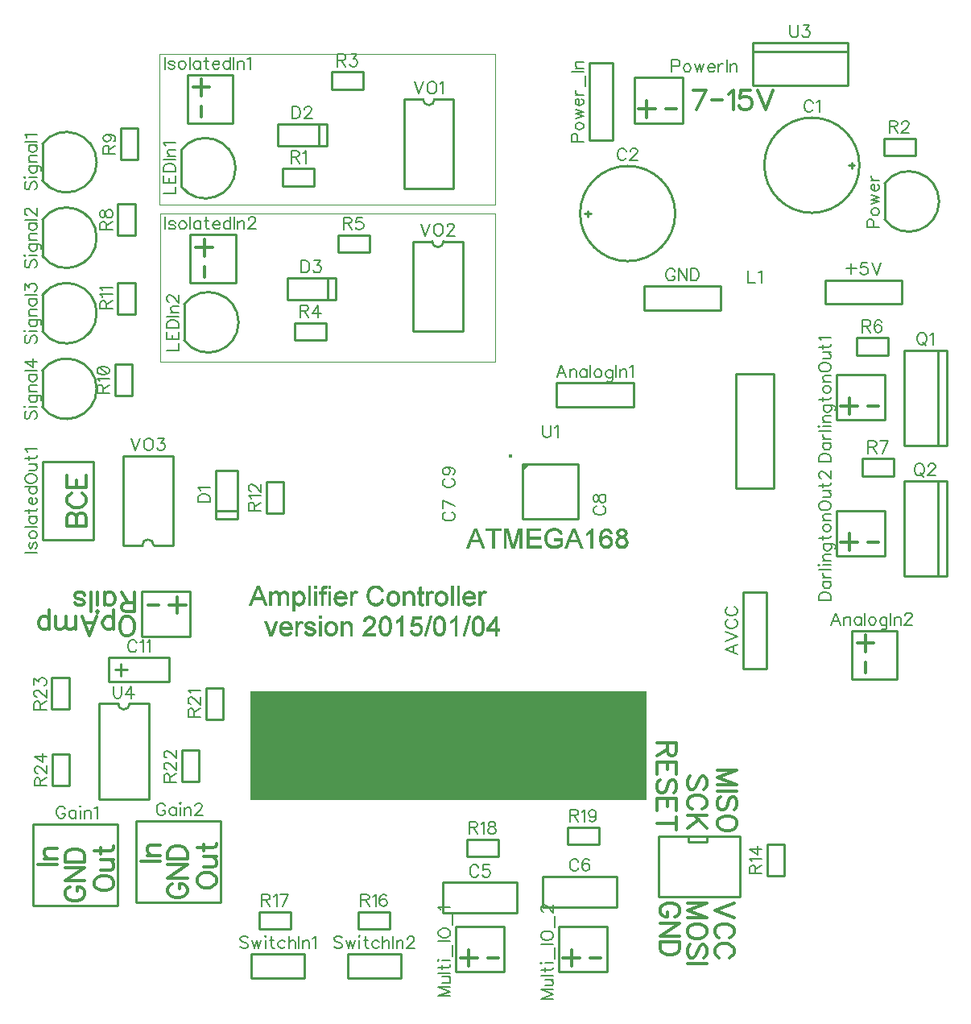
<source format=gto>
G04 DipTrace 2.4.0.2*
%INAmpControllerPCB.GTO*%
%MOIN*%
%ADD10C,0.0098*%
%ADD12C,0.003*%
%ADD17C,0.0013*%
%ADD34O,0.0165X0.0164*%
%ADD83C,0.0077*%
%ADD84C,0.0124*%
%FSLAX44Y44*%
G04*
G70*
G90*
G75*
G01*
%LNTopSilk*%
%LPD*%
X37839Y33299D2*
D10*
X41035D1*
Y32315D1*
X37839D1*
Y33299D1*
X26714Y29049D2*
X29910D1*
Y28065D1*
X26714D1*
Y29049D1*
X40812Y18807D2*
X38937D1*
Y16807D1*
X40812D1*
Y18807D1*
X34445Y17209D2*
X35429D1*
Y20406D1*
X34445D1*
Y17209D1*
X35328Y38057D2*
G02X35328Y38057I1969J0D01*
G01*
X38950Y38175D2*
Y37939D1*
X39068Y38057D2*
X38832D1*
X31640Y36057D2*
G02X31640Y36057I-1969J0D01*
G01*
X28018Y35939D2*
Y36175D1*
X27900Y36057D2*
X28136D1*
X22027Y7117D2*
X25097D1*
X22027Y8377D2*
X25097D1*
X22027Y7117D2*
Y8377D1*
X25097Y7117D2*
Y8377D1*
X26152Y7367D2*
X29222D1*
X26152Y8627D2*
X29222D1*
X26152Y7367D2*
Y8627D1*
X29222Y7367D2*
Y8627D1*
X8186Y17682D2*
X10688D1*
X8687Y16932D2*
Y17432D1*
X8439Y17182D2*
X8936D1*
X8186Y16682D2*
X10688D1*
Y17682D1*
X8186Y16682D2*
Y17682D1*
X13515Y23416D2*
X12609D1*
Y25425D1*
X13515Y23749D2*
X12609D1*
X13515Y25425D2*
X12609D1*
X13515Y23416D2*
Y25425D1*
X17204Y39760D2*
Y38854D1*
X15194D1*
X16870Y39760D2*
Y38854D1*
X15194Y39760D2*
Y38854D1*
X17204Y39760D2*
X15194D1*
X17579Y33385D2*
Y32479D1*
X15569D1*
X17245Y33385D2*
Y32479D1*
X15569Y33385D2*
Y32479D1*
X17579Y33385D2*
X15569D1*
X38312Y29393D2*
X40312D1*
Y27518D1*
X38312D1*
Y29393D1*
Y23768D2*
X40312D1*
Y21893D1*
X38312D1*
Y23768D1*
X5062Y10807D2*
X8562D1*
Y7432D1*
X5062D1*
Y10807D1*
X9312Y10932D2*
X12812D1*
Y7557D1*
X9312D1*
Y10932D1*
X11562Y18557D2*
X9562D1*
Y20432D1*
X11562D1*
Y18557D1*
X30339Y33049D2*
X33535D1*
Y32065D1*
X30339D1*
Y33049D1*
X13312Y41807D2*
X11437D1*
Y39807D1*
X13312D1*
Y41807D1*
X13437Y35182D2*
X11562D1*
Y33182D1*
X13437D1*
Y35182D1*
X5445Y22557D2*
X7562D1*
Y25807D1*
X5445D1*
Y22557D1*
X35724Y29431D2*
X34150D1*
X35724Y24707D2*
X34150D1*
X35724D2*
Y29431D1*
X34150Y24707D2*
Y29431D1*
X11187Y37183D2*
Y38681D1*
X11189Y37180D2*
G03X11189Y38684I998J752D01*
G01*
X11312Y30808D2*
Y32306D1*
X11314Y30805D2*
G03X11314Y32309I998J752D01*
G01*
X22562Y6557D2*
X24562D1*
Y4682D1*
X22562D1*
Y6557D1*
X26812D2*
X28812D1*
Y4682D1*
X26812D1*
Y6557D1*
X40312Y35808D2*
Y37306D1*
X40314Y35805D2*
G03X40314Y37309I998J752D01*
G01*
X28070Y39084D2*
X29054D1*
Y42281D1*
X28070D1*
Y39084D1*
X29937Y41682D2*
X31937D1*
Y39807D1*
X29937D1*
Y41682D1*
X42875Y30401D2*
X41103D1*
Y26464D1*
X42875D1*
Y30401D1*
X42521D2*
Y26464D1*
X42875Y24987D2*
X41103D1*
Y21050D1*
X42875D1*
Y24987D1*
X42521D2*
Y21050D1*
X16696Y37203D2*
Y37911D1*
X15397Y37203D2*
Y37911D1*
Y37203D2*
X16696D1*
X15397Y37911D2*
X16696D1*
X41571Y38453D2*
Y39161D1*
X40272Y38453D2*
Y39161D1*
Y38453D2*
X41571D1*
X40272Y39161D2*
X41571D1*
X17428Y41911D2*
Y41203D1*
X18727Y41911D2*
Y41203D1*
Y41911D2*
X17428D1*
X18727Y41203D2*
X17428D1*
X17196Y30828D2*
Y31536D1*
X15897Y30828D2*
Y31536D1*
Y30828D2*
X17196D1*
X15897Y31536D2*
X17196D1*
X17678Y35161D2*
Y34453D1*
X18977Y35161D2*
Y34453D1*
Y35161D2*
X17678D1*
X18977Y34453D2*
X17678D1*
X40446Y30203D2*
Y30911D1*
X39147Y30203D2*
Y30911D1*
Y30203D2*
X40446D1*
X39147Y30911D2*
X40446D1*
X40696Y25203D2*
Y25911D1*
X39397Y25203D2*
Y25911D1*
Y25203D2*
X40696D1*
X39397Y25911D2*
X40696D1*
X9276Y36457D2*
X8567D1*
X9276Y35158D2*
X8567D1*
X9276D2*
Y36457D1*
X8567Y35158D2*
Y36457D1*
X9401Y39582D2*
X8692D1*
X9401Y38283D2*
X8692D1*
X9401D2*
Y39582D1*
X8692Y38283D2*
Y39582D1*
X9151Y29832D2*
X8442D1*
X9151Y28533D2*
X8442D1*
X9151D2*
Y29832D1*
X8442Y28533D2*
Y29832D1*
X9276Y33207D2*
X8567D1*
X9276Y31908D2*
X8567D1*
X9276D2*
Y33207D1*
X8567Y31908D2*
Y33207D1*
X14708Y23673D2*
X15416D1*
X14708Y24972D2*
X15416D1*
X14708D2*
Y23673D1*
X15416Y24972D2*
Y23673D1*
X35458Y8673D2*
X36166D1*
X35458Y9972D2*
X36166D1*
X35458D2*
Y8673D1*
X36166Y9972D2*
Y8673D1*
X18522Y7161D2*
Y6453D1*
X19821Y7161D2*
Y6453D1*
Y7161D2*
X18522D1*
X19821Y6453D2*
X18522D1*
X15727D2*
Y7161D1*
X14428Y6453D2*
Y7161D1*
Y6453D2*
X15727D1*
X14428Y7161D2*
X15727D1*
X24321Y9453D2*
Y10161D1*
X23022Y9453D2*
Y10161D1*
Y9453D2*
X24321D1*
X23022Y10161D2*
X24321D1*
X27178Y10661D2*
Y9953D1*
X28477Y10661D2*
Y9953D1*
Y10661D2*
X27178D1*
X28477Y9953D2*
X27178D1*
X12916Y16441D2*
X12208D1*
X12916Y15142D2*
X12208D1*
X12916D2*
Y16441D1*
X12208Y15142D2*
Y16441D1*
X11208Y12548D2*
X11916D1*
X11208Y13847D2*
X11916D1*
X11208D2*
Y12548D1*
X11916Y13847D2*
Y12548D1*
X5833Y15548D2*
X6541D1*
X5833Y16847D2*
X6541D1*
X5833D2*
Y15548D1*
X6541Y16847D2*
Y15548D1*
X5848Y12408D2*
X6557D1*
X5848Y13707D2*
X6557D1*
X5848D2*
Y12408D1*
X6557Y13707D2*
Y12408D1*
X5437Y37433D2*
Y38931D1*
X5439Y37430D2*
G03X5439Y38934I998J752D01*
G01*
X5437Y34308D2*
Y35806D1*
X5439Y34305D2*
G03X5439Y35809I998J752D01*
G01*
X5437Y31183D2*
Y32681D1*
X5439Y31180D2*
G03X5439Y32684I998J752D01*
G01*
X5437Y28058D2*
Y29556D1*
X5439Y28055D2*
G03X5439Y29559I998J752D01*
G01*
X14089Y5424D2*
X16285D1*
Y4440D1*
X14089D1*
Y5424D1*
X18089D2*
X20285D1*
Y4440D1*
X18089D1*
Y5424D1*
X25324Y25702D2*
X27607D1*
Y23418D1*
X25324D1*
Y25702D1*
D34*
X24807Y26013D3*
G36*
X25324Y25702D2*
Y25387D1*
X25639Y25702D1*
X25324D1*
G37*
X34312Y7807D2*
D10*
X30937D1*
Y10307D1*
X34312D1*
Y7807D1*
X32937Y10057D2*
X32187D1*
Y10307D1*
X32937D1*
Y10057D1*
X34844Y43120D2*
X38781D1*
Y41348D1*
X34844D1*
Y43120D1*
Y42766D2*
X38781D1*
X9836Y15776D2*
Y11839D1*
X7788D2*
X9836D1*
X7788Y15776D2*
Y11839D1*
Y15776D2*
X8576D1*
X9836D2*
X9048D1*
X8576D2*
G03X9048Y15776I236J0D01*
G01*
X20413Y37082D2*
X22461D1*
X20413Y40782D2*
Y37082D1*
X22461Y40782D2*
Y37082D1*
X20413Y40782D2*
X21201D1*
X22461D2*
X21673D1*
X21201D2*
G03X21673Y40782I236J0D01*
G01*
X20788Y31207D2*
X22836D1*
X20788Y34907D2*
Y31207D1*
X22836Y34907D2*
Y31207D1*
X20788Y34907D2*
X21576D1*
X22836D2*
X22048D1*
X21576D2*
G03X22048Y34907I236J0D01*
G01*
X10836Y26032D2*
X8788D1*
X10836Y22332D2*
Y26032D1*
X8788Y22332D2*
Y26032D1*
X10836Y22332D2*
X10048D1*
X8788D2*
X9576D1*
X10048D2*
G03X9576Y22332I-236J0D01*
G01*
X10296Y42666D2*
D17*
X24171D1*
Y36416D1*
X10296D1*
Y42666D1*
X10312Y36057D2*
X24187D1*
Y29932D1*
X10312D1*
Y36057D1*
G36*
X14062Y16307D2*
X30437D1*
Y11807D1*
X14062D1*
Y16307D1*
G37*
X17097Y20675D2*
D12*
X17186D1*
X19176D2*
X19296D1*
X14314Y20660D2*
X14404D1*
X16438D2*
X16528D1*
X16693D2*
X16782D1*
X17063D2*
X17200D1*
X17276D2*
X17366D1*
X19128D2*
X19339D1*
X22348D2*
X22438D1*
X22602D2*
X22692D1*
X14306Y20645D2*
X14411D1*
X16438D2*
X16528D1*
X16693D2*
X16782D1*
X17037D2*
X17210D1*
X17276D2*
X17366D1*
X19087D2*
X19375D1*
X22348D2*
X22438D1*
X22602D2*
X22692D1*
X14300Y20630D2*
X14417D1*
X16438D2*
X16528D1*
X16693D2*
X16782D1*
X17019D2*
X17214D1*
X17276D2*
X17366D1*
X19054D2*
X19403D1*
X21091D2*
X21106D1*
X22348D2*
X22438D1*
X22602D2*
X22692D1*
X14294Y20615D2*
X14424D1*
X16438D2*
X16528D1*
X16693D2*
X16782D1*
X17007D2*
X17215D1*
X17276D2*
X17366D1*
X19027D2*
X19425D1*
X21065D2*
X21106D1*
X22348D2*
X22438D1*
X22602D2*
X22692D1*
X14287Y20600D2*
X14430D1*
X16438D2*
X16528D1*
X16693D2*
X16782D1*
X16997D2*
X17216D1*
X17276D2*
X17366D1*
X19004D2*
X19443D1*
X21044D2*
X21106D1*
X22348D2*
X22438D1*
X22602D2*
X22692D1*
X14281Y20585D2*
X14437D1*
X16438D2*
X16528D1*
X16693D2*
X16782D1*
X16989D2*
X17216D1*
X17276D2*
X17366D1*
X18986D2*
X19460D1*
X21027D2*
X21106D1*
X22348D2*
X22438D1*
X22602D2*
X22692D1*
X14275Y20570D2*
X14443D1*
X16438D2*
X16528D1*
X16693D2*
X16782D1*
X16983D2*
X17154D1*
X17276D2*
X17366D1*
X18971D2*
X19150D1*
X19305D2*
X19474D1*
X21022D2*
X21106D1*
X22348D2*
X22438D1*
X22602D2*
X22692D1*
X14269Y20555D2*
X14342D1*
X14376D2*
X14448D1*
X16438D2*
X16528D1*
X16980D2*
X17111D1*
X18958D2*
X19114D1*
X19340D2*
X19488D1*
X21019D2*
X21106D1*
X22348D2*
X22438D1*
X22602D2*
X22692D1*
X14264Y20540D2*
X14338D1*
X14380D2*
X14454D1*
X16438D2*
X16528D1*
X16978D2*
X17082D1*
X18947D2*
X19085D1*
X19368D2*
X19499D1*
X21017D2*
X21106D1*
X22348D2*
X22438D1*
X22602D2*
X22692D1*
X14257Y20525D2*
X14333D1*
X14384D2*
X14461D1*
X16438D2*
X16528D1*
X16977D2*
X17073D1*
X18937D2*
X19062D1*
X19390D2*
X19508D1*
X21017D2*
X21106D1*
X22348D2*
X22438D1*
X22602D2*
X22692D1*
X14251Y20510D2*
X14329D1*
X14389D2*
X14467D1*
X16438D2*
X16528D1*
X16977D2*
X17069D1*
X18927D2*
X19044D1*
X19406D2*
X19516D1*
X21016D2*
X21106D1*
X22348D2*
X22438D1*
X22602D2*
X22692D1*
X14245Y20495D2*
X14323D1*
X14394D2*
X14473D1*
X16438D2*
X16528D1*
X16977D2*
X17068D1*
X18919D2*
X19028D1*
X19418D2*
X19524D1*
X21016D2*
X21106D1*
X22348D2*
X22438D1*
X22602D2*
X22692D1*
X14239Y20480D2*
X14317D1*
X14401D2*
X14478D1*
X16438D2*
X16528D1*
X16977D2*
X17067D1*
X18911D2*
X19014D1*
X19430D2*
X19532D1*
X21016D2*
X21106D1*
X22348D2*
X22438D1*
X22602D2*
X22692D1*
X14234Y20465D2*
X14310D1*
X14407D2*
X14484D1*
X16438D2*
X16528D1*
X16977D2*
X17067D1*
X18904D2*
X19003D1*
X19440D2*
X19541D1*
X21016D2*
X21106D1*
X22348D2*
X22438D1*
X22602D2*
X22692D1*
X14227Y20450D2*
X14305D1*
X14413D2*
X14490D1*
X15062D2*
X15137D1*
X15421D2*
X15496D1*
X16019D2*
X16109D1*
X16438D2*
X16528D1*
X16977D2*
X17067D1*
X17725D2*
X17830D1*
X18368D2*
X18413D1*
X18898D2*
X18994D1*
X19448D2*
X19550D1*
X19909D2*
X19999D1*
X20597D2*
X20687D1*
X21016D2*
X21106D1*
X21510D2*
X21555D1*
X21899D2*
X21989D1*
X22348D2*
X22438D1*
X22602D2*
X22692D1*
X23051D2*
X23156D1*
X23694D2*
X23739D1*
X14220Y20435D2*
X14299D1*
X14418D2*
X14497D1*
X14823D2*
X14912D1*
X15031D2*
X15166D1*
X15387D2*
X15529D1*
X15795D2*
X15885D1*
X15993D2*
X16143D1*
X16438D2*
X16528D1*
X16693D2*
X16782D1*
X16887D2*
X17186D1*
X17276D2*
X17366D1*
X17684D2*
X17864D1*
X18174D2*
X18249D1*
X18340D2*
X18451D1*
X18892D2*
X18986D1*
X19455D2*
X19514D1*
X19868D2*
X20040D1*
X20358D2*
X20448D1*
X20564D2*
X20721D1*
X20942D2*
X21211D1*
X21316D2*
X21390D1*
X21482D2*
X21593D1*
X21858D2*
X22030D1*
X22348D2*
X22438D1*
X22602D2*
X22692D1*
X23010D2*
X23190D1*
X23500D2*
X23575D1*
X23666D2*
X23777D1*
X14213Y20420D2*
X14294D1*
X14424D2*
X14503D1*
X14823D2*
X14912D1*
X15004D2*
X15189D1*
X15359D2*
X15555D1*
X15795D2*
X15885D1*
X15969D2*
X16171D1*
X16438D2*
X16528D1*
X16693D2*
X16782D1*
X16887D2*
X17186D1*
X17276D2*
X17366D1*
X17652D2*
X17894D1*
X18174D2*
X18249D1*
X18318D2*
X18488D1*
X18887D2*
X18979D1*
X19460D2*
X19475D1*
X19834D2*
X20075D1*
X20358D2*
X20448D1*
X20535D2*
X20749D1*
X20942D2*
X21211D1*
X21316D2*
X21390D1*
X21460D2*
X21630D1*
X21823D2*
X22064D1*
X22348D2*
X22438D1*
X22602D2*
X22692D1*
X22978D2*
X23220D1*
X23500D2*
X23575D1*
X23644D2*
X23814D1*
X14206Y20406D2*
X14289D1*
X14429D2*
X14508D1*
X14823D2*
X14912D1*
X14983D2*
X15208D1*
X15337D2*
X15574D1*
X15795D2*
X15885D1*
X15951D2*
X16193D1*
X16438D2*
X16528D1*
X16693D2*
X16782D1*
X16887D2*
X17186D1*
X17276D2*
X17366D1*
X17628D2*
X17920D1*
X18174D2*
X18249D1*
X18302D2*
X18480D1*
X18882D2*
X18973D1*
X19806D2*
X20102D1*
X20358D2*
X20448D1*
X20513D2*
X20771D1*
X20942D2*
X21211D1*
X21316D2*
X21391D1*
X21444D2*
X21622D1*
X21796D2*
X22092D1*
X22348D2*
X22438D1*
X22602D2*
X22692D1*
X22954D2*
X23246D1*
X23500D2*
X23575D1*
X23628D2*
X23806D1*
X14200Y20391D2*
X14284D1*
X14434D2*
X14514D1*
X14823D2*
X14913D1*
X14966D2*
X15223D1*
X15317D2*
X15588D1*
X15795D2*
X15885D1*
X15937D2*
X16212D1*
X16438D2*
X16528D1*
X16693D2*
X16782D1*
X16887D2*
X17186D1*
X17276D2*
X17366D1*
X17608D2*
X17941D1*
X18174D2*
X18252D1*
X18287D2*
X18474D1*
X18880D2*
X18969D1*
X19783D2*
X20125D1*
X20358D2*
X20451D1*
X20492D2*
X20787D1*
X20942D2*
X21211D1*
X21316D2*
X21393D1*
X21428D2*
X21616D1*
X21773D2*
X22115D1*
X22348D2*
X22438D1*
X22602D2*
X22692D1*
X22934D2*
X23267D1*
X23500D2*
X23578D1*
X23613D2*
X23800D1*
X14195Y20376D2*
X14278D1*
X14439D2*
X14520D1*
X14823D2*
X14915D1*
X14951D2*
X15238D1*
X15296D2*
X15599D1*
X15795D2*
X15888D1*
X15922D2*
X16227D1*
X16438D2*
X16528D1*
X16693D2*
X16782D1*
X16887D2*
X17186D1*
X17276D2*
X17366D1*
X17592D2*
X17958D1*
X18174D2*
X18257D1*
X18269D2*
X18468D1*
X18877D2*
X18965D1*
X19766D2*
X20143D1*
X20358D2*
X20456D1*
X20471D2*
X20799D1*
X20942D2*
X21211D1*
X21316D2*
X21398D1*
X21410D2*
X21610D1*
X21755D2*
X22132D1*
X22348D2*
X22438D1*
X22602D2*
X22692D1*
X22917D2*
X23284D1*
X23500D2*
X23583D1*
X23595D2*
X23794D1*
X14189Y20361D2*
X14272D1*
X14446D2*
X14527D1*
X14823D2*
X14920D1*
X14933D2*
X15254D1*
X15271D2*
X15607D1*
X15795D2*
X15893D1*
X15905D2*
X16241D1*
X16438D2*
X16528D1*
X16693D2*
X16782D1*
X16887D2*
X17186D1*
X17276D2*
X17366D1*
X17576D2*
X17971D1*
X18174D2*
X18463D1*
X18875D2*
X18961D1*
X19752D2*
X20156D1*
X20358D2*
X20809D1*
X20942D2*
X21211D1*
X21316D2*
X21605D1*
X21742D2*
X22146D1*
X22348D2*
X22438D1*
X22602D2*
X22692D1*
X22902D2*
X23297D1*
X23500D2*
X23789D1*
X14182Y20346D2*
X14266D1*
X14452D2*
X14535D1*
X14823D2*
X15005D1*
X15118D2*
X15364D1*
X15477D2*
X15612D1*
X15795D2*
X15987D1*
X16106D2*
X16252D1*
X16438D2*
X16528D1*
X16693D2*
X16782D1*
X16887D2*
X17186D1*
X17276D2*
X17366D1*
X17563D2*
X17696D1*
X17844D2*
X17981D1*
X18174D2*
X18342D1*
X18443D2*
X18458D1*
X18871D2*
X18957D1*
X19741D2*
X19895D1*
X20013D2*
X20167D1*
X20358D2*
X20553D1*
X20669D2*
X20816D1*
X20942D2*
X21211D1*
X21316D2*
X21484D1*
X21585D2*
X21600D1*
X21731D2*
X21885D1*
X22003D2*
X22157D1*
X22348D2*
X22438D1*
X22602D2*
X22692D1*
X22889D2*
X23022D1*
X23170D2*
X23307D1*
X23500D2*
X23668D1*
X23769D2*
X23784D1*
X14176Y20331D2*
X14260D1*
X14458D2*
X14542D1*
X14823D2*
X14982D1*
X15140D2*
X15340D1*
X15499D2*
X15616D1*
X15795D2*
X15969D1*
X16130D2*
X16261D1*
X16438D2*
X16528D1*
X16693D2*
X16782D1*
X16977D2*
X17067D1*
X17276D2*
X17366D1*
X17552D2*
X17669D1*
X17871D2*
X17990D1*
X18174D2*
X18320D1*
X18867D2*
X18954D1*
X19731D2*
X19868D1*
X20041D2*
X20178D1*
X20358D2*
X20526D1*
X20692D2*
X20821D1*
X21016D2*
X21106D1*
X21316D2*
X21462D1*
X21720D2*
X21857D1*
X22030D2*
X22167D1*
X22348D2*
X22438D1*
X22602D2*
X22692D1*
X22878D2*
X22995D1*
X23197D2*
X23316D1*
X23500D2*
X23646D1*
X14170Y20316D2*
X14254D1*
X14463D2*
X14548D1*
X14823D2*
X14964D1*
X15156D2*
X15321D1*
X15515D2*
X15621D1*
X15795D2*
X15952D1*
X16149D2*
X16268D1*
X16438D2*
X16528D1*
X16693D2*
X16782D1*
X16977D2*
X17067D1*
X17276D2*
X17366D1*
X17543D2*
X17647D1*
X17895D2*
X17998D1*
X18174D2*
X18304D1*
X18864D2*
X18953D1*
X19722D2*
X19844D1*
X20064D2*
X20186D1*
X20358D2*
X20504D1*
X20710D2*
X20827D1*
X21016D2*
X21106D1*
X21316D2*
X21446D1*
X21712D2*
X21834D1*
X22054D2*
X22176D1*
X22348D2*
X22438D1*
X22602D2*
X22692D1*
X22869D2*
X22973D1*
X23221D2*
X23324D1*
X23500D2*
X23630D1*
X14165Y20301D2*
X14249D1*
X14469D2*
X14553D1*
X14823D2*
X14951D1*
X15167D2*
X15306D1*
X15526D2*
X15625D1*
X15795D2*
X15938D1*
X16165D2*
X16273D1*
X16438D2*
X16528D1*
X16693D2*
X16782D1*
X16977D2*
X17067D1*
X17276D2*
X17366D1*
X17535D2*
X17631D1*
X17913D2*
X18005D1*
X18174D2*
X18293D1*
X18863D2*
X18952D1*
X19716D2*
X19826D1*
X20082D2*
X20192D1*
X20358D2*
X20489D1*
X20724D2*
X20831D1*
X21016D2*
X21106D1*
X21316D2*
X21435D1*
X21706D2*
X21816D1*
X22072D2*
X22182D1*
X22348D2*
X22438D1*
X22602D2*
X22692D1*
X22861D2*
X22957D1*
X23239D2*
X23331D1*
X23500D2*
X23619D1*
X14159Y20286D2*
X14242D1*
X14475D2*
X14559D1*
X14823D2*
X14940D1*
X15174D2*
X15296D1*
X15533D2*
X15628D1*
X15795D2*
X15926D1*
X16177D2*
X16279D1*
X16438D2*
X16528D1*
X16693D2*
X16782D1*
X16977D2*
X17067D1*
X17276D2*
X17366D1*
X17528D2*
X17618D1*
X17926D2*
X18012D1*
X18174D2*
X18285D1*
X18862D2*
X18952D1*
X19710D2*
X19813D1*
X20095D2*
X20198D1*
X20358D2*
X20477D1*
X20733D2*
X20834D1*
X21016D2*
X21106D1*
X21316D2*
X21427D1*
X21700D2*
X21803D1*
X22085D2*
X22188D1*
X22348D2*
X22438D1*
X22602D2*
X22692D1*
X22854D2*
X22944D1*
X23252D2*
X23338D1*
X23500D2*
X23611D1*
X14152Y20271D2*
X14236D1*
X14482D2*
X14565D1*
X14823D2*
X14932D1*
X15178D2*
X15288D1*
X15537D2*
X15629D1*
X15795D2*
X15916D1*
X16186D2*
X16283D1*
X16438D2*
X16528D1*
X16693D2*
X16782D1*
X16977D2*
X17067D1*
X17276D2*
X17366D1*
X17522D2*
X17607D1*
X17936D2*
X18018D1*
X18174D2*
X18279D1*
X18862D2*
X18952D1*
X19705D2*
X19803D1*
X20105D2*
X20203D1*
X20358D2*
X20468D1*
X20740D2*
X20836D1*
X21016D2*
X21106D1*
X21316D2*
X21421D1*
X21695D2*
X21793D1*
X22095D2*
X22193D1*
X22348D2*
X22438D1*
X22602D2*
X22692D1*
X22848D2*
X22933D1*
X23262D2*
X23344D1*
X23500D2*
X23605D1*
X14146Y20256D2*
X14230D1*
X14488D2*
X14572D1*
X14823D2*
X14924D1*
X15180D2*
X15282D1*
X15539D2*
X15630D1*
X15795D2*
X15908D1*
X16195D2*
X16287D1*
X16438D2*
X16528D1*
X16693D2*
X16782D1*
X16977D2*
X17067D1*
X17276D2*
X17366D1*
X17518D2*
X17599D1*
X17942D2*
X18022D1*
X18174D2*
X18274D1*
X18862D2*
X18952D1*
X19702D2*
X19796D1*
X20112D2*
X20206D1*
X20358D2*
X20460D1*
X20744D2*
X20836D1*
X21016D2*
X21106D1*
X21316D2*
X21416D1*
X21692D2*
X21786D1*
X22102D2*
X22196D1*
X22348D2*
X22438D1*
X22602D2*
X22692D1*
X22844D2*
X22925D1*
X23268D2*
X23348D1*
X23500D2*
X23600D1*
X14140Y20241D2*
X14224D1*
X14494D2*
X14578D1*
X14823D2*
X14919D1*
X15181D2*
X15277D1*
X15540D2*
X15630D1*
X15795D2*
X15901D1*
X16202D2*
X16290D1*
X16438D2*
X16528D1*
X16693D2*
X16782D1*
X16977D2*
X17067D1*
X17276D2*
X17366D1*
X17514D2*
X17594D1*
X17946D2*
X18025D1*
X18174D2*
X18269D1*
X18862D2*
X18952D1*
X19698D2*
X19790D1*
X20118D2*
X20210D1*
X20358D2*
X20454D1*
X20746D2*
X20837D1*
X21016D2*
X21106D1*
X21316D2*
X21411D1*
X21688D2*
X21780D1*
X22108D2*
X22200D1*
X22348D2*
X22438D1*
X22602D2*
X22692D1*
X22840D2*
X22920D1*
X23272D2*
X23351D1*
X23500D2*
X23595D1*
X14135Y20226D2*
X14216D1*
X14501D2*
X14583D1*
X14823D2*
X14915D1*
X15181D2*
X15274D1*
X15541D2*
X15630D1*
X15795D2*
X15895D1*
X16208D2*
X16294D1*
X16438D2*
X16528D1*
X16693D2*
X16782D1*
X16977D2*
X17067D1*
X17276D2*
X17366D1*
X17510D2*
X17592D1*
X17948D2*
X18030D1*
X18174D2*
X18266D1*
X18863D2*
X18952D1*
X19694D2*
X19785D1*
X20123D2*
X20214D1*
X20358D2*
X20451D1*
X20747D2*
X20837D1*
X21016D2*
X21106D1*
X21316D2*
X21408D1*
X21684D2*
X21775D1*
X22113D2*
X22204D1*
X22348D2*
X22438D1*
X22602D2*
X22692D1*
X22836D2*
X22918D1*
X23274D2*
X23356D1*
X23500D2*
X23592D1*
X14129Y20211D2*
X14206D1*
X14512D2*
X14589D1*
X14823D2*
X14914D1*
X15182D2*
X15273D1*
X15541D2*
X15630D1*
X15795D2*
X15890D1*
X16211D2*
X16298D1*
X16438D2*
X16528D1*
X16693D2*
X16782D1*
X16977D2*
X17067D1*
X17276D2*
X17366D1*
X17506D2*
X18034D1*
X18174D2*
X18265D1*
X18864D2*
X18952D1*
X19690D2*
X19780D1*
X20128D2*
X20218D1*
X20358D2*
X20449D1*
X20747D2*
X20837D1*
X21016D2*
X21106D1*
X21316D2*
X21406D1*
X21680D2*
X21770D1*
X22118D2*
X22208D1*
X22348D2*
X22438D1*
X22602D2*
X22692D1*
X22832D2*
X23360D1*
X23500D2*
X23591D1*
X14122Y20196D2*
X14595D1*
X14823D2*
X14913D1*
X15182D2*
X15272D1*
X15541D2*
X15630D1*
X15795D2*
X15887D1*
X16213D2*
X16301D1*
X16438D2*
X16528D1*
X16693D2*
X16782D1*
X16977D2*
X17067D1*
X17276D2*
X17366D1*
X17503D2*
X18037D1*
X18174D2*
X18264D1*
X18868D2*
X18952D1*
X19687D2*
X19777D1*
X20131D2*
X20221D1*
X20358D2*
X20448D1*
X20747D2*
X20837D1*
X21016D2*
X21106D1*
X21316D2*
X21406D1*
X21677D2*
X21767D1*
X22121D2*
X22211D1*
X22348D2*
X22438D1*
X22602D2*
X22692D1*
X22829D2*
X23363D1*
X23500D2*
X23590D1*
X14116Y20181D2*
X14602D1*
X14823D2*
X14913D1*
X15182D2*
X15272D1*
X15541D2*
X15630D1*
X15795D2*
X15886D1*
X16213D2*
X16303D1*
X16438D2*
X16528D1*
X16693D2*
X16782D1*
X16977D2*
X17067D1*
X17276D2*
X17366D1*
X17502D2*
X18038D1*
X18174D2*
X18264D1*
X18872D2*
X18954D1*
X19686D2*
X19776D1*
X20133D2*
X20222D1*
X20358D2*
X20448D1*
X20747D2*
X20837D1*
X21016D2*
X21106D1*
X21316D2*
X21405D1*
X21676D2*
X21765D1*
X22122D2*
X22212D1*
X22348D2*
X22438D1*
X22602D2*
X22692D1*
X22828D2*
X23364D1*
X23500D2*
X23590D1*
X14110Y20166D2*
X14608D1*
X14823D2*
X14912D1*
X15182D2*
X15271D1*
X15541D2*
X15630D1*
X15795D2*
X15885D1*
X16214D2*
X16303D1*
X16438D2*
X16528D1*
X16693D2*
X16782D1*
X16977D2*
X17067D1*
X17276D2*
X17366D1*
X17501D2*
X18039D1*
X18174D2*
X18264D1*
X18875D2*
X18958D1*
X19685D2*
X19775D1*
X20133D2*
X20223D1*
X20358D2*
X20448D1*
X20747D2*
X20837D1*
X21016D2*
X21106D1*
X21316D2*
X21405D1*
X21675D2*
X21765D1*
X22123D2*
X22213D1*
X22348D2*
X22438D1*
X22602D2*
X22692D1*
X22827D2*
X23365D1*
X23500D2*
X23590D1*
X14105Y20151D2*
X14613D1*
X14823D2*
X14912D1*
X15182D2*
X15271D1*
X15541D2*
X15630D1*
X15795D2*
X15885D1*
X16214D2*
X16304D1*
X16438D2*
X16528D1*
X16693D2*
X16782D1*
X16977D2*
X17067D1*
X17276D2*
X17366D1*
X17501D2*
X18039D1*
X18174D2*
X18264D1*
X18876D2*
X18962D1*
X19685D2*
X19775D1*
X20133D2*
X20223D1*
X20358D2*
X20448D1*
X20747D2*
X20837D1*
X21016D2*
X21106D1*
X21316D2*
X21405D1*
X21675D2*
X21765D1*
X22123D2*
X22213D1*
X22348D2*
X22438D1*
X22602D2*
X22692D1*
X22827D2*
X23365D1*
X23500D2*
X23590D1*
X14099Y20136D2*
X14619D1*
X14823D2*
X14912D1*
X15182D2*
X15271D1*
X15541D2*
X15630D1*
X15795D2*
X15885D1*
X16214D2*
X16304D1*
X16438D2*
X16528D1*
X16693D2*
X16782D1*
X16977D2*
X17067D1*
X17276D2*
X17366D1*
X17501D2*
X18039D1*
X18174D2*
X18264D1*
X18879D2*
X18965D1*
X19685D2*
X19775D1*
X20134D2*
X20223D1*
X20358D2*
X20448D1*
X20747D2*
X20837D1*
X21016D2*
X21106D1*
X21316D2*
X21405D1*
X21675D2*
X21764D1*
X22123D2*
X22213D1*
X22348D2*
X22438D1*
X22602D2*
X22692D1*
X22827D2*
X23365D1*
X23500D2*
X23590D1*
X14093Y20121D2*
X14625D1*
X14823D2*
X14912D1*
X15182D2*
X15271D1*
X15541D2*
X15630D1*
X15795D2*
X15885D1*
X16214D2*
X16303D1*
X16438D2*
X16528D1*
X16693D2*
X16782D1*
X16977D2*
X17067D1*
X17276D2*
X17366D1*
X17501D2*
X18039D1*
X18174D2*
X18264D1*
X18883D2*
X18968D1*
X19475D2*
X19520D1*
X19685D2*
X19775D1*
X20134D2*
X20223D1*
X20358D2*
X20448D1*
X20747D2*
X20837D1*
X21016D2*
X21106D1*
X21316D2*
X21405D1*
X21675D2*
X21764D1*
X22123D2*
X22213D1*
X22348D2*
X22438D1*
X22602D2*
X22692D1*
X22827D2*
X23365D1*
X23500D2*
X23590D1*
X14086Y20106D2*
X14632D1*
X14823D2*
X14912D1*
X15182D2*
X15271D1*
X15541D2*
X15630D1*
X15795D2*
X15885D1*
X16213D2*
X16301D1*
X16438D2*
X16528D1*
X16693D2*
X16782D1*
X16977D2*
X17067D1*
X17276D2*
X17366D1*
X17501D2*
X17590D1*
X18174D2*
X18264D1*
X18887D2*
X18973D1*
X19470D2*
X19565D1*
X19685D2*
X19775D1*
X20133D2*
X20223D1*
X20358D2*
X20448D1*
X20747D2*
X20837D1*
X21016D2*
X21106D1*
X21316D2*
X21405D1*
X21675D2*
X21765D1*
X22123D2*
X22213D1*
X22348D2*
X22438D1*
X22602D2*
X22692D1*
X22827D2*
X22916D1*
X23500D2*
X23590D1*
X14080Y20091D2*
X14162D1*
X14556D2*
X14638D1*
X14823D2*
X14912D1*
X15182D2*
X15271D1*
X15541D2*
X15630D1*
X15795D2*
X15885D1*
X16211D2*
X16298D1*
X16438D2*
X16528D1*
X16693D2*
X16782D1*
X16977D2*
X17067D1*
X17276D2*
X17366D1*
X17503D2*
X17591D1*
X18174D2*
X18264D1*
X18892D2*
X18979D1*
X19463D2*
X19558D1*
X19687D2*
X19777D1*
X20131D2*
X20221D1*
X20358D2*
X20448D1*
X20747D2*
X20837D1*
X21016D2*
X21106D1*
X21316D2*
X21405D1*
X21677D2*
X21767D1*
X22121D2*
X22211D1*
X22348D2*
X22438D1*
X22602D2*
X22692D1*
X22829D2*
X22917D1*
X23500D2*
X23590D1*
X14075Y20076D2*
X14158D1*
X14559D2*
X14643D1*
X14823D2*
X14912D1*
X15182D2*
X15271D1*
X15541D2*
X15630D1*
X15795D2*
X15887D1*
X16208D2*
X16294D1*
X16438D2*
X16528D1*
X16693D2*
X16782D1*
X16977D2*
X17067D1*
X17276D2*
X17366D1*
X17507D2*
X17593D1*
X18174D2*
X18264D1*
X18897D2*
X18986D1*
X19456D2*
X19551D1*
X19691D2*
X19781D1*
X20128D2*
X20217D1*
X20358D2*
X20448D1*
X20747D2*
X20837D1*
X21016D2*
X21106D1*
X21316D2*
X21405D1*
X21681D2*
X21770D1*
X22117D2*
X22207D1*
X22348D2*
X22438D1*
X22602D2*
X22692D1*
X22833D2*
X22919D1*
X23500D2*
X23590D1*
X14069Y20061D2*
X14154D1*
X14564D2*
X14649D1*
X14823D2*
X14912D1*
X15182D2*
X15271D1*
X15541D2*
X15630D1*
X15795D2*
X15891D1*
X16203D2*
X16291D1*
X16438D2*
X16528D1*
X16693D2*
X16782D1*
X16977D2*
X17067D1*
X17276D2*
X17366D1*
X17511D2*
X17597D1*
X18174D2*
X18264D1*
X18902D2*
X18994D1*
X19449D2*
X19546D1*
X19695D2*
X19785D1*
X20123D2*
X20213D1*
X20358D2*
X20448D1*
X20747D2*
X20837D1*
X21016D2*
X21106D1*
X21316D2*
X21405D1*
X21685D2*
X21775D1*
X22113D2*
X22203D1*
X22348D2*
X22438D1*
X22602D2*
X22692D1*
X22837D2*
X22923D1*
X23500D2*
X23590D1*
X14063Y20046D2*
X14149D1*
X14568D2*
X14655D1*
X14823D2*
X14912D1*
X15182D2*
X15271D1*
X15541D2*
X15630D1*
X15795D2*
X15895D1*
X16199D2*
X16289D1*
X16438D2*
X16528D1*
X16693D2*
X16782D1*
X16977D2*
X17067D1*
X17276D2*
X17366D1*
X17514D2*
X17603D1*
X18174D2*
X18264D1*
X18907D2*
X19003D1*
X19440D2*
X19540D1*
X19698D2*
X19790D1*
X20119D2*
X20210D1*
X20358D2*
X20448D1*
X20747D2*
X20837D1*
X21016D2*
X21106D1*
X21316D2*
X21405D1*
X21688D2*
X21779D1*
X22108D2*
X22200D1*
X22348D2*
X22438D1*
X22602D2*
X22692D1*
X22840D2*
X22929D1*
X23500D2*
X23590D1*
X14056Y20032D2*
X14144D1*
X14573D2*
X14662D1*
X14823D2*
X14912D1*
X15182D2*
X15271D1*
X15541D2*
X15630D1*
X15795D2*
X15900D1*
X16193D2*
X16287D1*
X16438D2*
X16528D1*
X16693D2*
X16782D1*
X16977D2*
X17067D1*
X17276D2*
X17366D1*
X17517D2*
X17610D1*
X18174D2*
X18264D1*
X18912D2*
X19015D1*
X19429D2*
X19535D1*
X19701D2*
X19795D1*
X20113D2*
X20207D1*
X20358D2*
X20448D1*
X20747D2*
X20837D1*
X21016D2*
X21106D1*
X21316D2*
X21405D1*
X21691D2*
X21785D1*
X22103D2*
X22197D1*
X22348D2*
X22438D1*
X22602D2*
X22692D1*
X22843D2*
X22936D1*
X23500D2*
X23590D1*
X14050Y20017D2*
X14139D1*
X14578D2*
X14667D1*
X14823D2*
X14912D1*
X15182D2*
X15271D1*
X15541D2*
X15630D1*
X15795D2*
X15908D1*
X16186D2*
X16282D1*
X16438D2*
X16528D1*
X16693D2*
X16782D1*
X16977D2*
X17067D1*
X17276D2*
X17366D1*
X17521D2*
X17617D1*
X17949D2*
X17964D1*
X18174D2*
X18264D1*
X18919D2*
X19028D1*
X19418D2*
X19530D1*
X19705D2*
X19802D1*
X20106D2*
X20203D1*
X20358D2*
X20448D1*
X20747D2*
X20837D1*
X21016D2*
X21106D1*
X21316D2*
X21405D1*
X21695D2*
X21792D1*
X22096D2*
X22192D1*
X22348D2*
X22438D1*
X22602D2*
X22692D1*
X22847D2*
X22943D1*
X23275D2*
X23290D1*
X23500D2*
X23590D1*
X14045Y20002D2*
X14134D1*
X14583D2*
X14673D1*
X14823D2*
X14912D1*
X15182D2*
X15271D1*
X15541D2*
X15630D1*
X15795D2*
X15919D1*
X16177D2*
X16276D1*
X16438D2*
X16528D1*
X16693D2*
X16782D1*
X16977D2*
X17067D1*
X17276D2*
X17366D1*
X17526D2*
X17627D1*
X17934D2*
X17993D1*
X18174D2*
X18264D1*
X18928D2*
X19043D1*
X19403D2*
X19523D1*
X19710D2*
X19812D1*
X20096D2*
X20198D1*
X20358D2*
X20448D1*
X20747D2*
X20837D1*
X21016D2*
X21106D1*
X21316D2*
X21405D1*
X21700D2*
X21802D1*
X22086D2*
X22188D1*
X22348D2*
X22438D1*
X22602D2*
X22692D1*
X22852D2*
X22953D1*
X23260D2*
X23319D1*
X23500D2*
X23590D1*
X14039Y19987D2*
X14129D1*
X14589D2*
X14678D1*
X14823D2*
X14912D1*
X15182D2*
X15271D1*
X15541D2*
X15630D1*
X15795D2*
X15932D1*
X16165D2*
X16270D1*
X16438D2*
X16528D1*
X16693D2*
X16782D1*
X16977D2*
X17067D1*
X17276D2*
X17366D1*
X17531D2*
X17642D1*
X17918D2*
X18015D1*
X18174D2*
X18264D1*
X18937D2*
X19061D1*
X19384D2*
X19514D1*
X19715D2*
X19826D1*
X20082D2*
X20193D1*
X20358D2*
X20448D1*
X20747D2*
X20837D1*
X21016D2*
X21107D1*
X21316D2*
X21405D1*
X21705D2*
X21816D1*
X22072D2*
X22183D1*
X22348D2*
X22438D1*
X22602D2*
X22692D1*
X22857D2*
X22968D1*
X23244D2*
X23341D1*
X23500D2*
X23590D1*
X14033Y19972D2*
X14122D1*
X14595D2*
X14685D1*
X14823D2*
X14912D1*
X15182D2*
X15271D1*
X15541D2*
X15630D1*
X15795D2*
X15953D1*
X16150D2*
X16262D1*
X16438D2*
X16528D1*
X16693D2*
X16782D1*
X16977D2*
X17067D1*
X17276D2*
X17366D1*
X17538D2*
X17666D1*
X17896D2*
X18014D1*
X18174D2*
X18264D1*
X18947D2*
X19090D1*
X19356D2*
X19503D1*
X19722D2*
X19849D1*
X20059D2*
X20186D1*
X20358D2*
X20448D1*
X20747D2*
X20837D1*
X21016D2*
X21109D1*
X21316D2*
X21405D1*
X21712D2*
X21839D1*
X22049D2*
X22176D1*
X22348D2*
X22438D1*
X22602D2*
X22692D1*
X22864D2*
X22992D1*
X23222D2*
X23340D1*
X23500D2*
X23590D1*
X14026Y19957D2*
X14116D1*
X14602D2*
X14691D1*
X14823D2*
X14912D1*
X15182D2*
X15271D1*
X15541D2*
X15630D1*
X15795D2*
X15990D1*
X16110D2*
X16253D1*
X16438D2*
X16528D1*
X16693D2*
X16782D1*
X16977D2*
X17067D1*
X17276D2*
X17366D1*
X17547D2*
X17711D1*
X17854D2*
X18010D1*
X18174D2*
X18264D1*
X18957D2*
X19144D1*
X19308D2*
X19491D1*
X19731D2*
X19890D1*
X20019D2*
X20177D1*
X20358D2*
X20448D1*
X20747D2*
X20837D1*
X21017D2*
X21123D1*
X21316D2*
X21405D1*
X21721D2*
X21879D1*
X22008D2*
X22167D1*
X22348D2*
X22438D1*
X22602D2*
X22692D1*
X22873D2*
X23037D1*
X23180D2*
X23336D1*
X23500D2*
X23590D1*
X14020Y19942D2*
X14110D1*
X14608D2*
X14697D1*
X14823D2*
X14912D1*
X15182D2*
X15271D1*
X15541D2*
X15630D1*
X15795D2*
X16050D1*
X16049D2*
X16243D1*
X16438D2*
X16528D1*
X16693D2*
X16782D1*
X16977D2*
X17067D1*
X17276D2*
X17366D1*
X17556D2*
X17784D1*
X17783D2*
X18002D1*
X18174D2*
X18264D1*
X18969D2*
X19232D1*
X19229D2*
X19478D1*
X19740D2*
X19952D1*
X19956D2*
X20168D1*
X20358D2*
X20448D1*
X20747D2*
X20837D1*
X21019D2*
X21151D1*
X21316D2*
X21405D1*
X21730D2*
X21942D1*
X21946D2*
X22158D1*
X22348D2*
X22438D1*
X22602D2*
X22692D1*
X22882D2*
X23110D1*
X23109D2*
X23328D1*
X23500D2*
X23590D1*
X14015Y19927D2*
X14105D1*
X14613D2*
X14703D1*
X14823D2*
X14912D1*
X15182D2*
X15271D1*
X15541D2*
X15630D1*
X15795D2*
X16233D1*
X16438D2*
X16528D1*
X16693D2*
X16782D1*
X16977D2*
X17067D1*
X17276D2*
X17366D1*
X17567D2*
X17991D1*
X18174D2*
X18264D1*
X18983D2*
X19464D1*
X19750D2*
X20157D1*
X20358D2*
X20448D1*
X20747D2*
X20837D1*
X21022D2*
X21178D1*
X21316D2*
X21405D1*
X21740D2*
X22147D1*
X22348D2*
X22438D1*
X22602D2*
X22692D1*
X22893D2*
X23317D1*
X23500D2*
X23590D1*
X14009Y19912D2*
X14099D1*
X14619D2*
X14708D1*
X14823D2*
X14912D1*
X15182D2*
X15271D1*
X15541D2*
X15630D1*
X15795D2*
X15885D1*
X15915D2*
X16221D1*
X16438D2*
X16528D1*
X16693D2*
X16782D1*
X16977D2*
X17067D1*
X17276D2*
X17366D1*
X17581D2*
X17977D1*
X18174D2*
X18264D1*
X19000D2*
X19447D1*
X19763D2*
X20143D1*
X20358D2*
X20448D1*
X20747D2*
X20837D1*
X21027D2*
X21198D1*
X21316D2*
X21405D1*
X21753D2*
X22133D1*
X22348D2*
X22438D1*
X22602D2*
X22692D1*
X22907D2*
X23303D1*
X23500D2*
X23590D1*
X14003Y19897D2*
X14093D1*
X14625D2*
X14715D1*
X14823D2*
X14912D1*
X15182D2*
X15271D1*
X15541D2*
X15630D1*
X15795D2*
X15885D1*
X15930D2*
X16205D1*
X16438D2*
X16528D1*
X16693D2*
X16782D1*
X16977D2*
X17067D1*
X17276D2*
X17366D1*
X17598D2*
X17961D1*
X18174D2*
X18264D1*
X19021D2*
X19429D1*
X19779D2*
X20126D1*
X20358D2*
X20448D1*
X20747D2*
X20837D1*
X21032D2*
X21207D1*
X21316D2*
X21405D1*
X21769D2*
X22115D1*
X22348D2*
X22438D1*
X22602D2*
X22692D1*
X22924D2*
X23287D1*
X23500D2*
X23590D1*
X13996Y19882D2*
X14086D1*
X14632D2*
X14721D1*
X14823D2*
X14912D1*
X15182D2*
X15271D1*
X15541D2*
X15630D1*
X15795D2*
X15885D1*
X15946D2*
X16184D1*
X16438D2*
X16528D1*
X16693D2*
X16782D1*
X16977D2*
X17067D1*
X17276D2*
X17366D1*
X17620D2*
X17939D1*
X18174D2*
X18264D1*
X19048D2*
X19406D1*
X19800D2*
X20104D1*
X20358D2*
X20448D1*
X20747D2*
X20837D1*
X21039D2*
X21213D1*
X21316D2*
X21405D1*
X21790D2*
X22094D1*
X22348D2*
X22438D1*
X22602D2*
X22692D1*
X22946D2*
X23265D1*
X23500D2*
X23590D1*
X13990Y19867D2*
X14080D1*
X14638D2*
X14728D1*
X14823D2*
X14912D1*
X15182D2*
X15271D1*
X15541D2*
X15630D1*
X15795D2*
X15885D1*
X15965D2*
X16159D1*
X16438D2*
X16528D1*
X16693D2*
X16782D1*
X16977D2*
X17067D1*
X17276D2*
X17366D1*
X17648D2*
X17909D1*
X18174D2*
X18264D1*
X19082D2*
X19376D1*
X19830D2*
X20076D1*
X20358D2*
X20448D1*
X20747D2*
X20837D1*
X21055D2*
X21217D1*
X21316D2*
X21405D1*
X21819D2*
X22066D1*
X22348D2*
X22438D1*
X22602D2*
X22692D1*
X22974D2*
X23235D1*
X23500D2*
X23590D1*
X13985Y19852D2*
X14075D1*
X14643D2*
X14733D1*
X14823D2*
X14912D1*
X15182D2*
X15271D1*
X15541D2*
X15630D1*
X15795D2*
X15885D1*
X15991D2*
X16128D1*
X16438D2*
X16528D1*
X16693D2*
X16782D1*
X16977D2*
X17067D1*
X17276D2*
X17366D1*
X17684D2*
X17872D1*
X18174D2*
X18264D1*
X19126D2*
X19338D1*
X19867D2*
X20040D1*
X20358D2*
X20448D1*
X20747D2*
X20837D1*
X21079D2*
X21208D1*
X21316D2*
X21405D1*
X21857D2*
X22030D1*
X22348D2*
X22438D1*
X22602D2*
X22692D1*
X23010D2*
X23198D1*
X23500D2*
X23590D1*
X15795Y19837D2*
X15885D1*
X16019D2*
X16094D1*
X17725D2*
X17830D1*
X19176D2*
X19296D1*
X19909D2*
X19999D1*
X21106D2*
X21196D1*
X21899D2*
X21989D1*
X23051D2*
X23156D1*
X15795Y19822D2*
X15885D1*
X15795Y19807D2*
X15885D1*
X15795Y19792D2*
X15885D1*
X15795Y19777D2*
X15885D1*
X15795Y19762D2*
X15885D1*
X15795Y19747D2*
X15885D1*
X15795Y19732D2*
X15885D1*
X15795Y19717D2*
X15885D1*
X15795Y19702D2*
X15885D1*
X15795Y19687D2*
X15885D1*
X15795Y19672D2*
X15885D1*
X15795Y19658D2*
X15885D1*
X15795Y19643D2*
X15885D1*
X15795Y19628D2*
X15885D1*
X16884Y19410D2*
X16974D1*
X18918D2*
X19023D1*
X19577D2*
X19667D1*
X20295D2*
X20355D1*
X21477D2*
X21552D1*
X21821D2*
X21911D1*
X22539D2*
X22599D1*
X23078D2*
X23152D1*
X23422D2*
X23511D1*
X16884Y19395D2*
X16974D1*
X18875D2*
X19064D1*
X19541D2*
X19703D1*
X20287D2*
X20355D1*
X20759D2*
X21118D1*
X21472D2*
X21546D1*
X21785D2*
X21947D1*
X22531D2*
X22599D1*
X23072D2*
X23147D1*
X23385D2*
X23548D1*
X24200D2*
X24259D1*
X16884Y19380D2*
X16974D1*
X18839D2*
X19096D1*
X19509D2*
X19734D1*
X20279D2*
X20355D1*
X20756D2*
X21118D1*
X21467D2*
X21541D1*
X21753D2*
X21978D1*
X22523D2*
X22599D1*
X23068D2*
X23142D1*
X23354D2*
X23579D1*
X24185D2*
X24259D1*
X16884Y19365D2*
X16974D1*
X18811D2*
X19121D1*
X19483D2*
X19760D1*
X20269D2*
X20355D1*
X20753D2*
X21118D1*
X21464D2*
X21537D1*
X21727D2*
X22004D1*
X22514D2*
X22599D1*
X23065D2*
X23137D1*
X23328D2*
X23605D1*
X24172D2*
X24259D1*
X16884Y19350D2*
X16974D1*
X18789D2*
X19140D1*
X19464D2*
X19779D1*
X20259D2*
X20355D1*
X20749D2*
X21118D1*
X21460D2*
X21532D1*
X21708D2*
X22023D1*
X22503D2*
X22599D1*
X23061D2*
X23132D1*
X23309D2*
X23624D1*
X24161D2*
X24259D1*
X16884Y19335D2*
X16974D1*
X18772D2*
X19156D1*
X19451D2*
X19793D1*
X20247D2*
X20355D1*
X20746D2*
X21118D1*
X21456D2*
X21527D1*
X21695D2*
X22037D1*
X22491D2*
X22599D1*
X23057D2*
X23128D1*
X23296D2*
X23637D1*
X24150D2*
X24259D1*
X16884Y19320D2*
X16974D1*
X18757D2*
X19170D1*
X19440D2*
X19803D1*
X20231D2*
X20355D1*
X20744D2*
X21118D1*
X21451D2*
X21524D1*
X21684D2*
X22047D1*
X22475D2*
X22599D1*
X23052D2*
X23124D1*
X23285D2*
X23648D1*
X24138D2*
X24259D1*
X18746Y19305D2*
X18891D1*
X19035D2*
X19181D1*
X19432D2*
X19565D1*
X19678D2*
X19812D1*
X20213D2*
X20355D1*
X20742D2*
X21118D1*
X21447D2*
X21520D1*
X21676D2*
X21809D1*
X21923D2*
X22056D1*
X22458D2*
X22599D1*
X23048D2*
X23121D1*
X23277D2*
X23410D1*
X23523D2*
X23657D1*
X24126D2*
X24259D1*
X18737Y19290D2*
X18868D1*
X19059D2*
X19190D1*
X19424D2*
X19541D1*
X19702D2*
X19820D1*
X20194D2*
X20355D1*
X20738D2*
X20818D1*
X21442D2*
X21516D1*
X21668D2*
X21785D1*
X21946D2*
X22064D1*
X22439D2*
X22599D1*
X23043D2*
X23117D1*
X23269D2*
X23386D1*
X23547D2*
X23664D1*
X24115D2*
X24259D1*
X18731Y19275D2*
X18848D1*
X19078D2*
X19197D1*
X19416D2*
X19522D1*
X19720D2*
X19827D1*
X20175D2*
X20355D1*
X20734D2*
X20818D1*
X21437D2*
X21511D1*
X21660D2*
X21766D1*
X21964D2*
X22071D1*
X22419D2*
X22599D1*
X23038D2*
X23112D1*
X23261D2*
X23367D1*
X23565D2*
X23672D1*
X24105D2*
X24259D1*
X18727Y19260D2*
X18833D1*
X19094D2*
X19202D1*
X19409D2*
X19507D1*
X19733D2*
X19834D1*
X20155D2*
X20355D1*
X20731D2*
X20818D1*
X21434D2*
X21507D1*
X21653D2*
X21751D1*
X21977D2*
X22078D1*
X22399D2*
X22599D1*
X23035D2*
X23107D1*
X23254D2*
X23352D1*
X23578D2*
X23679D1*
X24093D2*
X24259D1*
X18723Y19245D2*
X18821D1*
X19106D2*
X19208D1*
X19403D2*
X19496D1*
X19743D2*
X19840D1*
X20133D2*
X20355D1*
X20727D2*
X20816D1*
X21430D2*
X21502D1*
X21647D2*
X21740D1*
X21987D2*
X22084D1*
X22377D2*
X22599D1*
X23031D2*
X23102D1*
X23248D2*
X23341D1*
X23588D2*
X23685D1*
X24081D2*
X24259D1*
X18718Y19230D2*
X18812D1*
X19115D2*
X19212D1*
X19398D2*
X19489D1*
X19752D2*
X19844D1*
X20112D2*
X20235D1*
X20265D2*
X20355D1*
X20723D2*
X20812D1*
X21426D2*
X21497D1*
X21642D2*
X21733D1*
X21996D2*
X22088D1*
X22357D2*
X22479D1*
X22509D2*
X22599D1*
X23027D2*
X23098D1*
X23243D2*
X23334D1*
X23597D2*
X23689D1*
X24071D2*
X24259D1*
X18714Y19215D2*
X18806D1*
X19121D2*
X19215D1*
X19392D2*
X19483D1*
X19759D2*
X19847D1*
X20095D2*
X20219D1*
X20265D2*
X20355D1*
X20719D2*
X20809D1*
X21422D2*
X21494D1*
X21636D2*
X21727D1*
X22003D2*
X22091D1*
X22339D2*
X22464D1*
X22509D2*
X22599D1*
X23022D2*
X23095D1*
X23237D2*
X23328D1*
X23604D2*
X23692D1*
X24060D2*
X24259D1*
X15463Y19200D2*
X15567D1*
X16106D2*
X16151D1*
X16450D2*
X16555D1*
X17333D2*
X17422D1*
X18021D2*
X18111D1*
X18709D2*
X18802D1*
X19125D2*
X19217D1*
X19388D2*
X19478D1*
X19765D2*
X19852D1*
X20081D2*
X20202D1*
X20265D2*
X20355D1*
X20716D2*
X20806D1*
X21417D2*
X21490D1*
X21632D2*
X21722D1*
X22009D2*
X22096D1*
X22325D2*
X22446D1*
X22509D2*
X22599D1*
X23018D2*
X23091D1*
X23233D2*
X23323D1*
X23610D2*
X23697D1*
X24048D2*
X24259D1*
X14625Y19185D2*
X14715D1*
X15074D2*
X15163D1*
X15422D2*
X15602D1*
X15911D2*
X15986D1*
X16078D2*
X16189D1*
X16409D2*
X16591D1*
X16884D2*
X16974D1*
X17291D2*
X17464D1*
X17781D2*
X17871D1*
X17987D2*
X18144D1*
X18784D2*
X18799D1*
X19127D2*
X19217D1*
X19385D2*
X19474D1*
X19769D2*
X19856D1*
X20075D2*
X20182D1*
X20265D2*
X20355D1*
X20714D2*
X20805D1*
X21412D2*
X21486D1*
X21629D2*
X21718D1*
X22013D2*
X22100D1*
X22319D2*
X22426D1*
X22509D2*
X22599D1*
X23013D2*
X23087D1*
X23230D2*
X23319D1*
X23614D2*
X23701D1*
X24036D2*
X24137D1*
X24170D2*
X24259D1*
X14632Y19170D2*
X14724D1*
X15066D2*
X15156D1*
X15389D2*
X15632D1*
X15911D2*
X15986D1*
X16056D2*
X16226D1*
X16377D2*
X16623D1*
X16884D2*
X16974D1*
X17257D2*
X17498D1*
X17781D2*
X17871D1*
X17959D2*
X18172D1*
X19127D2*
X19217D1*
X19383D2*
X19471D1*
X19772D2*
X19859D1*
X20073D2*
X20159D1*
X20265D2*
X20355D1*
X20712D2*
X20803D1*
X21407D2*
X21481D1*
X21627D2*
X21715D1*
X22017D2*
X22103D1*
X22317D2*
X22402D1*
X22509D2*
X22599D1*
X23008D2*
X23082D1*
X23228D2*
X23316D1*
X23617D2*
X23703D1*
X24026D2*
X24131D1*
X24170D2*
X24259D1*
X14638Y19156D2*
X14732D1*
X15060D2*
X15150D1*
X15365D2*
X15657D1*
X15911D2*
X15987D1*
X16040D2*
X16218D1*
X16353D2*
X16648D1*
X16884D2*
X16974D1*
X17229D2*
X17526D1*
X17781D2*
X17872D1*
X17936D2*
X18194D1*
X19125D2*
X19215D1*
X19383D2*
X19466D1*
X19777D2*
X19861D1*
X20071D2*
X20137D1*
X20265D2*
X20355D1*
X20708D2*
X20801D1*
X21402D2*
X21477D1*
X21627D2*
X21710D1*
X22021D2*
X22105D1*
X22315D2*
X22376D1*
X22509D2*
X22599D1*
X23003D2*
X23078D1*
X23228D2*
X23311D1*
X23622D2*
X23705D1*
X24015D2*
X24121D1*
X24170D2*
X24259D1*
X14644Y19141D2*
X14738D1*
X15054D2*
X15144D1*
X15346D2*
X15679D1*
X15911D2*
X15989D1*
X16024D2*
X16212D1*
X16336D2*
X16667D1*
X16884D2*
X16974D1*
X17207D2*
X17548D1*
X17781D2*
X17874D1*
X17915D2*
X18210D1*
X19121D2*
X19212D1*
X19382D2*
X19462D1*
X19781D2*
X19863D1*
X20070D2*
X20115D1*
X20265D2*
X20355D1*
X20704D2*
X20797D1*
X21397D2*
X21472D1*
X21626D2*
X21706D1*
X22025D2*
X22107D1*
X22315D2*
X22346D1*
X22509D2*
X22599D1*
X22998D2*
X23073D1*
X23227D2*
X23307D1*
X23626D2*
X23708D1*
X24003D2*
X24109D1*
X24170D2*
X24259D1*
X14650Y19126D2*
X14744D1*
X15047D2*
X15139D1*
X15329D2*
X15696D1*
X15911D2*
X15994D1*
X16006D2*
X16206D1*
X16323D2*
X16681D1*
X16884D2*
X16974D1*
X17189D2*
X17566D1*
X17781D2*
X17879D1*
X17894D2*
X18223D1*
X19115D2*
X19207D1*
X19380D2*
X19460D1*
X19784D2*
X19867D1*
X20265D2*
X20355D1*
X20701D2*
X20794D1*
X20908D2*
X20983D1*
X21392D2*
X21467D1*
X21624D2*
X21704D1*
X22028D2*
X22111D1*
X22315D2*
D3*
X22509D2*
X22599D1*
X22993D2*
X23068D1*
X23225D2*
X23304D1*
X23629D2*
X23712D1*
X23990D2*
X24097D1*
X24170D2*
X24259D1*
X14655Y19111D2*
X14749D1*
X15040D2*
X15134D1*
X15314D2*
X15709D1*
X15911D2*
X16201D1*
X16313D2*
X16691D1*
X16884D2*
X16974D1*
X17176D2*
X17579D1*
X17781D2*
X18232D1*
X19109D2*
X19203D1*
X19376D2*
X19458D1*
X19785D2*
X19871D1*
X20265D2*
X20355D1*
X20699D2*
X20792D1*
X20874D2*
X21014D1*
X21389D2*
X21464D1*
X21620D2*
X21702D1*
X22029D2*
X22115D1*
X22509D2*
X22599D1*
X22990D2*
X23065D1*
X23221D2*
X23303D1*
X23630D2*
X23716D1*
X23977D2*
X24086D1*
X24170D2*
X24259D1*
X14660Y19096D2*
X14754D1*
X15034D2*
X15128D1*
X15301D2*
X15433D1*
X15582D2*
X15719D1*
X15911D2*
X16079D1*
X16181D2*
X16196D1*
X16305D2*
X16424D1*
X16566D2*
X16698D1*
X16884D2*
X16974D1*
X17164D2*
X17318D1*
X17437D2*
X17591D1*
X17781D2*
X17977D1*
X18093D2*
X18239D1*
X19101D2*
X19197D1*
X19372D2*
X19457D1*
X19786D2*
X19873D1*
X20265D2*
X20355D1*
X20697D2*
X20791D1*
X20843D2*
X21041D1*
X21386D2*
X21460D1*
X21616D2*
X21702D1*
X22030D2*
X22118D1*
X22509D2*
X22599D1*
X22986D2*
X23061D1*
X23217D2*
X23302D1*
X23631D2*
X23718D1*
X23966D2*
X24075D1*
X24170D2*
X24259D1*
X14667Y19081D2*
X14759D1*
X15029D2*
X15123D1*
X15290D2*
X15406D1*
X15609D2*
X15727D1*
X15911D2*
X16058D1*
X16297D2*
X16402D1*
X16588D2*
X16704D1*
X16884D2*
X16974D1*
X17154D2*
X17291D1*
X17464D2*
X17601D1*
X17781D2*
X17950D1*
X18116D2*
X18245D1*
X19092D2*
X19191D1*
X19370D2*
X19457D1*
X19786D2*
X19875D1*
X20265D2*
X20355D1*
X20693D2*
X20797D1*
X20816D2*
X21065D1*
X21381D2*
X21456D1*
X21614D2*
X21701D1*
X22030D2*
X22119D1*
X22509D2*
X22599D1*
X22982D2*
X23057D1*
X23215D2*
X23302D1*
X23631D2*
X23720D1*
X23955D2*
X24063D1*
X24170D2*
X24259D1*
X14673Y19066D2*
X14764D1*
X15024D2*
X15119D1*
X15281D2*
X15385D1*
X15632D2*
X15735D1*
X15911D2*
X16042D1*
X16292D2*
X16386D1*
X16604D2*
X16709D1*
X16884D2*
X16974D1*
X17146D2*
X17268D1*
X17487D2*
X17609D1*
X17781D2*
X17928D1*
X18134D2*
X18250D1*
X19081D2*
X19184D1*
X19368D2*
X19457D1*
X19786D2*
X19876D1*
X20265D2*
X20355D1*
X20689D2*
X21084D1*
X21377D2*
X21451D1*
X21612D2*
X21701D1*
X22030D2*
X22120D1*
X22509D2*
X22599D1*
X22977D2*
X23052D1*
X23213D2*
X23302D1*
X23631D2*
X23720D1*
X23943D2*
X24051D1*
X24170D2*
X24259D1*
X14679Y19051D2*
X14769D1*
X15019D2*
X15113D1*
X15272D2*
X15368D1*
X15650D2*
X15743D1*
X15911D2*
X16031D1*
X16288D2*
X16380D1*
X16615D2*
X16714D1*
X16884D2*
X16974D1*
X17139D2*
X17250D1*
X17505D2*
X17616D1*
X17781D2*
X17912D1*
X18147D2*
X18255D1*
X19069D2*
X19176D1*
X19368D2*
X19457D1*
X19786D2*
X19876D1*
X20265D2*
X20355D1*
X20686D2*
X21099D1*
X21372D2*
X21447D1*
X21612D2*
X21701D1*
X22030D2*
X22120D1*
X22509D2*
X22599D1*
X22973D2*
X23048D1*
X23213D2*
X23302D1*
X23631D2*
X23721D1*
X23932D2*
X24041D1*
X24170D2*
X24259D1*
X14684Y19036D2*
X14774D1*
X15014D2*
X15107D1*
X15265D2*
X15355D1*
X15664D2*
X15750D1*
X15911D2*
X16023D1*
X16287D2*
X16379D1*
X16623D2*
X16719D1*
X16884D2*
X16974D1*
X17134D2*
X17236D1*
X17519D2*
X17621D1*
X17781D2*
X17900D1*
X18157D2*
X18258D1*
X19058D2*
X19167D1*
X19367D2*
X19457D1*
X19786D2*
X19876D1*
X20265D2*
X20355D1*
X20682D2*
X21110D1*
X21367D2*
X21442D1*
X21612D2*
X21701D1*
X22030D2*
X22120D1*
X22509D2*
X22599D1*
X22968D2*
X23043D1*
X23212D2*
X23302D1*
X23631D2*
X23721D1*
X23921D2*
X24030D1*
X24170D2*
X24259D1*
X14690Y19021D2*
X14779D1*
X15009D2*
X15100D1*
X15259D2*
X15344D1*
X15673D2*
X15756D1*
X15911D2*
X16017D1*
X16286D2*
X16386D1*
X16630D2*
X16644D1*
X16884D2*
X16974D1*
X17129D2*
X17227D1*
X17528D2*
X17626D1*
X17781D2*
X17891D1*
X18163D2*
X18259D1*
X19045D2*
X19157D1*
X19367D2*
X19457D1*
X19786D2*
X19876D1*
X20265D2*
X20355D1*
X20678D2*
X20834D1*
X20980D2*
X21120D1*
X21362D2*
X21437D1*
X21611D2*
X21701D1*
X22030D2*
X22120D1*
X22509D2*
X22599D1*
X22963D2*
X23038D1*
X23212D2*
X23302D1*
X23631D2*
X23721D1*
X23910D2*
X24018D1*
X24170D2*
X24259D1*
X14695Y19006D2*
X14784D1*
X15004D2*
X15094D1*
X15255D2*
X15336D1*
X15680D2*
X15759D1*
X15911D2*
X16011D1*
X16288D2*
X16407D1*
X16884D2*
X16974D1*
X17125D2*
X17219D1*
X17536D2*
X17630D1*
X17781D2*
X17883D1*
X18167D2*
X18260D1*
X19030D2*
X19148D1*
X19367D2*
X19457D1*
X19786D2*
X19876D1*
X20265D2*
X20355D1*
X20673D2*
X20806D1*
X21004D2*
X21128D1*
X21359D2*
X21432D1*
X21611D2*
X21701D1*
X22030D2*
X22120D1*
X22509D2*
X22599D1*
X22960D2*
X23033D1*
X23212D2*
X23302D1*
X23631D2*
X23721D1*
X23898D2*
X24007D1*
X24170D2*
X24259D1*
X14699Y18991D2*
X14789D1*
X14999D2*
X15089D1*
X15252D2*
X15332D1*
X15684D2*
X15763D1*
X15911D2*
X16007D1*
X16292D2*
X16438D1*
X16884D2*
X16974D1*
X17122D2*
X17214D1*
X17541D2*
X17633D1*
X17781D2*
X17878D1*
X18169D2*
X18260D1*
X19012D2*
X19137D1*
X19367D2*
X19457D1*
X19786D2*
X19876D1*
X20265D2*
X20355D1*
X20669D2*
X20782D1*
X21023D2*
X21136D1*
X21356D2*
X21427D1*
X21611D2*
X21701D1*
X22030D2*
X22120D1*
X22509D2*
X22599D1*
X22956D2*
X23028D1*
X23212D2*
X23302D1*
X23631D2*
X23721D1*
X23887D2*
X23996D1*
X24170D2*
X24259D1*
X14705Y18976D2*
X14794D1*
X14994D2*
X15084D1*
X15248D2*
X15329D1*
X15686D2*
X15767D1*
X15911D2*
X16004D1*
X16298D2*
X16477D1*
X16884D2*
X16974D1*
X17118D2*
X17208D1*
X17547D2*
X17637D1*
X17781D2*
X17874D1*
X18170D2*
X18260D1*
X18995D2*
X19125D1*
X19367D2*
X19457D1*
X19786D2*
X19876D1*
X20265D2*
X20355D1*
X20744D2*
X20759D1*
X21038D2*
X21141D1*
X21351D2*
X21422D1*
X21611D2*
X21701D1*
X22030D2*
X22120D1*
X22509D2*
X22599D1*
X22952D2*
X23023D1*
X23212D2*
X23302D1*
X23631D2*
X23721D1*
X23876D2*
X23985D1*
X24170D2*
X24259D1*
X14710Y18961D2*
X14799D1*
X14989D2*
X15079D1*
X15243D2*
X15772D1*
X15911D2*
X16002D1*
X16305D2*
X16522D1*
X16884D2*
X16974D1*
X17113D2*
X17204D1*
X17551D2*
X17642D1*
X17781D2*
X17872D1*
X18170D2*
X18260D1*
X18979D2*
X19112D1*
X19367D2*
X19457D1*
X19786D2*
X19876D1*
X20265D2*
X20355D1*
X21049D2*
X21145D1*
X21347D2*
X21419D1*
X21611D2*
X21701D1*
X22030D2*
X22120D1*
X22509D2*
X22599D1*
X22948D2*
X23020D1*
X23212D2*
X23302D1*
X23631D2*
X23721D1*
X23865D2*
X23973D1*
X24170D2*
X24259D1*
X14714Y18946D2*
X14804D1*
X14984D2*
X15074D1*
X15241D2*
X15774D1*
X15911D2*
X16002D1*
X16313D2*
X16565D1*
X16884D2*
X16974D1*
X17111D2*
X17201D1*
X17554D2*
X17644D1*
X17781D2*
X17872D1*
X18170D2*
X18260D1*
X18964D2*
X19098D1*
X19367D2*
X19457D1*
X19786D2*
X19876D1*
X20265D2*
X20355D1*
X21056D2*
X21149D1*
X21342D2*
X21416D1*
X21611D2*
X21701D1*
X22030D2*
X22120D1*
X22509D2*
X22599D1*
X22943D2*
X23016D1*
X23212D2*
X23302D1*
X23631D2*
X23721D1*
X23854D2*
X23962D1*
X24170D2*
X24259D1*
X14720Y18931D2*
X14810D1*
X14979D2*
X15069D1*
X15239D2*
X15776D1*
X15911D2*
X16001D1*
X16325D2*
X16605D1*
X16884D2*
X16974D1*
X17109D2*
X17199D1*
X17556D2*
X17646D1*
X17781D2*
X17871D1*
X18170D2*
X18260D1*
X18948D2*
X19082D1*
X19368D2*
X19457D1*
X19786D2*
X19875D1*
X20265D2*
X20355D1*
X21062D2*
X21153D1*
X21337D2*
X21411D1*
X21612D2*
X21701D1*
X22030D2*
X22119D1*
X22509D2*
X22599D1*
X22938D2*
X23012D1*
X23213D2*
X23302D1*
X23631D2*
X23720D1*
X23842D2*
X23951D1*
X24170D2*
X24259D1*
X14725Y18916D2*
X14816D1*
X14974D2*
X15064D1*
X15239D2*
X15776D1*
X15911D2*
X16001D1*
X16343D2*
X16639D1*
X16884D2*
X16974D1*
X17109D2*
X17198D1*
X17557D2*
X17646D1*
X17781D2*
X17871D1*
X18170D2*
X18260D1*
X18931D2*
X19066D1*
X19370D2*
X19457D1*
X19786D2*
X19873D1*
X20265D2*
X20355D1*
X21067D2*
X21157D1*
X21333D2*
X21407D1*
X21614D2*
X21701D1*
X22030D2*
X22118D1*
X22509D2*
X22599D1*
X22933D2*
X23007D1*
X23215D2*
X23302D1*
X23631D2*
X23718D1*
X23832D2*
X23940D1*
X24170D2*
X24259D1*
X14729Y18901D2*
X14823D1*
X14969D2*
X15059D1*
X15238D2*
X15777D1*
X15911D2*
X16001D1*
X16366D2*
X16669D1*
X16884D2*
X16974D1*
X17108D2*
X17198D1*
X17557D2*
X17647D1*
X17781D2*
X17871D1*
X18170D2*
X18260D1*
X18912D2*
X19047D1*
X19373D2*
X19457D1*
X19786D2*
X19870D1*
X20265D2*
X20355D1*
X21070D2*
X21160D1*
X21329D2*
X21402D1*
X21617D2*
X21701D1*
X22030D2*
X22114D1*
X22509D2*
X22599D1*
X22930D2*
X23003D1*
X23218D2*
X23302D1*
X23631D2*
X23715D1*
X23823D2*
X23928D1*
X24170D2*
X24259D1*
X14735Y18886D2*
X14829D1*
X14964D2*
X15054D1*
X15238D2*
X15777D1*
X15911D2*
X16001D1*
X16396D2*
X16692D1*
X16884D2*
X16974D1*
X17108D2*
X17198D1*
X17557D2*
X17647D1*
X17781D2*
X17871D1*
X18170D2*
X18260D1*
X18894D2*
X19028D1*
X19377D2*
X19458D1*
X19786D2*
X19866D1*
X20265D2*
X20355D1*
X21072D2*
X21161D1*
X21326D2*
X21397D1*
X21621D2*
X21702D1*
X22030D2*
X22110D1*
X22509D2*
X22599D1*
X22927D2*
X22998D1*
X23222D2*
X23303D1*
X23630D2*
X23711D1*
X23817D2*
X24364D1*
X14740Y18871D2*
X14834D1*
X14959D2*
X15049D1*
X15238D2*
X15777D1*
X15911D2*
X16001D1*
X16433D2*
X16708D1*
X16884D2*
X16974D1*
X17108D2*
X17198D1*
X17557D2*
X17647D1*
X17781D2*
X17871D1*
X18170D2*
X18260D1*
X18876D2*
X19010D1*
X19380D2*
X19460D1*
X19784D2*
X19863D1*
X20265D2*
X20355D1*
X21072D2*
X21162D1*
X21321D2*
X21392D1*
X21624D2*
X21704D1*
X22028D2*
X22108D1*
X22509D2*
X22599D1*
X22922D2*
X22993D1*
X23225D2*
X23304D1*
X23629D2*
X23708D1*
X23814D2*
X24364D1*
X14744Y18856D2*
X14839D1*
X14954D2*
X15044D1*
X15239D2*
X15328D1*
X15911D2*
X16001D1*
X16476D2*
X16720D1*
X16884D2*
X16974D1*
X17109D2*
X17199D1*
X17556D2*
X17646D1*
X17781D2*
X17871D1*
X18170D2*
X18260D1*
X18859D2*
X18992D1*
X19381D2*
X19463D1*
X19780D2*
X19862D1*
X20265D2*
X20355D1*
X21073D2*
X21162D1*
X21317D2*
X21389D1*
X21625D2*
X21707D1*
X22024D2*
X22106D1*
X22509D2*
X22599D1*
X22918D2*
X22990D1*
X23226D2*
X23308D1*
X23625D2*
X23707D1*
X23812D2*
X24364D1*
X14750Y18841D2*
X14844D1*
X14948D2*
X15039D1*
X15241D2*
X15329D1*
X15911D2*
X16001D1*
X16523D2*
X16729D1*
X16884D2*
X16974D1*
X17111D2*
X17200D1*
X17555D2*
X17644D1*
X17781D2*
X17871D1*
X18170D2*
X18260D1*
X18842D2*
X18973D1*
X19382D2*
X19467D1*
X19776D2*
X19861D1*
X20265D2*
X20355D1*
X21073D2*
X21162D1*
X21312D2*
X21386D1*
X21626D2*
X21711D1*
X22020D2*
X22105D1*
X22509D2*
X22599D1*
X22913D2*
X22986D1*
X23227D2*
X23312D1*
X23621D2*
X23706D1*
X23811D2*
X24364D1*
X14756Y18826D2*
X14849D1*
X14942D2*
X15034D1*
X15244D2*
X15330D1*
X15911D2*
X16001D1*
X16568D2*
X16737D1*
X16884D2*
X16974D1*
X17114D2*
X17204D1*
X17551D2*
X17641D1*
X17781D2*
X17871D1*
X18170D2*
X18260D1*
X18823D2*
X18954D1*
X19383D2*
X19470D1*
X19773D2*
X19861D1*
X20265D2*
X20355D1*
X21072D2*
X21160D1*
X21307D2*
X21381D1*
X21627D2*
X21714D1*
X22017D2*
X22105D1*
X22509D2*
X22599D1*
X22908D2*
X22982D1*
X23228D2*
X23315D1*
X23618D2*
X23705D1*
X23811D2*
X24364D1*
X14763Y18811D2*
X14854D1*
X14935D2*
X15029D1*
X15248D2*
X15335D1*
X15911D2*
X16001D1*
X16605D2*
X16743D1*
X16884D2*
X16974D1*
X17118D2*
X17208D1*
X17547D2*
X17637D1*
X17781D2*
X17871D1*
X18170D2*
X18260D1*
X18806D2*
X18936D1*
X19385D2*
X19474D1*
X19770D2*
X19859D1*
X20265D2*
X20355D1*
X20729D2*
X20744D1*
X21070D2*
X21156D1*
X21302D2*
X21377D1*
X21629D2*
X21718D1*
X22014D2*
X22103D1*
X22509D2*
X22599D1*
X22903D2*
X22977D1*
X23230D2*
X23318D1*
X23615D2*
X23703D1*
X23811D2*
X24364D1*
X14769Y18796D2*
X14859D1*
X14930D2*
X15024D1*
X15251D2*
X15340D1*
X15911D2*
X16001D1*
X16634D2*
X16746D1*
X16884D2*
X16974D1*
X17121D2*
X17213D1*
X17542D2*
X17634D1*
X17781D2*
X17871D1*
X18170D2*
X18260D1*
X18792D2*
X18919D1*
X19388D2*
X19478D1*
X19765D2*
X19855D1*
X20265D2*
X20355D1*
X20654D2*
X20746D1*
X21066D2*
X21152D1*
X21297D2*
X21372D1*
X21632D2*
X21722D1*
X22009D2*
X22099D1*
X22509D2*
X22599D1*
X22898D2*
X22973D1*
X23233D2*
X23323D1*
X23610D2*
X23700D1*
X23811D2*
X24364D1*
X14774Y18782D2*
X14864D1*
X14924D2*
X15019D1*
X15255D2*
X15347D1*
X15911D2*
X16001D1*
X16345D2*
X16360D1*
X16648D2*
X16748D1*
X16884D2*
X16974D1*
X17125D2*
X17219D1*
X17536D2*
X17630D1*
X17781D2*
X17871D1*
X18170D2*
X18260D1*
X18780D2*
X18901D1*
X19393D2*
X19484D1*
X19759D2*
X19851D1*
X20265D2*
X20355D1*
X20659D2*
X20750D1*
X21060D2*
X21148D1*
X21292D2*
X21367D1*
X21637D2*
X21728D1*
X22003D2*
X22095D1*
X22509D2*
X22599D1*
X22893D2*
X22968D1*
X23238D2*
X23329D1*
X23604D2*
X23695D1*
X24170D2*
X24259D1*
X14779Y18767D2*
X14870D1*
X14919D2*
X15014D1*
X15259D2*
X15355D1*
X15687D2*
X15702D1*
X15911D2*
X16001D1*
X16270D2*
X16366D1*
X16655D2*
X16748D1*
X16884D2*
X16974D1*
X17129D2*
X17226D1*
X17529D2*
X17626D1*
X17781D2*
X17871D1*
X18170D2*
X18260D1*
X18767D2*
X18883D1*
X19397D2*
X19491D1*
X19752D2*
X19846D1*
X20265D2*
X20355D1*
X20664D2*
X20757D1*
X21052D2*
X21143D1*
X21288D2*
X21362D1*
X21641D2*
X21735D1*
X21996D2*
X22090D1*
X22509D2*
X22599D1*
X22888D2*
X22963D1*
X23242D2*
X23336D1*
X23597D2*
X23691D1*
X24170D2*
X24259D1*
X14784Y18752D2*
X14877D1*
X14912D2*
X15008D1*
X15264D2*
X15365D1*
X15672D2*
X15730D1*
X15911D2*
X16001D1*
X16278D2*
X16373D1*
X16656D2*
X16746D1*
X16884D2*
X16974D1*
X17134D2*
X17235D1*
X17520D2*
X17621D1*
X17781D2*
X17871D1*
X18170D2*
X18260D1*
X18756D2*
X18864D1*
X19403D2*
X19499D1*
X19744D2*
X19840D1*
X20265D2*
X20355D1*
X20669D2*
X20765D1*
X21042D2*
X21137D1*
X21284D2*
X21359D1*
X21647D2*
X21743D1*
X21988D2*
X22085D1*
X22509D2*
X22599D1*
X22885D2*
X22960D1*
X23248D2*
X23344D1*
X23589D2*
X23685D1*
X24170D2*
X24259D1*
X14789Y18737D2*
X14885D1*
X14903D2*
X15002D1*
X15269D2*
X15379D1*
X15656D2*
X15753D1*
X15911D2*
X16001D1*
X16284D2*
X16383D1*
X16651D2*
X16742D1*
X16884D2*
X16974D1*
X17139D2*
X17249D1*
X17506D2*
X17616D1*
X17781D2*
X17871D1*
X18170D2*
X18260D1*
X18745D2*
X18849D1*
X19409D2*
X19509D1*
X19734D2*
X19834D1*
X20265D2*
X20355D1*
X20674D2*
X20778D1*
X21029D2*
X21132D1*
X21281D2*
X21356D1*
X21653D2*
X21753D1*
X21978D2*
X22078D1*
X22509D2*
X22599D1*
X22882D2*
X22956D1*
X23254D2*
X23354D1*
X23579D2*
X23679D1*
X24170D2*
X24259D1*
X14794Y18722D2*
X14995D1*
X15276D2*
X15404D1*
X15633D2*
X15752D1*
X15911D2*
X16001D1*
X16290D2*
X16397D1*
X16637D2*
X16737D1*
X16884D2*
X16974D1*
X17146D2*
X17273D1*
X17482D2*
X17609D1*
X17781D2*
X17871D1*
X18170D2*
X18260D1*
X18736D2*
X18837D1*
X19416D2*
X19523D1*
X19720D2*
X19827D1*
X20265D2*
X20355D1*
X20681D2*
X20793D1*
X21013D2*
X21125D1*
X21277D2*
X21351D1*
X21660D2*
X21767D1*
X21964D2*
X22071D1*
X22509D2*
X22599D1*
X22877D2*
X22952D1*
X23261D2*
X23368D1*
X23565D2*
X23672D1*
X24170D2*
X24259D1*
X14799Y18707D2*
X14989D1*
X15284D2*
X15449D1*
X15592D2*
X15747D1*
X15911D2*
X16001D1*
X16297D2*
X16443D1*
X16591D2*
X16730D1*
X16884D2*
X16974D1*
X17154D2*
X17313D1*
X17442D2*
X17601D1*
X17781D2*
X17871D1*
X18170D2*
X18260D1*
X18728D2*
X18832D1*
X19424D2*
X19562D1*
X19682D2*
X19820D1*
X20265D2*
X20355D1*
X20688D2*
X20836D1*
X20969D2*
X21116D1*
X21272D2*
X21347D1*
X21668D2*
X21806D1*
X21926D2*
X22064D1*
X22509D2*
X22599D1*
X22873D2*
X22948D1*
X23268D2*
X23407D1*
X23526D2*
X23665D1*
X24170D2*
X24259D1*
X14804Y18692D2*
X14984D1*
X15294D2*
X15522D1*
X15521D2*
X15739D1*
X15911D2*
X16001D1*
X16304D2*
X16519D1*
X16515D2*
X16722D1*
X16884D2*
X16974D1*
X17164D2*
X17376D1*
X17379D2*
X17591D1*
X17781D2*
X17871D1*
X18170D2*
X18260D1*
X18721D2*
X19233D1*
X19431D2*
X19622D1*
X19621D2*
X19812D1*
X20265D2*
X20355D1*
X20696D2*
X20902D1*
X20901D2*
X21107D1*
X21267D2*
X21342D1*
X21675D2*
X21866D1*
X21865D2*
X22056D1*
X22509D2*
X22599D1*
X22868D2*
X22943D1*
X23276D2*
X23467D1*
X23466D2*
X23657D1*
X24170D2*
X24259D1*
X14809Y18677D2*
X14979D1*
X15304D2*
X15728D1*
X15911D2*
X16001D1*
X16312D2*
X16713D1*
X16884D2*
X16974D1*
X17174D2*
X17581D1*
X17781D2*
X17871D1*
X18170D2*
X18260D1*
X18715D2*
X19233D1*
X19439D2*
X19804D1*
X20265D2*
X20355D1*
X20705D2*
X21097D1*
X21262D2*
X21337D1*
X21683D2*
X22048D1*
X22509D2*
X22599D1*
X22863D2*
X22938D1*
X23284D2*
X23649D1*
X24170D2*
X24259D1*
X14814Y18662D2*
X14974D1*
X15318D2*
X15715D1*
X15911D2*
X16001D1*
X16322D2*
X16701D1*
X16884D2*
X16974D1*
X17186D2*
X17567D1*
X17781D2*
X17871D1*
X18170D2*
X18260D1*
X18709D2*
X19233D1*
X19449D2*
X19794D1*
X20265D2*
X20355D1*
X20717D2*
X21084D1*
X21258D2*
X21332D1*
X21693D2*
X22038D1*
X22509D2*
X22599D1*
X22859D2*
X22933D1*
X23294D2*
X23639D1*
X24170D2*
X24259D1*
X14819Y18647D2*
X14969D1*
X15336D2*
X15698D1*
X15911D2*
X16001D1*
X16336D2*
X16687D1*
X16884D2*
X16974D1*
X17202D2*
X17549D1*
X17781D2*
X17871D1*
X18170D2*
X18260D1*
X18704D2*
X19233D1*
X19463D2*
X19780D1*
X20265D2*
X20355D1*
X20733D2*
X21068D1*
X21254D2*
X21327D1*
X21707D2*
X22024D1*
X22509D2*
X22599D1*
X22855D2*
X22928D1*
X23308D2*
X23625D1*
X24170D2*
X24259D1*
X14824Y18632D2*
X14964D1*
X15358D2*
X15676D1*
X15911D2*
X16001D1*
X16357D2*
X16668D1*
X16884D2*
X16974D1*
X17224D2*
X17527D1*
X17781D2*
X17871D1*
X18170D2*
X18260D1*
X18700D2*
X19233D1*
X19481D2*
X19760D1*
X20265D2*
X20355D1*
X20754D2*
X21048D1*
X21251D2*
X21322D1*
X21725D2*
X22004D1*
X22509D2*
X22599D1*
X22851D2*
X22923D1*
X23326D2*
X23605D1*
X24170D2*
X24259D1*
X14830Y18617D2*
X14959D1*
X15386D2*
X15647D1*
X15911D2*
X16001D1*
X16386D2*
X16641D1*
X16884D2*
X16974D1*
X17253D2*
X17499D1*
X17781D2*
X17871D1*
X18170D2*
X18260D1*
X18696D2*
X19233D1*
X19506D2*
X19734D1*
X20265D2*
X20355D1*
X20781D2*
X21021D1*
X21245D2*
X21317D1*
X21750D2*
X21978D1*
X22509D2*
X22599D1*
X22845D2*
X22918D1*
X23351D2*
X23579D1*
X24170D2*
X24259D1*
X14834Y18602D2*
X14954D1*
X15422D2*
X15609D1*
X15911D2*
X16001D1*
X16423D2*
X16607D1*
X16884D2*
X16974D1*
X17291D2*
X17463D1*
X17781D2*
X17871D1*
X18170D2*
X18260D1*
X18694D2*
X19233D1*
X19539D2*
X19702D1*
X20265D2*
X20355D1*
X20813D2*
X20988D1*
X21237D2*
X21312D1*
X21783D2*
X21946D1*
X22509D2*
X22599D1*
X22838D2*
X22913D1*
X23384D2*
X23546D1*
X24170D2*
X24259D1*
X15463Y18587D2*
X15567D1*
X16465D2*
X16570D1*
X17333D2*
X17422D1*
X19577D2*
X19667D1*
X20848D2*
X20953D1*
X21821D2*
X21911D1*
X23422D2*
X23511D1*
X26560Y23050D2*
X26680D1*
X23314Y23035D2*
X23404D1*
X23778D2*
X24406D1*
X24541D2*
X24705D1*
X25124D2*
X25289D1*
X25483D2*
X26067D1*
X26505D2*
X26731D1*
X27383D2*
X27473D1*
X28161D2*
X28221D1*
X28730D2*
X28834D1*
X29373D2*
X29463D1*
X23306Y23020D2*
X23411D1*
X23778D2*
X24406D1*
X24541D2*
X24710D1*
X25119D2*
X25289D1*
X25483D2*
X26067D1*
X26460D2*
X26773D1*
X27376D2*
X27480D1*
X28154D2*
X28221D1*
X28693D2*
X28869D1*
X29332D2*
X29502D1*
X23300Y23005D2*
X23417D1*
X23778D2*
X24406D1*
X24541D2*
X24715D1*
X25115D2*
X25289D1*
X25483D2*
X26067D1*
X26425D2*
X26807D1*
X27369D2*
X27487D1*
X28145D2*
X28221D1*
X28662D2*
X28898D1*
X29300D2*
X29534D1*
X23294Y22990D2*
X23424D1*
X23778D2*
X24406D1*
X24541D2*
X24720D1*
X25111D2*
X25289D1*
X25483D2*
X26067D1*
X26397D2*
X26834D1*
X27363D2*
X27493D1*
X28136D2*
X28221D1*
X28636D2*
X28922D1*
X29276D2*
X29559D1*
X23287Y22975D2*
X23430D1*
X23778D2*
X24406D1*
X24541D2*
X24725D1*
X25108D2*
X25289D1*
X25483D2*
X26067D1*
X26374D2*
X26855D1*
X27356D2*
X27500D1*
X28126D2*
X28221D1*
X28615D2*
X28941D1*
X29257D2*
X29578D1*
X23281Y22960D2*
X23437D1*
X23778D2*
X24406D1*
X24541D2*
X24730D1*
X25104D2*
X25289D1*
X25483D2*
X26067D1*
X26354D2*
X26872D1*
X27350D2*
X27506D1*
X28113D2*
X28221D1*
X28598D2*
X28955D1*
X29242D2*
X29594D1*
X23275Y22945D2*
X23443D1*
X23778D2*
X24406D1*
X24541D2*
X24733D1*
X25099D2*
X25289D1*
X25483D2*
X26067D1*
X26337D2*
X26537D1*
X26706D2*
X26886D1*
X27344D2*
X27512D1*
X28098D2*
X28221D1*
X28583D2*
X28968D1*
X29230D2*
X29605D1*
X23269Y22930D2*
X23342D1*
X23376D2*
X23448D1*
X24047D2*
X24137D1*
X24541D2*
X24737D1*
X25094D2*
X25289D1*
X25483D2*
X25573D1*
X26322D2*
X26491D1*
X26743D2*
X26898D1*
X27339D2*
X27411D1*
X27445D2*
X27518D1*
X28080D2*
X28221D1*
X28572D2*
X28721D1*
X28831D2*
X28978D1*
X29221D2*
X29361D1*
X29475D2*
X29614D1*
X23264Y22915D2*
X23338D1*
X23380D2*
X23454D1*
X24047D2*
X24137D1*
X24541D2*
X24630D1*
X24660D2*
X24741D1*
X25089D2*
X25169D1*
X25199D2*
X25289D1*
X25483D2*
X25573D1*
X26309D2*
X26456D1*
X26771D2*
X26907D1*
X27333D2*
X27407D1*
X27449D2*
X27523D1*
X28061D2*
X28221D1*
X28563D2*
X28688D1*
X28855D2*
X28986D1*
X29213D2*
X29337D1*
X29498D2*
X29621D1*
X23257Y22900D2*
X23333D1*
X23384D2*
X23461D1*
X24047D2*
X24137D1*
X24541D2*
X24630D1*
X24661D2*
X24746D1*
X25085D2*
X25168D1*
X25199D2*
X25289D1*
X25483D2*
X25573D1*
X26298D2*
X26428D1*
X26794D2*
X26915D1*
X27326D2*
X27403D1*
X27454D2*
X27530D1*
X28041D2*
X28221D1*
X28554D2*
X28664D1*
X28875D2*
X28993D1*
X29205D2*
X29318D1*
X29518D2*
X29627D1*
X23251Y22885D2*
X23329D1*
X23389D2*
X23467D1*
X24047D2*
X24137D1*
X24541D2*
X24630D1*
X24663D2*
X24750D1*
X25081D2*
X25167D1*
X25199D2*
X25289D1*
X25483D2*
X25573D1*
X26289D2*
X26406D1*
X26812D2*
X26922D1*
X27320D2*
X27398D1*
X27458D2*
X27536D1*
X28021D2*
X28221D1*
X28547D2*
X28646D1*
X28890D2*
X28998D1*
X29200D2*
X29303D1*
X29533D2*
X29632D1*
X23245Y22870D2*
X23323D1*
X23394D2*
X23473D1*
X24047D2*
X24137D1*
X24541D2*
X24630D1*
X24667D2*
X24755D1*
X25078D2*
X25163D1*
X25199D2*
X25289D1*
X25483D2*
X25573D1*
X26280D2*
X26391D1*
X26826D2*
X26929D1*
X27314D2*
X27393D1*
X27464D2*
X27542D1*
X28000D2*
X28221D1*
X28539D2*
X28633D1*
X28902D2*
X29004D1*
X29196D2*
X29291D1*
X29544D2*
X29637D1*
X23239Y22855D2*
X23317D1*
X23401D2*
X23478D1*
X24047D2*
X24137D1*
X24541D2*
X24630D1*
X24671D2*
X24760D1*
X25074D2*
X25159D1*
X25199D2*
X25289D1*
X25483D2*
X25573D1*
X26273D2*
X26378D1*
X26838D2*
X26934D1*
X27309D2*
X27386D1*
X27470D2*
X27547D1*
X27979D2*
X28101D1*
X28131D2*
X28221D1*
X28532D2*
X28623D1*
X28911D2*
X29009D1*
X29195D2*
X29287D1*
X29549D2*
X29640D1*
X23234Y22840D2*
X23310D1*
X23407D2*
X23484D1*
X24047D2*
X24137D1*
X24541D2*
X24630D1*
X24675D2*
X24763D1*
X25069D2*
X25154D1*
X25199D2*
X25289D1*
X25483D2*
X25573D1*
X26265D2*
X26367D1*
X26847D2*
X26939D1*
X27303D2*
X27380D1*
X27477D2*
X27553D1*
X27961D2*
X28086D1*
X28131D2*
X28221D1*
X28526D2*
X28614D1*
X28918D2*
X29014D1*
X29195D2*
X29285D1*
X29551D2*
X29641D1*
X23227Y22825D2*
X23305D1*
X23413D2*
X23490D1*
X24047D2*
X24137D1*
X24541D2*
X24630D1*
X24680D2*
X24767D1*
X25064D2*
X25149D1*
X25199D2*
X25289D1*
X25483D2*
X25573D1*
X26258D2*
X26357D1*
X26856D2*
X26945D1*
X27296D2*
X27374D1*
X27482D2*
X27560D1*
X27947D2*
X28068D1*
X28131D2*
X28221D1*
X28521D2*
X28607D1*
X28924D2*
X28939D1*
X29196D2*
X29285D1*
X29551D2*
X29639D1*
X23220Y22810D2*
X23299D1*
X23418D2*
X23497D1*
X24047D2*
X24137D1*
X24541D2*
X24630D1*
X24685D2*
X24771D1*
X25059D2*
X25145D1*
X25199D2*
X25289D1*
X25483D2*
X25573D1*
X26252D2*
X26348D1*
X26865D2*
X26949D1*
X27289D2*
X27369D1*
X27488D2*
X27566D1*
X27942D2*
X28048D1*
X28131D2*
X28221D1*
X28515D2*
X28601D1*
X29200D2*
X29287D1*
X29549D2*
X29636D1*
X23213Y22795D2*
X23294D1*
X23424D2*
X23503D1*
X24047D2*
X24137D1*
X24541D2*
X24630D1*
X24688D2*
X24775D1*
X25055D2*
X25141D1*
X25199D2*
X25289D1*
X25483D2*
X25573D1*
X26247D2*
X26340D1*
X26875D2*
X26905D1*
X27282D2*
X27363D1*
X27493D2*
X27572D1*
X27939D2*
X28025D1*
X28131D2*
X28221D1*
X28511D2*
X28597D1*
X29204D2*
X29293D1*
X29543D2*
X29632D1*
X23206Y22781D2*
X23289D1*
X23429D2*
X23508D1*
X24047D2*
X24137D1*
X24541D2*
X24630D1*
X24692D2*
X24780D1*
X25051D2*
X25138D1*
X25199D2*
X25289D1*
X25483D2*
X25573D1*
X26241D2*
X26333D1*
X27275D2*
X27358D1*
X27498D2*
X27577D1*
X27938D2*
X28003D1*
X28131D2*
X28221D1*
X28508D2*
X28594D1*
X29209D2*
X29303D1*
X29533D2*
X29627D1*
X23200Y22766D2*
X23284D1*
X23434D2*
X23514D1*
X24047D2*
X24137D1*
X24541D2*
X24630D1*
X24696D2*
X24785D1*
X25048D2*
X25133D1*
X25199D2*
X25289D1*
X25483D2*
X25573D1*
X26237D2*
X26327D1*
X27269D2*
X27353D1*
X27503D2*
X27583D1*
X27937D2*
X27982D1*
X28131D2*
X28221D1*
X28506D2*
X28589D1*
X29217D2*
X29316D1*
X29519D2*
X29620D1*
X23195Y22751D2*
X23278D1*
X23439D2*
X23520D1*
X24047D2*
X24137D1*
X24541D2*
X24630D1*
X24701D2*
X24790D1*
X25044D2*
X25129D1*
X25199D2*
X25289D1*
X25483D2*
X25573D1*
X26234D2*
X26321D1*
X27264D2*
X27348D1*
X27508D2*
X27590D1*
X28131D2*
X28221D1*
X28505D2*
X28585D1*
X28745D2*
X28834D1*
X29227D2*
X29354D1*
X29482D2*
X29610D1*
X23189Y22736D2*
X23272D1*
X23446D2*
X23527D1*
X24047D2*
X24137D1*
X24541D2*
X24630D1*
X24705D2*
X24793D1*
X25039D2*
X25124D1*
X25199D2*
X25289D1*
X25483D2*
X25573D1*
X26232D2*
X26316D1*
X27258D2*
X27341D1*
X27515D2*
X27597D1*
X28131D2*
X28221D1*
X28503D2*
X28583D1*
X28711D2*
X28868D1*
X29241D2*
X29416D1*
X29420D2*
X29599D1*
X23182Y22721D2*
X23266D1*
X23452D2*
X23535D1*
X24047D2*
X24137D1*
X24541D2*
X24630D1*
X24710D2*
X24796D1*
X25034D2*
X25119D1*
X25199D2*
X25289D1*
X25483D2*
X25573D1*
X26229D2*
X26312D1*
X27252D2*
X27335D1*
X27521D2*
X27604D1*
X28131D2*
X28221D1*
X28499D2*
X28581D1*
X28683D2*
X28896D1*
X29256D2*
X29583D1*
X23176Y22706D2*
X23260D1*
X23458D2*
X23542D1*
X24047D2*
X24137D1*
X24541D2*
X24630D1*
X24715D2*
X24801D1*
X25029D2*
X25115D1*
X25199D2*
X25289D1*
X25483D2*
X25573D1*
X26225D2*
X26309D1*
X27245D2*
X27329D1*
X27527D2*
X27611D1*
X28131D2*
X28221D1*
X28495D2*
X28581D1*
X28661D2*
X28918D1*
X29275D2*
X29564D1*
X23170Y22691D2*
X23254D1*
X23463D2*
X23548D1*
X24047D2*
X24137D1*
X24541D2*
X24630D1*
X24718D2*
X24805D1*
X25025D2*
X25111D1*
X25199D2*
X25289D1*
X25483D2*
X26037D1*
X26221D2*
X26307D1*
X27239D2*
X27324D1*
X27533D2*
X27617D1*
X28131D2*
X28221D1*
X28493D2*
X28581D1*
X28642D2*
X28937D1*
X29294D2*
X29543D1*
X23165Y22676D2*
X23249D1*
X23469D2*
X23553D1*
X24047D2*
X24137D1*
X24541D2*
X24630D1*
X24722D2*
X24810D1*
X25021D2*
X25108D1*
X25199D2*
X25289D1*
X25483D2*
X26037D1*
X26219D2*
X26307D1*
X27234D2*
X27318D1*
X27538D2*
X27622D1*
X28131D2*
X28221D1*
X28491D2*
X28583D1*
X28623D2*
X28953D1*
X29313D2*
X29523D1*
X23159Y22661D2*
X23242D1*
X23475D2*
X23559D1*
X24047D2*
X24137D1*
X24541D2*
X24630D1*
X24726D2*
X24815D1*
X25018D2*
X25104D1*
X25199D2*
X25289D1*
X25483D2*
X26037D1*
X26217D2*
X26306D1*
X27228D2*
X27311D1*
X27545D2*
X27628D1*
X28131D2*
X28221D1*
X28491D2*
X28588D1*
X28602D2*
X28968D1*
X29286D2*
X29550D1*
X23152Y22646D2*
X23236D1*
X23482D2*
X23565D1*
X24047D2*
X24137D1*
X24541D2*
X24630D1*
X24731D2*
X24820D1*
X25014D2*
X25099D1*
X25199D2*
X25289D1*
X25483D2*
X26037D1*
X26217D2*
X26306D1*
X27222D2*
X27305D1*
X27551D2*
X27635D1*
X28131D2*
X28221D1*
X28490D2*
X28706D1*
X28834D2*
X28981D1*
X29262D2*
X29573D1*
X23146Y22631D2*
X23230D1*
X23488D2*
X23572D1*
X24047D2*
X24137D1*
X24541D2*
X24630D1*
X24735D2*
X24823D1*
X25009D2*
X25094D1*
X25199D2*
X25289D1*
X25483D2*
X26037D1*
X26216D2*
X26306D1*
X26635D2*
X26964D1*
X27215D2*
X27299D1*
X27557D2*
X27641D1*
X28131D2*
X28221D1*
X28490D2*
X28673D1*
X28861D2*
X28992D1*
X29243D2*
X29593D1*
X23140Y22616D2*
X23224D1*
X23494D2*
X23578D1*
X24047D2*
X24137D1*
X24541D2*
X24630D1*
X24740D2*
X24826D1*
X25005D2*
X25089D1*
X25199D2*
X25289D1*
X25483D2*
X26037D1*
X26216D2*
X26306D1*
X26635D2*
X26964D1*
X27209D2*
X27293D1*
X27563D2*
X27647D1*
X28131D2*
X28221D1*
X28490D2*
X28648D1*
X28883D2*
X29001D1*
X29226D2*
X29346D1*
X29472D2*
X29610D1*
X23135Y22601D2*
X23216D1*
X23501D2*
X23583D1*
X24047D2*
X24137D1*
X24541D2*
X24630D1*
X24745D2*
X24831D1*
X25000D2*
X25085D1*
X25199D2*
X25289D1*
X25483D2*
X26037D1*
X26216D2*
X26306D1*
X26635D2*
X26964D1*
X27204D2*
X27286D1*
X27571D2*
X27652D1*
X28131D2*
X28221D1*
X28490D2*
X28629D1*
X28898D2*
X29007D1*
X29212D2*
X29322D1*
X29504D2*
X29624D1*
X23129Y22586D2*
X23206D1*
X23512D2*
X23589D1*
X24047D2*
X24137D1*
X24541D2*
X24630D1*
X24748D2*
X24835D1*
X24995D2*
X25081D1*
X25199D2*
X25289D1*
X25483D2*
X25573D1*
X26217D2*
X26306D1*
X26635D2*
X26964D1*
X27198D2*
X27275D1*
X27581D2*
X27658D1*
X28131D2*
X28221D1*
X28490D2*
X28614D1*
X28910D2*
X29011D1*
X29200D2*
X29303D1*
X29527D2*
X29635D1*
X23122Y22571D2*
X23595D1*
X24047D2*
X24137D1*
X24541D2*
X24630D1*
X24752D2*
X24840D1*
X24992D2*
X25078D1*
X25199D2*
X25289D1*
X25483D2*
X25573D1*
X26219D2*
X26307D1*
X26635D2*
X26964D1*
X27192D2*
X27664D1*
X28131D2*
X28221D1*
X28490D2*
X28602D1*
X28919D2*
X29015D1*
X29192D2*
X29288D1*
X29542D2*
X29644D1*
X23116Y22556D2*
X23602D1*
X24047D2*
X24137D1*
X24541D2*
X24630D1*
X24756D2*
X24845D1*
X24988D2*
X25074D1*
X25199D2*
X25289D1*
X25483D2*
X25573D1*
X26222D2*
X26309D1*
X26635D2*
X26964D1*
X27185D2*
X27671D1*
X28131D2*
X28221D1*
X28490D2*
X28593D1*
X28927D2*
X29020D1*
X29185D2*
X29276D1*
X29554D2*
X29651D1*
X23110Y22541D2*
X23608D1*
X24047D2*
X24137D1*
X24541D2*
X24630D1*
X24761D2*
X24849D1*
X24984D2*
X25069D1*
X25199D2*
X25289D1*
X25483D2*
X25573D1*
X26226D2*
X26312D1*
X26635D2*
X26964D1*
X27179D2*
X27677D1*
X28131D2*
X28221D1*
X28491D2*
X28587D1*
X28933D2*
X29024D1*
X29179D2*
X29267D1*
X29563D2*
X29657D1*
X23105Y22526D2*
X23613D1*
X24047D2*
X24137D1*
X24541D2*
X24630D1*
X24765D2*
X24853D1*
X24979D2*
X25064D1*
X25199D2*
X25289D1*
X25483D2*
X25573D1*
X26229D2*
X26317D1*
X26875D2*
X26964D1*
X27174D2*
X27682D1*
X28131D2*
X28221D1*
X28493D2*
X28583D1*
X28936D2*
X29026D1*
X29174D2*
X29260D1*
X29570D2*
X29662D1*
X23099Y22511D2*
X23619D1*
X24047D2*
X24137D1*
X24541D2*
X24630D1*
X24770D2*
X24856D1*
X24975D2*
X25059D1*
X25199D2*
X25289D1*
X25483D2*
X25573D1*
X26233D2*
X26321D1*
X26875D2*
X26964D1*
X27168D2*
X27688D1*
X28131D2*
X28221D1*
X28496D2*
X28581D1*
X28938D2*
X29028D1*
X29169D2*
X29256D1*
X29576D2*
X29667D1*
X23093Y22496D2*
X23625D1*
X24047D2*
X24137D1*
X24541D2*
X24630D1*
X24775D2*
X24861D1*
X24970D2*
X25054D1*
X25199D2*
X25289D1*
X25483D2*
X25573D1*
X26237D2*
X26326D1*
X26875D2*
X26964D1*
X27162D2*
X27694D1*
X28131D2*
X28221D1*
X28500D2*
X28581D1*
X28939D2*
X29028D1*
X29166D2*
X29255D1*
X29579D2*
X29670D1*
X23086Y22481D2*
X23632D1*
X24047D2*
X24137D1*
X24541D2*
X24630D1*
X24778D2*
X24865D1*
X24965D2*
X25049D1*
X25199D2*
X25289D1*
X25483D2*
X25573D1*
X26242D2*
X26331D1*
X26875D2*
X26964D1*
X27155D2*
X27701D1*
X28131D2*
X28221D1*
X28503D2*
X28580D1*
X28939D2*
X29029D1*
X29165D2*
X29254D1*
X29581D2*
X29671D1*
X23080Y22466D2*
X23162D1*
X23556D2*
X23638D1*
X24047D2*
X24137D1*
X24541D2*
X24630D1*
X24781D2*
X24870D1*
X24962D2*
X25044D1*
X25199D2*
X25289D1*
X25483D2*
X25573D1*
X26246D2*
X26337D1*
X26875D2*
X26964D1*
X27149D2*
X27231D1*
X27625D2*
X27707D1*
X28131D2*
X28221D1*
X28504D2*
X28581D1*
X28939D2*
X29028D1*
X29164D2*
X29254D1*
X29582D2*
X29672D1*
X23075Y22451D2*
X23158D1*
X23559D2*
X23643D1*
X24047D2*
X24137D1*
X24541D2*
X24630D1*
X24786D2*
X24875D1*
X24958D2*
X25040D1*
X25199D2*
X25289D1*
X25483D2*
X25573D1*
X26252D2*
X26344D1*
X26875D2*
X26964D1*
X27144D2*
X27228D1*
X27629D2*
X27712D1*
X28131D2*
X28221D1*
X28505D2*
X28583D1*
X28939D2*
X29026D1*
X29164D2*
X29253D1*
X29582D2*
X29671D1*
X23069Y22436D2*
X23154D1*
X23564D2*
X23649D1*
X24047D2*
X24137D1*
X24541D2*
X24630D1*
X24790D2*
X24879D1*
X24954D2*
X25036D1*
X25199D2*
X25289D1*
X25483D2*
X25573D1*
X26258D2*
X26354D1*
X26875D2*
X26964D1*
X27138D2*
X27223D1*
X27633D2*
X27718D1*
X28131D2*
X28221D1*
X28508D2*
X28587D1*
X28937D2*
X29023D1*
X29166D2*
X29254D1*
X29582D2*
X29670D1*
X23063Y22421D2*
X23149D1*
X23568D2*
X23655D1*
X24047D2*
X24137D1*
X24541D2*
X24630D1*
X24795D2*
X24883D1*
X24949D2*
X25033D1*
X25199D2*
X25289D1*
X25483D2*
X25573D1*
X26265D2*
X26366D1*
X26874D2*
X26964D1*
X27132D2*
X27219D1*
X27638D2*
X27724D1*
X28131D2*
X28221D1*
X28511D2*
X28593D1*
X28932D2*
X29019D1*
X29170D2*
X29256D1*
X29580D2*
X29666D1*
X23056Y22407D2*
X23144D1*
X23573D2*
X23662D1*
X24047D2*
X24137D1*
X24541D2*
X24630D1*
X24800D2*
X24886D1*
X24945D2*
X25029D1*
X25199D2*
X25289D1*
X25483D2*
X25573D1*
X26273D2*
X26378D1*
X26872D2*
X26964D1*
X27125D2*
X27214D1*
X27643D2*
X27731D1*
X28131D2*
X28221D1*
X28516D2*
X28599D1*
X28926D2*
X29016D1*
X29174D2*
X29260D1*
X29576D2*
X29662D1*
X23050Y22392D2*
X23139D1*
X23578D2*
X23667D1*
X24047D2*
X24137D1*
X24541D2*
X24630D1*
X24805D2*
X24891D1*
X24940D2*
X25024D1*
X25199D2*
X25289D1*
X25483D2*
X25573D1*
X26280D2*
X26393D1*
X26865D2*
X26964D1*
X27120D2*
X27209D1*
X27648D2*
X27737D1*
X28131D2*
X28221D1*
X28520D2*
X28607D1*
X28917D2*
X29012D1*
X29177D2*
X29266D1*
X29569D2*
X29659D1*
X23045Y22377D2*
X23134D1*
X23583D2*
X23673D1*
X24047D2*
X24137D1*
X24541D2*
X24630D1*
X24808D2*
X24895D1*
X24935D2*
X25019D1*
X25199D2*
X25289D1*
X25483D2*
X25573D1*
X26288D2*
X26411D1*
X26847D2*
X26964D1*
X27114D2*
X27204D1*
X27652D2*
X27742D1*
X28131D2*
X28221D1*
X28526D2*
X28617D1*
X28906D2*
X29008D1*
X29180D2*
X29275D1*
X29561D2*
X29656D1*
X23039Y22362D2*
X23129D1*
X23589D2*
X23678D1*
X24047D2*
X24137D1*
X24541D2*
X24630D1*
X24811D2*
X24900D1*
X24929D2*
X25014D1*
X25199D2*
X25289D1*
X25483D2*
X25573D1*
X26297D2*
X26435D1*
X26822D2*
X26963D1*
X27109D2*
X27198D1*
X27658D2*
X27748D1*
X28131D2*
X28221D1*
X28533D2*
X28632D1*
X28892D2*
X29002D1*
X29185D2*
X29288D1*
X29548D2*
X29651D1*
X23033Y22347D2*
X23122D1*
X23595D2*
X23685D1*
X24047D2*
X24137D1*
X24541D2*
X24630D1*
X24816D2*
X24907D1*
X24923D2*
X25010D1*
X25199D2*
X25289D1*
X25483D2*
X25573D1*
X26309D2*
X26469D1*
X26784D2*
X26960D1*
X27102D2*
X27192D1*
X27664D2*
X27754D1*
X28131D2*
X28221D1*
X28541D2*
X28655D1*
X28875D2*
X28995D1*
X29191D2*
X29305D1*
X29533D2*
X29644D1*
X23026Y22332D2*
X23116D1*
X23602D2*
X23691D1*
X24047D2*
X24137D1*
X24541D2*
X24630D1*
X24820D2*
X25007D1*
X25199D2*
X25289D1*
X25483D2*
X25573D1*
X26322D2*
X26529D1*
X26718D2*
X26949D1*
X27095D2*
X27185D1*
X27671D2*
X27761D1*
X28131D2*
X28221D1*
X28551D2*
X28698D1*
X28833D2*
X28987D1*
X29200D2*
X29354D1*
X29491D2*
X29636D1*
X23020Y22317D2*
X23110D1*
X23608D2*
X23697D1*
X24047D2*
X24137D1*
X24541D2*
X24630D1*
X24825D2*
X25003D1*
X25199D2*
X25289D1*
X25483D2*
X26082D1*
X26337D2*
X26623D1*
X26614D2*
X26933D1*
X27090D2*
X27179D1*
X27677D2*
X27767D1*
X28131D2*
X28221D1*
X28560D2*
X28766D1*
X28978D1*
X29209D2*
X29430D1*
X29425D2*
X29627D1*
X23015Y22302D2*
X23105D1*
X23613D2*
X23703D1*
X24047D2*
X24137D1*
X24541D2*
X24630D1*
X24830D2*
X24999D1*
X25199D2*
X25289D1*
X25483D2*
X26082D1*
X26354D2*
X26913D1*
X27084D2*
X27174D1*
X27682D2*
X27772D1*
X28131D2*
X28221D1*
X28571D2*
X28966D1*
X29219D2*
X29617D1*
X23009Y22287D2*
X23099D1*
X23619D2*
X23708D1*
X24047D2*
X24137D1*
X24541D2*
X24630D1*
X24835D2*
X24994D1*
X25199D2*
X25289D1*
X25483D2*
X26082D1*
X26375D2*
X26891D1*
X27079D2*
X27168D1*
X27688D2*
X27778D1*
X28131D2*
X28221D1*
X28585D2*
X28952D1*
X29232D2*
X29604D1*
X23003Y22272D2*
X23093D1*
X23625D2*
X23715D1*
X24047D2*
X24137D1*
X24541D2*
X24630D1*
X24838D2*
X24990D1*
X25199D2*
X25289D1*
X25483D2*
X26082D1*
X26401D2*
X26865D1*
X27072D2*
X27162D1*
X27694D2*
X27784D1*
X28131D2*
X28221D1*
X28603D2*
X28935D1*
X29248D2*
X29588D1*
X22996Y22257D2*
X23086D1*
X23632D2*
X23721D1*
X24047D2*
X24137D1*
X24541D2*
X24630D1*
X24842D2*
X24984D1*
X25199D2*
X25289D1*
X25483D2*
X26082D1*
X26431D2*
X26832D1*
X27065D2*
X27155D1*
X27701D2*
X27791D1*
X28131D2*
X28221D1*
X28625D2*
X28914D1*
X29269D2*
X29567D1*
X22990Y22242D2*
X23080D1*
X23638D2*
X23728D1*
X24047D2*
X24137D1*
X24541D2*
X24630D1*
X24848D2*
X24979D1*
X25199D2*
X25289D1*
X25483D2*
X26082D1*
X26468D2*
X26791D1*
X27059D2*
X27149D1*
X27707D2*
X27797D1*
X28131D2*
X28221D1*
X28653D2*
X28887D1*
X29296D2*
X29539D1*
X22985Y22227D2*
X23075D1*
X23643D2*
X23733D1*
X24047D2*
X24137D1*
X24541D2*
X24630D1*
X24855D2*
X24975D1*
X25199D2*
X25289D1*
X25483D2*
X26082D1*
X26513D2*
X26745D1*
X27054D2*
X27144D1*
X27712D2*
X27802D1*
X28131D2*
X28221D1*
X28689D2*
X28855D1*
X29332D2*
X29504D1*
X26560Y22212D2*
X26695D1*
X28730D2*
X28819D1*
X29373D2*
X29463D1*
X17097Y20675D2*
X17063Y20660D1*
X17037Y20645D1*
X17019Y20630D1*
X17007Y20615D1*
X16997Y20600D1*
X16989Y20585D1*
X16983Y20570D1*
X16980Y20555D1*
X16978Y20540D1*
X16977Y20525D1*
Y20510D1*
Y20495D1*
Y20480D1*
Y20465D1*
Y20450D1*
Y20435D1*
X16887D1*
Y20420D1*
Y20406D1*
Y20391D1*
Y20376D1*
Y20361D1*
Y20346D1*
Y20331D1*
X16977D1*
Y20316D1*
Y20301D1*
Y20286D1*
Y20271D1*
Y20256D1*
Y20241D1*
Y20226D1*
Y20211D1*
Y20196D1*
Y20181D1*
Y20166D1*
Y20151D1*
Y20136D1*
Y20121D1*
Y20106D1*
Y20091D1*
Y20076D1*
Y20061D1*
Y20046D1*
Y20032D1*
Y20017D1*
Y20002D1*
Y19987D1*
Y19972D1*
Y19957D1*
Y19942D1*
Y19927D1*
Y19912D1*
Y19897D1*
Y19882D1*
Y19867D1*
Y19852D1*
X17186Y20675D2*
X17200Y20660D1*
X17210Y20645D1*
X17214Y20630D1*
X17215Y20615D1*
X17216Y20600D1*
Y20585D1*
X17154Y20570D1*
X17111Y20555D1*
X17082Y20540D1*
X17073Y20525D1*
X17069Y20510D1*
X17068Y20495D1*
X17067Y20480D1*
Y20465D1*
Y20450D1*
Y20435D1*
X17186D1*
Y20420D1*
Y20406D1*
Y20391D1*
Y20376D1*
Y20361D1*
Y20346D1*
Y20331D1*
X17067D1*
Y20316D1*
Y20301D1*
Y20286D1*
Y20271D1*
Y20256D1*
Y20241D1*
Y20226D1*
Y20211D1*
Y20196D1*
Y20181D1*
Y20166D1*
Y20151D1*
Y20136D1*
Y20121D1*
Y20106D1*
Y20091D1*
Y20076D1*
Y20061D1*
Y20046D1*
Y20032D1*
Y20017D1*
Y20002D1*
Y19987D1*
Y19972D1*
Y19957D1*
Y19942D1*
Y19927D1*
Y19912D1*
Y19897D1*
Y19882D1*
Y19867D1*
Y19852D1*
X19176Y20675D2*
X19128Y20660D1*
X19087Y20645D1*
X19054Y20630D1*
X19027Y20615D1*
X19004Y20600D1*
X18986Y20585D1*
X18971Y20570D1*
X18958Y20555D1*
X18947Y20540D1*
X18937Y20525D1*
X18927Y20510D1*
X18919Y20495D1*
X18911Y20480D1*
X18904Y20465D1*
X18898Y20450D1*
X18892Y20435D1*
X18887Y20420D1*
X18882Y20406D1*
X18880Y20391D1*
X18877Y20376D1*
X18875Y20361D1*
X18871Y20346D1*
X18867Y20331D1*
X18864Y20316D1*
X18863Y20301D1*
X18862Y20286D1*
Y20271D1*
Y20256D1*
Y20241D1*
X18863Y20226D1*
X18864Y20211D1*
X18868Y20196D1*
X18872Y20181D1*
X18875Y20166D1*
X18876Y20151D1*
X18879Y20136D1*
X18883Y20121D1*
X18887Y20106D1*
X18892Y20091D1*
X18897Y20076D1*
X18902Y20061D1*
X18907Y20046D1*
X18912Y20032D1*
X18919Y20017D1*
X18928Y20002D1*
X18937Y19987D1*
X18947Y19972D1*
X18957Y19957D1*
X18969Y19942D1*
X18983Y19927D1*
X19000Y19912D1*
X19021Y19897D1*
X19048Y19882D1*
X19082Y19867D1*
X19126Y19852D1*
X19176Y19837D1*
X19296Y20675D2*
X19339Y20660D1*
X19375Y20645D1*
X19403Y20630D1*
X19425Y20615D1*
X19443Y20600D1*
X19460Y20585D1*
X19474Y20570D1*
X19488Y20555D1*
X19499Y20540D1*
X19508Y20525D1*
X19516Y20510D1*
X19524Y20495D1*
X19532Y20480D1*
X19541Y20465D1*
X19550Y20450D1*
X19514Y20435D1*
X19475Y20420D1*
X14314Y20660D2*
X14306Y20645D1*
X14300Y20630D1*
X14294Y20615D1*
X14287Y20600D1*
X14281Y20585D1*
X14275Y20570D1*
X14269Y20555D1*
X14264Y20540D1*
X14257Y20525D1*
X14251Y20510D1*
X14245Y20495D1*
X14239Y20480D1*
X14234Y20465D1*
X14227Y20450D1*
X14220Y20435D1*
X14213Y20420D1*
X14206Y20406D1*
X14200Y20391D1*
X14195Y20376D1*
X14189Y20361D1*
X14182Y20346D1*
X14176Y20331D1*
X14170Y20316D1*
X14165Y20301D1*
X14159Y20286D1*
X14152Y20271D1*
X14146Y20256D1*
X14140Y20241D1*
X14135Y20226D1*
X14129Y20211D1*
X14122Y20196D1*
X14116Y20181D1*
X14110Y20166D1*
X14105Y20151D1*
X14099Y20136D1*
X14093Y20121D1*
X14086Y20106D1*
X14080Y20091D1*
X14075Y20076D1*
X14069Y20061D1*
X14063Y20046D1*
X14056Y20032D1*
X14050Y20017D1*
X14045Y20002D1*
X14039Y19987D1*
X14033Y19972D1*
X14026Y19957D1*
X14020Y19942D1*
X14015Y19927D1*
X14009Y19912D1*
X14003Y19897D1*
X13996Y19882D1*
X13990Y19867D1*
X13985Y19852D1*
X14404Y20660D2*
X14411Y20645D1*
X14417Y20630D1*
X14424Y20615D1*
X14430Y20600D1*
X14437Y20585D1*
X14443Y20570D1*
X14448Y20555D1*
X14454Y20540D1*
X14461Y20525D1*
X14467Y20510D1*
X14473Y20495D1*
X14478Y20480D1*
X14484Y20465D1*
X14490Y20450D1*
X14497Y20435D1*
X14503Y20420D1*
X14508Y20406D1*
X14514Y20391D1*
X14520Y20376D1*
X14527Y20361D1*
X14535Y20346D1*
X14542Y20331D1*
X14548Y20316D1*
X14553Y20301D1*
X14559Y20286D1*
X14565Y20271D1*
X14572Y20256D1*
X14578Y20241D1*
X14583Y20226D1*
X14589Y20211D1*
X14595Y20196D1*
X14602Y20181D1*
X14608Y20166D1*
X14613Y20151D1*
X14619Y20136D1*
X14625Y20121D1*
X14632Y20106D1*
X14638Y20091D1*
X14643Y20076D1*
X14649Y20061D1*
X14655Y20046D1*
X14662Y20032D1*
X14667Y20017D1*
X14673Y20002D1*
X14678Y19987D1*
X14685Y19972D1*
X14691Y19957D1*
X14697Y19942D1*
X14703Y19927D1*
X14708Y19912D1*
X14715Y19897D1*
X14721Y19882D1*
X14728Y19867D1*
X14733Y19852D1*
X16438Y20660D2*
Y20645D1*
Y20630D1*
Y20615D1*
Y20600D1*
Y20585D1*
Y20570D1*
Y20555D1*
Y20540D1*
Y20525D1*
Y20510D1*
Y20495D1*
Y20480D1*
Y20465D1*
Y20450D1*
Y20435D1*
Y20420D1*
Y20406D1*
Y20391D1*
Y20376D1*
Y20361D1*
Y20346D1*
Y20331D1*
Y20316D1*
Y20301D1*
Y20286D1*
Y20271D1*
Y20256D1*
Y20241D1*
Y20226D1*
Y20211D1*
Y20196D1*
Y20181D1*
Y20166D1*
Y20151D1*
Y20136D1*
Y20121D1*
Y20106D1*
Y20091D1*
Y20076D1*
Y20061D1*
Y20046D1*
Y20032D1*
Y20017D1*
Y20002D1*
Y19987D1*
Y19972D1*
Y19957D1*
Y19942D1*
Y19927D1*
Y19912D1*
Y19897D1*
Y19882D1*
Y19867D1*
Y19852D1*
X16528Y20660D2*
Y20645D1*
Y20630D1*
Y20615D1*
Y20600D1*
Y20585D1*
Y20570D1*
Y20555D1*
Y20540D1*
Y20525D1*
Y20510D1*
Y20495D1*
Y20480D1*
Y20465D1*
Y20450D1*
Y20435D1*
Y20420D1*
Y20406D1*
Y20391D1*
Y20376D1*
Y20361D1*
Y20346D1*
Y20331D1*
Y20316D1*
Y20301D1*
Y20286D1*
Y20271D1*
Y20256D1*
Y20241D1*
Y20226D1*
Y20211D1*
Y20196D1*
Y20181D1*
Y20166D1*
Y20151D1*
Y20136D1*
Y20121D1*
Y20106D1*
Y20091D1*
Y20076D1*
Y20061D1*
Y20046D1*
Y20032D1*
Y20017D1*
Y20002D1*
Y19987D1*
Y19972D1*
Y19957D1*
Y19942D1*
Y19927D1*
Y19912D1*
Y19897D1*
Y19882D1*
Y19867D1*
Y19852D1*
X16693Y20660D2*
Y20645D1*
Y20630D1*
Y20615D1*
Y20600D1*
Y20585D1*
Y20570D1*
X16782Y20660D2*
Y20645D1*
Y20630D1*
Y20615D1*
Y20600D1*
Y20585D1*
Y20570D1*
X17276Y20660D2*
Y20645D1*
Y20630D1*
Y20615D1*
Y20600D1*
Y20585D1*
Y20570D1*
X17366Y20660D2*
Y20645D1*
Y20630D1*
Y20615D1*
Y20600D1*
Y20585D1*
Y20570D1*
X22348Y20660D2*
Y20645D1*
Y20630D1*
Y20615D1*
Y20600D1*
Y20585D1*
Y20570D1*
Y20555D1*
Y20540D1*
Y20525D1*
Y20510D1*
Y20495D1*
Y20480D1*
Y20465D1*
Y20450D1*
Y20435D1*
Y20420D1*
Y20406D1*
Y20391D1*
Y20376D1*
Y20361D1*
Y20346D1*
Y20331D1*
Y20316D1*
Y20301D1*
Y20286D1*
Y20271D1*
Y20256D1*
Y20241D1*
Y20226D1*
Y20211D1*
Y20196D1*
Y20181D1*
Y20166D1*
Y20151D1*
Y20136D1*
Y20121D1*
Y20106D1*
Y20091D1*
Y20076D1*
Y20061D1*
Y20046D1*
Y20032D1*
Y20017D1*
Y20002D1*
Y19987D1*
Y19972D1*
Y19957D1*
Y19942D1*
Y19927D1*
Y19912D1*
Y19897D1*
Y19882D1*
Y19867D1*
Y19852D1*
X22438Y20660D2*
Y20645D1*
Y20630D1*
Y20615D1*
Y20600D1*
Y20585D1*
Y20570D1*
Y20555D1*
Y20540D1*
Y20525D1*
Y20510D1*
Y20495D1*
Y20480D1*
Y20465D1*
Y20450D1*
Y20435D1*
Y20420D1*
Y20406D1*
Y20391D1*
Y20376D1*
Y20361D1*
Y20346D1*
Y20331D1*
Y20316D1*
Y20301D1*
Y20286D1*
Y20271D1*
Y20256D1*
Y20241D1*
Y20226D1*
Y20211D1*
Y20196D1*
Y20181D1*
Y20166D1*
Y20151D1*
Y20136D1*
Y20121D1*
Y20106D1*
Y20091D1*
Y20076D1*
Y20061D1*
Y20046D1*
Y20032D1*
Y20017D1*
Y20002D1*
Y19987D1*
Y19972D1*
Y19957D1*
Y19942D1*
Y19927D1*
Y19912D1*
Y19897D1*
Y19882D1*
Y19867D1*
Y19852D1*
X22602Y20660D2*
Y20645D1*
Y20630D1*
Y20615D1*
Y20600D1*
Y20585D1*
Y20570D1*
Y20555D1*
Y20540D1*
Y20525D1*
Y20510D1*
Y20495D1*
Y20480D1*
Y20465D1*
Y20450D1*
Y20435D1*
Y20420D1*
Y20406D1*
Y20391D1*
Y20376D1*
Y20361D1*
Y20346D1*
Y20331D1*
Y20316D1*
Y20301D1*
Y20286D1*
Y20271D1*
Y20256D1*
Y20241D1*
Y20226D1*
Y20211D1*
Y20196D1*
Y20181D1*
Y20166D1*
Y20151D1*
Y20136D1*
Y20121D1*
Y20106D1*
Y20091D1*
Y20076D1*
Y20061D1*
Y20046D1*
Y20032D1*
Y20017D1*
Y20002D1*
Y19987D1*
Y19972D1*
Y19957D1*
Y19942D1*
Y19927D1*
Y19912D1*
Y19897D1*
Y19882D1*
Y19867D1*
Y19852D1*
X22692Y20660D2*
Y20645D1*
Y20630D1*
Y20615D1*
Y20600D1*
Y20585D1*
Y20570D1*
Y20555D1*
Y20540D1*
Y20525D1*
Y20510D1*
Y20495D1*
Y20480D1*
Y20465D1*
Y20450D1*
Y20435D1*
Y20420D1*
Y20406D1*
Y20391D1*
Y20376D1*
Y20361D1*
Y20346D1*
Y20331D1*
Y20316D1*
Y20301D1*
Y20286D1*
Y20271D1*
Y20256D1*
Y20241D1*
Y20226D1*
Y20211D1*
Y20196D1*
Y20181D1*
Y20166D1*
Y20151D1*
Y20136D1*
Y20121D1*
Y20106D1*
Y20091D1*
Y20076D1*
Y20061D1*
Y20046D1*
Y20032D1*
Y20017D1*
Y20002D1*
Y19987D1*
Y19972D1*
Y19957D1*
Y19942D1*
Y19927D1*
Y19912D1*
Y19897D1*
Y19882D1*
Y19867D1*
Y19852D1*
X21091Y20630D2*
X21065Y20615D1*
X21044Y20600D1*
X21027Y20585D1*
X21022Y20570D1*
X21019Y20555D1*
X21017Y20540D1*
Y20525D1*
X21016Y20510D1*
Y20495D1*
Y20480D1*
Y20465D1*
Y20450D1*
Y20435D1*
X20942D1*
Y20420D1*
Y20406D1*
Y20391D1*
Y20376D1*
Y20361D1*
Y20346D1*
Y20331D1*
X21016D1*
Y20316D1*
Y20301D1*
Y20286D1*
Y20271D1*
Y20256D1*
Y20241D1*
Y20226D1*
Y20211D1*
Y20196D1*
Y20181D1*
Y20166D1*
Y20151D1*
Y20136D1*
Y20121D1*
Y20106D1*
Y20091D1*
Y20076D1*
Y20061D1*
Y20046D1*
Y20032D1*
Y20017D1*
Y20002D1*
Y19987D1*
Y19972D1*
X21017Y19957D1*
X21019Y19942D1*
X21022Y19927D1*
X21027Y19912D1*
X21032Y19897D1*
X21039Y19882D1*
X21055Y19867D1*
X21079Y19852D1*
X21106Y19837D1*
Y20630D2*
Y20615D1*
Y20600D1*
Y20585D1*
Y20570D1*
Y20555D1*
Y20540D1*
Y20525D1*
Y20510D1*
Y20495D1*
Y20480D1*
Y20465D1*
Y20450D1*
Y20435D1*
X21211D1*
Y20420D1*
Y20406D1*
Y20391D1*
Y20376D1*
Y20361D1*
Y20346D1*
Y20331D1*
X21106D1*
Y20316D1*
Y20301D1*
Y20286D1*
Y20271D1*
Y20256D1*
Y20241D1*
Y20226D1*
Y20211D1*
Y20196D1*
Y20181D1*
Y20166D1*
Y20151D1*
Y20136D1*
Y20121D1*
Y20106D1*
Y20091D1*
Y20076D1*
Y20061D1*
Y20046D1*
Y20032D1*
Y20017D1*
Y20002D1*
X21107Y19987D1*
X21109Y19972D1*
X21123Y19957D1*
X21151Y19942D1*
X21178Y19927D1*
X21198Y19912D1*
X21207Y19897D1*
X21213Y19882D1*
X21217Y19867D1*
X21208Y19852D1*
X21196Y19837D1*
X19191Y20585D2*
X19150Y20570D1*
X19114Y20555D1*
X19085Y20540D1*
X19062Y20525D1*
X19044Y20510D1*
X19028Y20495D1*
X19014Y20480D1*
X19003Y20465D1*
X18994Y20450D1*
X18986Y20435D1*
X18979Y20420D1*
X18973Y20406D1*
X18969Y20391D1*
X18965Y20376D1*
X18961Y20361D1*
X18957Y20346D1*
X18954Y20331D1*
X18953Y20316D1*
X18952Y20301D1*
Y20286D1*
Y20271D1*
Y20256D1*
Y20241D1*
Y20226D1*
Y20211D1*
Y20196D1*
X18954Y20181D1*
X18958Y20166D1*
X18962Y20151D1*
X18965Y20136D1*
X18968Y20121D1*
X18973Y20106D1*
X18979Y20091D1*
X18986Y20076D1*
X18994Y20061D1*
X19003Y20046D1*
X19015Y20032D1*
X19028Y20017D1*
X19043Y20002D1*
X19061Y19987D1*
X19090Y19972D1*
X19144Y19957D1*
X19232Y19942D1*
X19341Y19927D1*
X19266Y20585D2*
X19305Y20570D1*
X19340Y20555D1*
X19368Y20540D1*
X19390Y20525D1*
X19406Y20510D1*
X19418Y20495D1*
X19430Y20480D1*
X19440Y20465D1*
X19448Y20450D1*
X19455Y20435D1*
X19460Y20420D1*
X14344Y20570D2*
X14342Y20555D1*
X14338Y20540D1*
X14333Y20525D1*
X14329Y20510D1*
X14323Y20495D1*
X14317Y20480D1*
X14310Y20465D1*
X14305Y20450D1*
X14299Y20435D1*
X14294Y20420D1*
X14289Y20406D1*
X14284Y20391D1*
X14278Y20376D1*
X14272Y20361D1*
X14266Y20346D1*
X14260Y20331D1*
X14254Y20316D1*
X14249Y20301D1*
X14242Y20286D1*
X14236Y20271D1*
X14230Y20256D1*
X14224Y20241D1*
X14216Y20226D1*
X14206Y20211D1*
X14194Y20196D1*
X14374Y20570D2*
X14376Y20555D1*
X14380Y20540D1*
X14384Y20525D1*
X14389Y20510D1*
X14394Y20495D1*
X14401Y20480D1*
X14407Y20465D1*
X14413Y20450D1*
X14418Y20435D1*
X14424Y20420D1*
X14429Y20406D1*
X14434Y20391D1*
X14439Y20376D1*
X14446Y20361D1*
X14452Y20346D1*
X14458Y20331D1*
X14463Y20316D1*
X14469Y20301D1*
X14475Y20286D1*
X14482Y20271D1*
X14488Y20256D1*
X14494Y20241D1*
X14501Y20226D1*
X14512Y20211D1*
X14523Y20196D1*
X15062Y20450D2*
X15031Y20435D1*
X15004Y20420D1*
X14983Y20406D1*
X14966Y20391D1*
X14951Y20376D1*
X14933Y20361D1*
X14912Y20346D1*
X15137Y20450D2*
X15166Y20435D1*
X15189Y20420D1*
X15208Y20406D1*
X15223Y20391D1*
X15238Y20376D1*
X15254Y20361D1*
X15271Y20346D1*
X15421Y20450D2*
X15387Y20435D1*
X15359Y20420D1*
X15337Y20406D1*
X15317Y20391D1*
X15296Y20376D1*
X15271Y20361D1*
X15242Y20346D1*
X15496Y20450D2*
X15529Y20435D1*
X15555Y20420D1*
X15574Y20406D1*
X15588Y20391D1*
X15599Y20376D1*
X15607Y20361D1*
X15612Y20346D1*
X15616Y20331D1*
X15621Y20316D1*
X15625Y20301D1*
X15628Y20286D1*
X15629Y20271D1*
X15630Y20256D1*
Y20241D1*
Y20226D1*
Y20211D1*
Y20196D1*
Y20181D1*
Y20166D1*
Y20151D1*
Y20136D1*
Y20121D1*
Y20106D1*
Y20091D1*
Y20076D1*
Y20061D1*
Y20046D1*
Y20032D1*
Y20017D1*
Y20002D1*
Y19987D1*
Y19972D1*
Y19957D1*
Y19942D1*
Y19927D1*
Y19912D1*
Y19897D1*
Y19882D1*
Y19867D1*
Y19852D1*
X16019Y20450D2*
X15993Y20435D1*
X15969Y20420D1*
X15951Y20406D1*
X15937Y20391D1*
X15922Y20376D1*
X15905Y20361D1*
X15885Y20346D1*
X16109Y20450D2*
X16143Y20435D1*
X16171Y20420D1*
X16193Y20406D1*
X16212Y20391D1*
X16227Y20376D1*
X16241Y20361D1*
X16252Y20346D1*
X16261Y20331D1*
X16268Y20316D1*
X16273Y20301D1*
X16279Y20286D1*
X16283Y20271D1*
X16287Y20256D1*
X16290Y20241D1*
X16294Y20226D1*
X16298Y20211D1*
X16301Y20196D1*
X16303Y20181D1*
Y20166D1*
X16304Y20151D1*
Y20136D1*
X16303Y20121D1*
X16301Y20106D1*
X16298Y20091D1*
X16294Y20076D1*
X16291Y20061D1*
X16289Y20046D1*
X16287Y20032D1*
X16282Y20017D1*
X16276Y20002D1*
X16270Y19987D1*
X16262Y19972D1*
X16253Y19957D1*
X16243Y19942D1*
X16233Y19927D1*
X16221Y19912D1*
X16205Y19897D1*
X16184Y19882D1*
X16159Y19867D1*
X16128Y19852D1*
X16094Y19837D1*
X17725Y20450D2*
X17684Y20435D1*
X17652Y20420D1*
X17628Y20406D1*
X17608Y20391D1*
X17592Y20376D1*
X17576Y20361D1*
X17563Y20346D1*
X17552Y20331D1*
X17543Y20316D1*
X17535Y20301D1*
X17528Y20286D1*
X17522Y20271D1*
X17518Y20256D1*
X17514Y20241D1*
X17510Y20226D1*
X17506Y20211D1*
X17503Y20196D1*
X17502Y20181D1*
X17501Y20166D1*
Y20151D1*
Y20136D1*
Y20121D1*
Y20106D1*
X17503Y20091D1*
X17507Y20076D1*
X17511Y20061D1*
X17514Y20046D1*
X17517Y20032D1*
X17521Y20017D1*
X17526Y20002D1*
X17531Y19987D1*
X17538Y19972D1*
X17547Y19957D1*
X17556Y19942D1*
X17567Y19927D1*
X17581Y19912D1*
X17598Y19897D1*
X17620Y19882D1*
X17648Y19867D1*
X17684Y19852D1*
X17725Y19837D1*
X17830Y20450D2*
X17864Y20435D1*
X17894Y20420D1*
X17920Y20406D1*
X17941Y20391D1*
X17958Y20376D1*
X17971Y20361D1*
X17981Y20346D1*
X17990Y20331D1*
X17998Y20316D1*
X18005Y20301D1*
X18012Y20286D1*
X18018Y20271D1*
X18022Y20256D1*
X18025Y20241D1*
X18030Y20226D1*
X18034Y20211D1*
X18037Y20196D1*
X18038Y20181D1*
X18039Y20166D1*
Y20151D1*
Y20136D1*
Y20121D1*
X18368Y20450D2*
X18340Y20435D1*
X18318Y20420D1*
X18302Y20406D1*
X18287Y20391D1*
X18269Y20376D1*
X18249Y20361D1*
X18413Y20450D2*
X18451Y20435D1*
X18488Y20420D1*
X18480Y20406D1*
X18474Y20391D1*
X18468Y20376D1*
X18463Y20361D1*
X18458Y20346D1*
X19909Y20450D2*
X19868Y20435D1*
X19834Y20420D1*
X19806Y20406D1*
X19783Y20391D1*
X19766Y20376D1*
X19752Y20361D1*
X19741Y20346D1*
X19731Y20331D1*
X19722Y20316D1*
X19716Y20301D1*
X19710Y20286D1*
X19705Y20271D1*
X19702Y20256D1*
X19698Y20241D1*
X19694Y20226D1*
X19690Y20211D1*
X19687Y20196D1*
X19686Y20181D1*
X19685Y20166D1*
Y20151D1*
Y20136D1*
Y20121D1*
Y20106D1*
X19687Y20091D1*
X19691Y20076D1*
X19695Y20061D1*
X19698Y20046D1*
X19701Y20032D1*
X19705Y20017D1*
X19710Y20002D1*
X19715Y19987D1*
X19722Y19972D1*
X19731Y19957D1*
X19740Y19942D1*
X19750Y19927D1*
X19763Y19912D1*
X19779Y19897D1*
X19800Y19882D1*
X19830Y19867D1*
X19867Y19852D1*
X19909Y19837D1*
X19999Y20450D2*
X20040Y20435D1*
X20075Y20420D1*
X20102Y20406D1*
X20125Y20391D1*
X20143Y20376D1*
X20156Y20361D1*
X20167Y20346D1*
X20178Y20331D1*
X20186Y20316D1*
X20192Y20301D1*
X20198Y20286D1*
X20203Y20271D1*
X20206Y20256D1*
X20210Y20241D1*
X20214Y20226D1*
X20218Y20211D1*
X20221Y20196D1*
X20222Y20181D1*
X20223Y20166D1*
Y20151D1*
Y20136D1*
Y20121D1*
Y20106D1*
X20221Y20091D1*
X20217Y20076D1*
X20213Y20061D1*
X20210Y20046D1*
X20207Y20032D1*
X20203Y20017D1*
X20198Y20002D1*
X20193Y19987D1*
X20186Y19972D1*
X20177Y19957D1*
X20168Y19942D1*
X20157Y19927D1*
X20143Y19912D1*
X20126Y19897D1*
X20104Y19882D1*
X20076Y19867D1*
X20040Y19852D1*
X19999Y19837D1*
X20597Y20450D2*
X20564Y20435D1*
X20535Y20420D1*
X20513Y20406D1*
X20492Y20391D1*
X20471Y20376D1*
X20448Y20361D1*
X20687Y20450D2*
X20721Y20435D1*
X20749Y20420D1*
X20771Y20406D1*
X20787Y20391D1*
X20799Y20376D1*
X20809Y20361D1*
X20816Y20346D1*
X20821Y20331D1*
X20827Y20316D1*
X20831Y20301D1*
X20834Y20286D1*
X20836Y20271D1*
Y20256D1*
X20837Y20241D1*
Y20226D1*
Y20211D1*
Y20196D1*
Y20181D1*
Y20166D1*
Y20151D1*
Y20136D1*
Y20121D1*
Y20106D1*
Y20091D1*
Y20076D1*
Y20061D1*
Y20046D1*
Y20032D1*
Y20017D1*
Y20002D1*
Y19987D1*
Y19972D1*
Y19957D1*
Y19942D1*
Y19927D1*
Y19912D1*
Y19897D1*
Y19882D1*
Y19867D1*
Y19852D1*
X21510Y20450D2*
X21482Y20435D1*
X21460Y20420D1*
X21444Y20406D1*
X21428Y20391D1*
X21410Y20376D1*
X21390Y20361D1*
X21555Y20450D2*
X21593Y20435D1*
X21630Y20420D1*
X21622Y20406D1*
X21616Y20391D1*
X21610Y20376D1*
X21605Y20361D1*
X21600Y20346D1*
X21899Y20450D2*
X21858Y20435D1*
X21823Y20420D1*
X21796Y20406D1*
X21773Y20391D1*
X21755Y20376D1*
X21742Y20361D1*
X21731Y20346D1*
X21720Y20331D1*
X21712Y20316D1*
X21706Y20301D1*
X21700Y20286D1*
X21695Y20271D1*
X21692Y20256D1*
X21688Y20241D1*
X21684Y20226D1*
X21680Y20211D1*
X21677Y20196D1*
X21676Y20181D1*
X21675Y20166D1*
Y20151D1*
Y20136D1*
Y20121D1*
Y20106D1*
X21677Y20091D1*
X21681Y20076D1*
X21685Y20061D1*
X21688Y20046D1*
X21691Y20032D1*
X21695Y20017D1*
X21700Y20002D1*
X21705Y19987D1*
X21712Y19972D1*
X21721Y19957D1*
X21730Y19942D1*
X21740Y19927D1*
X21753Y19912D1*
X21769Y19897D1*
X21790Y19882D1*
X21819Y19867D1*
X21857Y19852D1*
X21899Y19837D1*
X21989Y20450D2*
X22030Y20435D1*
X22064Y20420D1*
X22092Y20406D1*
X22115Y20391D1*
X22132Y20376D1*
X22146Y20361D1*
X22157Y20346D1*
X22167Y20331D1*
X22176Y20316D1*
X22182Y20301D1*
X22188Y20286D1*
X22193Y20271D1*
X22196Y20256D1*
X22200Y20241D1*
X22204Y20226D1*
X22208Y20211D1*
X22211Y20196D1*
X22212Y20181D1*
X22213Y20166D1*
Y20151D1*
Y20136D1*
Y20121D1*
Y20106D1*
X22211Y20091D1*
X22207Y20076D1*
X22203Y20061D1*
X22200Y20046D1*
X22197Y20032D1*
X22192Y20017D1*
X22188Y20002D1*
X22183Y19987D1*
X22176Y19972D1*
X22167Y19957D1*
X22158Y19942D1*
X22147Y19927D1*
X22133Y19912D1*
X22115Y19897D1*
X22094Y19882D1*
X22066Y19867D1*
X22030Y19852D1*
X21989Y19837D1*
X23051Y20450D2*
X23010Y20435D1*
X22978Y20420D1*
X22954Y20406D1*
X22934Y20391D1*
X22917Y20376D1*
X22902Y20361D1*
X22889Y20346D1*
X22878Y20331D1*
X22869Y20316D1*
X22861Y20301D1*
X22854Y20286D1*
X22848Y20271D1*
X22844Y20256D1*
X22840Y20241D1*
X22836Y20226D1*
X22832Y20211D1*
X22829Y20196D1*
X22828Y20181D1*
X22827Y20166D1*
Y20151D1*
Y20136D1*
Y20121D1*
Y20106D1*
X22829Y20091D1*
X22833Y20076D1*
X22837Y20061D1*
X22840Y20046D1*
X22843Y20032D1*
X22847Y20017D1*
X22852Y20002D1*
X22857Y19987D1*
X22864Y19972D1*
X22873Y19957D1*
X22882Y19942D1*
X22893Y19927D1*
X22907Y19912D1*
X22924Y19897D1*
X22946Y19882D1*
X22974Y19867D1*
X23010Y19852D1*
X23051Y19837D1*
X23156Y20450D2*
X23190Y20435D1*
X23220Y20420D1*
X23246Y20406D1*
X23267Y20391D1*
X23284Y20376D1*
X23297Y20361D1*
X23307Y20346D1*
X23316Y20331D1*
X23324Y20316D1*
X23331Y20301D1*
X23338Y20286D1*
X23344Y20271D1*
X23348Y20256D1*
X23351Y20241D1*
X23356Y20226D1*
X23360Y20211D1*
X23363Y20196D1*
X23364Y20181D1*
X23365Y20166D1*
Y20151D1*
Y20136D1*
Y20121D1*
X23694Y20450D2*
X23666Y20435D1*
X23644Y20420D1*
X23628Y20406D1*
X23613Y20391D1*
X23595Y20376D1*
X23575Y20361D1*
X23739Y20450D2*
X23777Y20435D1*
X23814Y20420D1*
X23806Y20406D1*
X23800Y20391D1*
X23794Y20376D1*
X23789Y20361D1*
X23784Y20346D1*
X14823Y20435D2*
Y20420D1*
Y20406D1*
Y20391D1*
Y20376D1*
Y20361D1*
Y20346D1*
Y20331D1*
Y20316D1*
Y20301D1*
Y20286D1*
Y20271D1*
Y20256D1*
Y20241D1*
Y20226D1*
Y20211D1*
Y20196D1*
Y20181D1*
Y20166D1*
Y20151D1*
Y20136D1*
Y20121D1*
Y20106D1*
Y20091D1*
Y20076D1*
Y20061D1*
Y20046D1*
Y20032D1*
Y20017D1*
Y20002D1*
Y19987D1*
Y19972D1*
Y19957D1*
Y19942D1*
Y19927D1*
Y19912D1*
Y19897D1*
Y19882D1*
Y19867D1*
Y19852D1*
X14912Y20435D2*
Y20420D1*
Y20406D1*
X14913Y20391D1*
X14915Y20376D1*
X14920Y20361D1*
X14927Y20346D1*
X15795Y20435D2*
Y20420D1*
Y20406D1*
Y20391D1*
Y20376D1*
Y20361D1*
Y20346D1*
Y20331D1*
Y20316D1*
Y20301D1*
Y20286D1*
Y20271D1*
Y20256D1*
Y20241D1*
Y20226D1*
Y20211D1*
Y20196D1*
Y20181D1*
Y20166D1*
Y20151D1*
Y20136D1*
Y20121D1*
Y20106D1*
Y20091D1*
Y20076D1*
Y20061D1*
Y20046D1*
Y20032D1*
Y20017D1*
Y20002D1*
Y19987D1*
Y19972D1*
Y19957D1*
Y19942D1*
Y19927D1*
Y19912D1*
Y19897D1*
Y19882D1*
Y19867D1*
Y19852D1*
Y19837D1*
Y19822D1*
Y19807D1*
Y19792D1*
Y19777D1*
Y19762D1*
Y19747D1*
Y19732D1*
Y19717D1*
Y19702D1*
Y19687D1*
Y19672D1*
Y19658D1*
Y19643D1*
Y19628D1*
X15885Y20435D2*
Y20420D1*
Y20406D1*
Y20391D1*
X15888Y20376D1*
X15893Y20361D1*
X15900Y20346D1*
X16693Y20435D2*
Y20420D1*
Y20406D1*
Y20391D1*
Y20376D1*
Y20361D1*
Y20346D1*
Y20331D1*
Y20316D1*
Y20301D1*
Y20286D1*
Y20271D1*
Y20256D1*
Y20241D1*
Y20226D1*
Y20211D1*
Y20196D1*
Y20181D1*
Y20166D1*
Y20151D1*
Y20136D1*
Y20121D1*
Y20106D1*
Y20091D1*
Y20076D1*
Y20061D1*
Y20046D1*
Y20032D1*
Y20017D1*
Y20002D1*
Y19987D1*
Y19972D1*
Y19957D1*
Y19942D1*
Y19927D1*
Y19912D1*
Y19897D1*
Y19882D1*
Y19867D1*
Y19852D1*
X16782Y20435D2*
Y20420D1*
Y20406D1*
Y20391D1*
Y20376D1*
Y20361D1*
Y20346D1*
Y20331D1*
Y20316D1*
Y20301D1*
Y20286D1*
Y20271D1*
Y20256D1*
Y20241D1*
Y20226D1*
Y20211D1*
Y20196D1*
Y20181D1*
Y20166D1*
Y20151D1*
Y20136D1*
Y20121D1*
Y20106D1*
Y20091D1*
Y20076D1*
Y20061D1*
Y20046D1*
Y20032D1*
Y20017D1*
Y20002D1*
Y19987D1*
Y19972D1*
Y19957D1*
Y19942D1*
Y19927D1*
Y19912D1*
Y19897D1*
Y19882D1*
Y19867D1*
Y19852D1*
X17276Y20435D2*
Y20420D1*
Y20406D1*
Y20391D1*
Y20376D1*
Y20361D1*
Y20346D1*
Y20331D1*
Y20316D1*
Y20301D1*
Y20286D1*
Y20271D1*
Y20256D1*
Y20241D1*
Y20226D1*
Y20211D1*
Y20196D1*
Y20181D1*
Y20166D1*
Y20151D1*
Y20136D1*
Y20121D1*
Y20106D1*
Y20091D1*
Y20076D1*
Y20061D1*
Y20046D1*
Y20032D1*
Y20017D1*
Y20002D1*
Y19987D1*
Y19972D1*
Y19957D1*
Y19942D1*
Y19927D1*
Y19912D1*
Y19897D1*
Y19882D1*
Y19867D1*
Y19852D1*
X17366Y20435D2*
Y20420D1*
Y20406D1*
Y20391D1*
Y20376D1*
Y20361D1*
Y20346D1*
Y20331D1*
Y20316D1*
Y20301D1*
Y20286D1*
Y20271D1*
Y20256D1*
Y20241D1*
Y20226D1*
Y20211D1*
Y20196D1*
Y20181D1*
Y20166D1*
Y20151D1*
Y20136D1*
Y20121D1*
Y20106D1*
Y20091D1*
Y20076D1*
Y20061D1*
Y20046D1*
Y20032D1*
Y20017D1*
Y20002D1*
Y19987D1*
Y19972D1*
Y19957D1*
Y19942D1*
Y19927D1*
Y19912D1*
Y19897D1*
Y19882D1*
Y19867D1*
Y19852D1*
X18174Y20435D2*
Y20420D1*
Y20406D1*
Y20391D1*
Y20376D1*
Y20361D1*
Y20346D1*
Y20331D1*
Y20316D1*
Y20301D1*
Y20286D1*
Y20271D1*
Y20256D1*
Y20241D1*
Y20226D1*
Y20211D1*
Y20196D1*
Y20181D1*
Y20166D1*
Y20151D1*
Y20136D1*
Y20121D1*
Y20106D1*
Y20091D1*
Y20076D1*
Y20061D1*
Y20046D1*
Y20032D1*
Y20017D1*
Y20002D1*
Y19987D1*
Y19972D1*
Y19957D1*
Y19942D1*
Y19927D1*
Y19912D1*
Y19897D1*
Y19882D1*
Y19867D1*
Y19852D1*
X18249Y20435D2*
Y20420D1*
Y20406D1*
X18252Y20391D1*
X18257Y20376D1*
X18264Y20361D1*
X20358Y20435D2*
Y20420D1*
Y20406D1*
Y20391D1*
Y20376D1*
Y20361D1*
Y20346D1*
Y20331D1*
Y20316D1*
Y20301D1*
Y20286D1*
Y20271D1*
Y20256D1*
Y20241D1*
Y20226D1*
Y20211D1*
Y20196D1*
Y20181D1*
Y20166D1*
Y20151D1*
Y20136D1*
Y20121D1*
Y20106D1*
Y20091D1*
Y20076D1*
Y20061D1*
Y20046D1*
Y20032D1*
Y20017D1*
Y20002D1*
Y19987D1*
Y19972D1*
Y19957D1*
Y19942D1*
Y19927D1*
Y19912D1*
Y19897D1*
Y19882D1*
Y19867D1*
Y19852D1*
X20448Y20435D2*
Y20420D1*
Y20406D1*
X20451Y20391D1*
X20456Y20376D1*
X20463Y20361D1*
X21316Y20435D2*
Y20420D1*
Y20406D1*
Y20391D1*
Y20376D1*
Y20361D1*
Y20346D1*
Y20331D1*
Y20316D1*
Y20301D1*
Y20286D1*
Y20271D1*
Y20256D1*
Y20241D1*
Y20226D1*
Y20211D1*
Y20196D1*
Y20181D1*
Y20166D1*
Y20151D1*
Y20136D1*
Y20121D1*
Y20106D1*
Y20091D1*
Y20076D1*
Y20061D1*
Y20046D1*
Y20032D1*
Y20017D1*
Y20002D1*
Y19987D1*
Y19972D1*
Y19957D1*
Y19942D1*
Y19927D1*
Y19912D1*
Y19897D1*
Y19882D1*
Y19867D1*
Y19852D1*
X21390Y20435D2*
Y20420D1*
X21391Y20406D1*
X21393Y20391D1*
X21398Y20376D1*
X21405Y20361D1*
X23500Y20435D2*
Y20420D1*
Y20406D1*
Y20391D1*
Y20376D1*
Y20361D1*
Y20346D1*
Y20331D1*
Y20316D1*
Y20301D1*
Y20286D1*
Y20271D1*
Y20256D1*
Y20241D1*
Y20226D1*
Y20211D1*
Y20196D1*
Y20181D1*
Y20166D1*
Y20151D1*
Y20136D1*
Y20121D1*
Y20106D1*
Y20091D1*
Y20076D1*
Y20061D1*
Y20046D1*
Y20032D1*
Y20017D1*
Y20002D1*
Y19987D1*
Y19972D1*
Y19957D1*
Y19942D1*
Y19927D1*
Y19912D1*
Y19897D1*
Y19882D1*
Y19867D1*
Y19852D1*
X23575Y20435D2*
Y20420D1*
Y20406D1*
X23578Y20391D1*
X23583Y20376D1*
X23590Y20361D1*
X15032D2*
X15005Y20346D1*
X14982Y20331D1*
X14964Y20316D1*
X14951Y20301D1*
X14940Y20286D1*
X14932Y20271D1*
X14924Y20256D1*
X14919Y20241D1*
X14915Y20226D1*
X14914Y20211D1*
X14913Y20196D1*
Y20181D1*
X14912Y20166D1*
Y20151D1*
Y20136D1*
Y20121D1*
Y20106D1*
Y20091D1*
Y20076D1*
Y20061D1*
Y20046D1*
Y20032D1*
Y20017D1*
Y20002D1*
Y19987D1*
Y19972D1*
Y19957D1*
Y19942D1*
Y19927D1*
Y19912D1*
Y19897D1*
Y19882D1*
Y19867D1*
Y19852D1*
X15092Y20361D2*
X15118Y20346D1*
X15140Y20331D1*
X15156Y20316D1*
X15167Y20301D1*
X15174Y20286D1*
X15178Y20271D1*
X15180Y20256D1*
X15181Y20241D1*
Y20226D1*
X15182Y20211D1*
Y20196D1*
Y20181D1*
Y20166D1*
Y20151D1*
Y20136D1*
Y20121D1*
Y20106D1*
Y20091D1*
Y20076D1*
Y20061D1*
Y20046D1*
Y20032D1*
Y20017D1*
Y20002D1*
Y19987D1*
Y19972D1*
Y19957D1*
Y19942D1*
Y19927D1*
Y19912D1*
Y19897D1*
Y19882D1*
Y19867D1*
Y19852D1*
X15391Y20361D2*
X15364Y20346D1*
X15340Y20331D1*
X15321Y20316D1*
X15306Y20301D1*
X15296Y20286D1*
X15288Y20271D1*
X15282Y20256D1*
X15277Y20241D1*
X15274Y20226D1*
X15273Y20211D1*
X15272Y20196D1*
Y20181D1*
X15271Y20166D1*
Y20151D1*
Y20136D1*
Y20121D1*
Y20106D1*
Y20091D1*
Y20076D1*
Y20061D1*
Y20046D1*
Y20032D1*
Y20017D1*
Y20002D1*
Y19987D1*
Y19972D1*
Y19957D1*
Y19942D1*
Y19927D1*
Y19912D1*
Y19897D1*
Y19882D1*
Y19867D1*
Y19852D1*
X15451Y20361D2*
X15477Y20346D1*
X15499Y20331D1*
X15515Y20316D1*
X15526Y20301D1*
X15533Y20286D1*
X15537Y20271D1*
X15539Y20256D1*
X15540Y20241D1*
X15541Y20226D1*
Y20211D1*
Y20196D1*
Y20181D1*
Y20166D1*
Y20151D1*
Y20136D1*
Y20121D1*
Y20106D1*
Y20091D1*
Y20076D1*
Y20061D1*
Y20046D1*
Y20032D1*
Y20017D1*
Y20002D1*
Y19987D1*
Y19972D1*
Y19957D1*
Y19942D1*
Y19927D1*
Y19912D1*
Y19897D1*
Y19882D1*
Y19867D1*
Y19852D1*
X16005Y20361D2*
X15987Y20346D1*
X15969Y20331D1*
X15952Y20316D1*
X15938Y20301D1*
X15926Y20286D1*
X15916Y20271D1*
X15908Y20256D1*
X15901Y20241D1*
X15895Y20226D1*
X15890Y20211D1*
X15887Y20196D1*
X15886Y20181D1*
X15885Y20166D1*
Y20151D1*
Y20136D1*
Y20121D1*
Y20106D1*
Y20091D1*
X15887Y20076D1*
X15891Y20061D1*
X15895Y20046D1*
X15900Y20032D1*
X15908Y20017D1*
X15919Y20002D1*
X15932Y19987D1*
X15953Y19972D1*
X15990Y19957D1*
X16050Y19942D1*
X16124Y19927D1*
X16079Y20361D2*
X16106Y20346D1*
X16130Y20331D1*
X16149Y20316D1*
X16165Y20301D1*
X16177Y20286D1*
X16186Y20271D1*
X16195Y20256D1*
X16202Y20241D1*
X16208Y20226D1*
X16211Y20211D1*
X16213Y20196D1*
Y20181D1*
X16214Y20166D1*
Y20151D1*
Y20136D1*
Y20121D1*
X16213Y20106D1*
X16211Y20091D1*
X16208Y20076D1*
X16203Y20061D1*
X16199Y20046D1*
X16193Y20032D1*
X16186Y20017D1*
X16177Y20002D1*
X16165Y19987D1*
X16150Y19972D1*
X16110Y19957D1*
X16049Y19942D1*
X15975Y19927D1*
X17725Y20361D2*
X17696Y20346D1*
X17669Y20331D1*
X17647Y20316D1*
X17631Y20301D1*
X17618Y20286D1*
X17607Y20271D1*
X17599Y20256D1*
X17594Y20241D1*
X17592Y20226D1*
X17590Y20211D1*
X17815Y20361D2*
X17844Y20346D1*
X17871Y20331D1*
X17895Y20316D1*
X17913Y20301D1*
X17926Y20286D1*
X17936Y20271D1*
X17942Y20256D1*
X17946Y20241D1*
X17948Y20226D1*
X17949Y20211D1*
X18368Y20361D2*
X18342Y20346D1*
X18320Y20331D1*
X18304Y20316D1*
X18293Y20301D1*
X18285Y20286D1*
X18279Y20271D1*
X18274Y20256D1*
X18269Y20241D1*
X18266Y20226D1*
X18265Y20211D1*
X18264Y20196D1*
Y20181D1*
Y20166D1*
Y20151D1*
Y20136D1*
Y20121D1*
Y20106D1*
Y20091D1*
Y20076D1*
Y20061D1*
Y20046D1*
Y20032D1*
Y20017D1*
Y20002D1*
Y19987D1*
Y19972D1*
Y19957D1*
Y19942D1*
Y19927D1*
Y19912D1*
Y19897D1*
Y19882D1*
Y19867D1*
Y19852D1*
X18428Y20361D2*
X18443Y20346D1*
X19924Y20361D2*
X19895Y20346D1*
X19868Y20331D1*
X19844Y20316D1*
X19826Y20301D1*
X19813Y20286D1*
X19803Y20271D1*
X19796Y20256D1*
X19790Y20241D1*
X19785Y20226D1*
X19780Y20211D1*
X19777Y20196D1*
X19776Y20181D1*
X19775Y20166D1*
Y20151D1*
Y20136D1*
Y20121D1*
Y20106D1*
X19777Y20091D1*
X19781Y20076D1*
X19785Y20061D1*
X19790Y20046D1*
X19795Y20032D1*
X19802Y20017D1*
X19812Y20002D1*
X19826Y19987D1*
X19849Y19972D1*
X19890Y19957D1*
X19952Y19942D1*
X20029Y19927D1*
X19984Y20361D2*
X20013Y20346D1*
X20041Y20331D1*
X20064Y20316D1*
X20082Y20301D1*
X20095Y20286D1*
X20105Y20271D1*
X20112Y20256D1*
X20118Y20241D1*
X20123Y20226D1*
X20128Y20211D1*
X20131Y20196D1*
X20133Y20181D1*
Y20166D1*
Y20151D1*
X20134Y20136D1*
Y20121D1*
X20133Y20106D1*
X20131Y20091D1*
X20128Y20076D1*
X20123Y20061D1*
X20119Y20046D1*
X20113Y20032D1*
X20106Y20017D1*
X20096Y20002D1*
X20082Y19987D1*
X20059Y19972D1*
X20019Y19957D1*
X19956Y19942D1*
X19879Y19927D1*
X20582Y20361D2*
X20553Y20346D1*
X20526Y20331D1*
X20504Y20316D1*
X20489Y20301D1*
X20477Y20286D1*
X20468Y20271D1*
X20460Y20256D1*
X20454Y20241D1*
X20451Y20226D1*
X20449Y20211D1*
X20448Y20196D1*
Y20181D1*
Y20166D1*
Y20151D1*
Y20136D1*
Y20121D1*
Y20106D1*
Y20091D1*
Y20076D1*
Y20061D1*
Y20046D1*
Y20032D1*
Y20017D1*
Y20002D1*
Y19987D1*
Y19972D1*
Y19957D1*
Y19942D1*
Y19927D1*
Y19912D1*
Y19897D1*
Y19882D1*
Y19867D1*
Y19852D1*
X20642Y20361D2*
X20669Y20346D1*
X20692Y20331D1*
X20710Y20316D1*
X20724Y20301D1*
X20733Y20286D1*
X20740Y20271D1*
X20744Y20256D1*
X20746Y20241D1*
X20747Y20226D1*
Y20211D1*
Y20196D1*
Y20181D1*
Y20166D1*
Y20151D1*
Y20136D1*
Y20121D1*
Y20106D1*
Y20091D1*
Y20076D1*
Y20061D1*
Y20046D1*
Y20032D1*
Y20017D1*
Y20002D1*
Y19987D1*
Y19972D1*
Y19957D1*
Y19942D1*
Y19927D1*
Y19912D1*
Y19897D1*
Y19882D1*
Y19867D1*
Y19852D1*
X21510Y20361D2*
X21484Y20346D1*
X21462Y20331D1*
X21446Y20316D1*
X21435Y20301D1*
X21427Y20286D1*
X21421Y20271D1*
X21416Y20256D1*
X21411Y20241D1*
X21408Y20226D1*
X21406Y20211D1*
Y20196D1*
X21405Y20181D1*
Y20166D1*
Y20151D1*
Y20136D1*
Y20121D1*
Y20106D1*
Y20091D1*
Y20076D1*
Y20061D1*
Y20046D1*
Y20032D1*
Y20017D1*
Y20002D1*
Y19987D1*
Y19972D1*
Y19957D1*
Y19942D1*
Y19927D1*
Y19912D1*
Y19897D1*
Y19882D1*
Y19867D1*
Y19852D1*
X21570Y20361D2*
X21585Y20346D1*
X21914Y20361D2*
X21885Y20346D1*
X21857Y20331D1*
X21834Y20316D1*
X21816Y20301D1*
X21803Y20286D1*
X21793Y20271D1*
X21786Y20256D1*
X21780Y20241D1*
X21775Y20226D1*
X21770Y20211D1*
X21767Y20196D1*
X21765Y20181D1*
Y20166D1*
Y20151D1*
X21764Y20136D1*
Y20121D1*
X21765Y20106D1*
X21767Y20091D1*
X21770Y20076D1*
X21775Y20061D1*
X21779Y20046D1*
X21785Y20032D1*
X21792Y20017D1*
X21802Y20002D1*
X21816Y19987D1*
X21839Y19972D1*
X21879Y19957D1*
X21942Y19942D1*
X22019Y19927D1*
X21974Y20361D2*
X22003Y20346D1*
X22030Y20331D1*
X22054Y20316D1*
X22072Y20301D1*
X22085Y20286D1*
X22095Y20271D1*
X22102Y20256D1*
X22108Y20241D1*
X22113Y20226D1*
X22118Y20211D1*
X22121Y20196D1*
X22122Y20181D1*
X22123Y20166D1*
Y20151D1*
Y20136D1*
Y20121D1*
Y20106D1*
X22121Y20091D1*
X22117Y20076D1*
X22113Y20061D1*
X22108Y20046D1*
X22103Y20032D1*
X22096Y20017D1*
X22086Y20002D1*
X22072Y19987D1*
X22049Y19972D1*
X22008Y19957D1*
X21946Y19942D1*
X21869Y19927D1*
X23051Y20361D2*
X23022Y20346D1*
X22995Y20331D1*
X22973Y20316D1*
X22957Y20301D1*
X22944Y20286D1*
X22933Y20271D1*
X22925Y20256D1*
X22920Y20241D1*
X22918Y20226D1*
X22916Y20211D1*
X23141Y20361D2*
X23170Y20346D1*
X23197Y20331D1*
X23221Y20316D1*
X23239Y20301D1*
X23252Y20286D1*
X23262Y20271D1*
X23268Y20256D1*
X23272Y20241D1*
X23274Y20226D1*
X23275Y20211D1*
X23694Y20361D2*
X23668Y20346D1*
X23646Y20331D1*
X23630Y20316D1*
X23619Y20301D1*
X23611Y20286D1*
X23605Y20271D1*
X23600Y20256D1*
X23595Y20241D1*
X23592Y20226D1*
X23591Y20211D1*
X23590Y20196D1*
Y20181D1*
Y20166D1*
Y20151D1*
Y20136D1*
Y20121D1*
Y20106D1*
Y20091D1*
Y20076D1*
Y20061D1*
Y20046D1*
Y20032D1*
Y20017D1*
Y20002D1*
Y19987D1*
Y19972D1*
Y19957D1*
Y19942D1*
Y19927D1*
Y19912D1*
Y19897D1*
Y19882D1*
Y19867D1*
Y19852D1*
X23754Y20361D2*
X23769Y20346D1*
X19475Y20121D2*
X19470Y20106D1*
X19463Y20091D1*
X19456Y20076D1*
X19449Y20061D1*
X19440Y20046D1*
X19429Y20032D1*
X19418Y20017D1*
X19403Y20002D1*
X19384Y19987D1*
X19356Y19972D1*
X19308Y19957D1*
X19229Y19942D1*
X19131Y19927D1*
X19520Y20121D2*
X19565Y20106D1*
X19558Y20091D1*
X19551Y20076D1*
X19546Y20061D1*
X19540Y20046D1*
X19535Y20032D1*
X19530Y20017D1*
X19523Y20002D1*
X19514Y19987D1*
X19503Y19972D1*
X19491Y19957D1*
X19478Y19942D1*
X19464Y19927D1*
X19447Y19912D1*
X19429Y19897D1*
X19406Y19882D1*
X19376Y19867D1*
X19338Y19852D1*
X19296Y19837D1*
X17590Y20121D2*
Y20106D1*
X17591Y20091D1*
X17593Y20076D1*
X17597Y20061D1*
X17603Y20046D1*
X17610Y20032D1*
X17617Y20017D1*
X17627Y20002D1*
X17642Y19987D1*
X17666Y19972D1*
X17711Y19957D1*
X17784Y19942D1*
X17875Y19927D1*
X22916Y20121D2*
Y20106D1*
X22917Y20091D1*
X22919Y20076D1*
X22923Y20061D1*
X22929Y20046D1*
X22936Y20032D1*
X22943Y20017D1*
X22953Y20002D1*
X22968Y19987D1*
X22992Y19972D1*
X23037Y19957D1*
X23110Y19942D1*
X23201Y19927D1*
X14164Y20106D2*
X14162Y20091D1*
X14158Y20076D1*
X14154Y20061D1*
X14149Y20046D1*
X14144Y20032D1*
X14139Y20017D1*
X14134Y20002D1*
X14129Y19987D1*
X14122Y19972D1*
X14116Y19957D1*
X14110Y19942D1*
X14105Y19927D1*
X14099Y19912D1*
X14093Y19897D1*
X14086Y19882D1*
X14080Y19867D1*
X14075Y19852D1*
X14553Y20106D2*
X14556Y20091D1*
X14559Y20076D1*
X14564Y20061D1*
X14568Y20046D1*
X14573Y20032D1*
X14578Y20017D1*
X14583Y20002D1*
X14589Y19987D1*
X14595Y19972D1*
X14602Y19957D1*
X14608Y19942D1*
X14613Y19927D1*
X14619Y19912D1*
X14625Y19897D1*
X14632Y19882D1*
X14638Y19867D1*
X14643Y19852D1*
X17949Y20017D2*
X17934Y20002D1*
X17918Y19987D1*
X17896Y19972D1*
X17854Y19957D1*
X17783Y19942D1*
X17695Y19927D1*
X17964Y20017D2*
X17993Y20002D1*
X18015Y19987D1*
X18014Y19972D1*
X18010Y19957D1*
X18002Y19942D1*
X17991Y19927D1*
X17977Y19912D1*
X17961Y19897D1*
X17939Y19882D1*
X17909Y19867D1*
X17872Y19852D1*
X17830Y19837D1*
X23275Y20017D2*
X23260Y20002D1*
X23244Y19987D1*
X23222Y19972D1*
X23180Y19957D1*
X23109Y19942D1*
X23021Y19927D1*
X23290Y20017D2*
X23319Y20002D1*
X23341Y19987D1*
X23340Y19972D1*
X23336Y19957D1*
X23328Y19942D1*
X23317Y19927D1*
X23303Y19912D1*
X23287Y19897D1*
X23265Y19882D1*
X23235Y19867D1*
X23198Y19852D1*
X23156Y19837D1*
X15885Y19927D2*
Y19912D1*
Y19897D1*
Y19882D1*
Y19867D1*
Y19852D1*
Y19837D1*
Y19822D1*
Y19807D1*
Y19792D1*
Y19777D1*
Y19762D1*
Y19747D1*
Y19732D1*
Y19717D1*
Y19702D1*
Y19687D1*
Y19672D1*
Y19658D1*
Y19643D1*
Y19628D1*
X15900Y19927D2*
X15915Y19912D1*
X15930Y19897D1*
X15946Y19882D1*
X15965Y19867D1*
X15991Y19852D1*
X16019Y19837D1*
X16884Y19410D2*
Y19395D1*
Y19380D1*
Y19365D1*
Y19350D1*
Y19335D1*
Y19320D1*
X16974Y19410D2*
Y19395D1*
Y19380D1*
Y19365D1*
Y19350D1*
Y19335D1*
Y19320D1*
X18918Y19410D2*
X18875Y19395D1*
X18839Y19380D1*
X18811Y19365D1*
X18789Y19350D1*
X18772Y19335D1*
X18757Y19320D1*
X18746Y19305D1*
X18737Y19290D1*
X18731Y19275D1*
X18727Y19260D1*
X18723Y19245D1*
X18718Y19230D1*
X18714Y19215D1*
X18709Y19200D1*
X18784Y19185D1*
X19023Y19410D2*
X19064Y19395D1*
X19096Y19380D1*
X19121Y19365D1*
X19140Y19350D1*
X19156Y19335D1*
X19170Y19320D1*
X19181Y19305D1*
X19190Y19290D1*
X19197Y19275D1*
X19202Y19260D1*
X19208Y19245D1*
X19212Y19230D1*
X19215Y19215D1*
X19217Y19200D1*
Y19185D1*
Y19170D1*
X19215Y19156D1*
X19212Y19141D1*
X19207Y19126D1*
X19203Y19111D1*
X19197Y19096D1*
X19191Y19081D1*
X19184Y19066D1*
X19176Y19051D1*
X19167Y19036D1*
X19157Y19021D1*
X19148Y19006D1*
X19137Y18991D1*
X19125Y18976D1*
X19112Y18961D1*
X19098Y18946D1*
X19082Y18931D1*
X19066Y18916D1*
X19047Y18901D1*
X19028Y18886D1*
X19010Y18871D1*
X18992Y18856D1*
X18973Y18841D1*
X18954Y18826D1*
X18936Y18811D1*
X18919Y18796D1*
X18901Y18782D1*
X18883Y18767D1*
X18864Y18752D1*
X18849Y18737D1*
X18837Y18722D1*
X18832Y18707D1*
X18829Y18692D1*
X19577Y19410D2*
X19541Y19395D1*
X19509Y19380D1*
X19483Y19365D1*
X19464Y19350D1*
X19451Y19335D1*
X19440Y19320D1*
X19432Y19305D1*
X19424Y19290D1*
X19416Y19275D1*
X19409Y19260D1*
X19403Y19245D1*
X19398Y19230D1*
X19392Y19215D1*
X19388Y19200D1*
X19385Y19185D1*
X19383Y19170D1*
Y19156D1*
X19382Y19141D1*
X19380Y19126D1*
X19376Y19111D1*
X19372Y19096D1*
X19370Y19081D1*
X19368Y19066D1*
Y19051D1*
X19367Y19036D1*
Y19021D1*
Y19006D1*
Y18991D1*
Y18976D1*
Y18961D1*
Y18946D1*
X19368Y18931D1*
X19370Y18916D1*
X19373Y18901D1*
X19377Y18886D1*
X19380Y18871D1*
X19381Y18856D1*
X19382Y18841D1*
X19383Y18826D1*
X19385Y18811D1*
X19388Y18796D1*
X19393Y18782D1*
X19397Y18767D1*
X19403Y18752D1*
X19409Y18737D1*
X19416Y18722D1*
X19424Y18707D1*
X19431Y18692D1*
X19439Y18677D1*
X19449Y18662D1*
X19463Y18647D1*
X19481Y18632D1*
X19506Y18617D1*
X19539Y18602D1*
X19577Y18587D1*
X19667Y19410D2*
X19703Y19395D1*
X19734Y19380D1*
X19760Y19365D1*
X19779Y19350D1*
X19793Y19335D1*
X19803Y19320D1*
X19812Y19305D1*
X19820Y19290D1*
X19827Y19275D1*
X19834Y19260D1*
X19840Y19245D1*
X19844Y19230D1*
X19847Y19215D1*
X19852Y19200D1*
X19856Y19185D1*
X19859Y19170D1*
X19861Y19156D1*
X19863Y19141D1*
X19867Y19126D1*
X19871Y19111D1*
X19873Y19096D1*
X19875Y19081D1*
X19876Y19066D1*
Y19051D1*
Y19036D1*
Y19021D1*
Y19006D1*
Y18991D1*
Y18976D1*
Y18961D1*
Y18946D1*
X19875Y18931D1*
X19873Y18916D1*
X19870Y18901D1*
X19866Y18886D1*
X19863Y18871D1*
X19862Y18856D1*
X19861Y18841D1*
Y18826D1*
X19859Y18811D1*
X19855Y18796D1*
X19851Y18782D1*
X19846Y18767D1*
X19840Y18752D1*
X19834Y18737D1*
X19827Y18722D1*
X19820Y18707D1*
X19812Y18692D1*
X19804Y18677D1*
X19794Y18662D1*
X19780Y18647D1*
X19760Y18632D1*
X19734Y18617D1*
X19702Y18602D1*
X19667Y18587D1*
X20295Y19410D2*
X20287Y19395D1*
X20279Y19380D1*
X20269Y19365D1*
X20259Y19350D1*
X20247Y19335D1*
X20231Y19320D1*
X20213Y19305D1*
X20194Y19290D1*
X20175Y19275D1*
X20155Y19260D1*
X20133Y19245D1*
X20112Y19230D1*
X20095Y19215D1*
X20081Y19200D1*
X20075Y19185D1*
X20073Y19170D1*
X20071Y19156D1*
X20070Y19141D1*
X20355Y19410D2*
Y19395D1*
Y19380D1*
Y19365D1*
Y19350D1*
Y19335D1*
Y19320D1*
Y19305D1*
Y19290D1*
Y19275D1*
Y19260D1*
Y19245D1*
Y19230D1*
Y19215D1*
Y19200D1*
Y19185D1*
Y19170D1*
Y19156D1*
Y19141D1*
Y19126D1*
Y19111D1*
Y19096D1*
Y19081D1*
Y19066D1*
Y19051D1*
Y19036D1*
Y19021D1*
Y19006D1*
Y18991D1*
Y18976D1*
Y18961D1*
Y18946D1*
Y18931D1*
Y18916D1*
Y18901D1*
Y18886D1*
Y18871D1*
Y18856D1*
Y18841D1*
Y18826D1*
Y18811D1*
Y18796D1*
Y18782D1*
Y18767D1*
Y18752D1*
Y18737D1*
Y18722D1*
Y18707D1*
Y18692D1*
Y18677D1*
Y18662D1*
Y18647D1*
Y18632D1*
Y18617D1*
Y18602D1*
X21477Y19410D2*
X21472Y19395D1*
X21467Y19380D1*
X21464Y19365D1*
X21460Y19350D1*
X21456Y19335D1*
X21451Y19320D1*
X21447Y19305D1*
X21442Y19290D1*
X21437Y19275D1*
X21434Y19260D1*
X21430Y19245D1*
X21426Y19230D1*
X21422Y19215D1*
X21417Y19200D1*
X21412Y19185D1*
X21407Y19170D1*
X21402Y19156D1*
X21397Y19141D1*
X21392Y19126D1*
X21389Y19111D1*
X21386Y19096D1*
X21381Y19081D1*
X21377Y19066D1*
X21372Y19051D1*
X21367Y19036D1*
X21362Y19021D1*
X21359Y19006D1*
X21356Y18991D1*
X21351Y18976D1*
X21347Y18961D1*
X21342Y18946D1*
X21337Y18931D1*
X21333Y18916D1*
X21329Y18901D1*
X21326Y18886D1*
X21321Y18871D1*
X21317Y18856D1*
X21312Y18841D1*
X21307Y18826D1*
X21302Y18811D1*
X21297Y18796D1*
X21292Y18782D1*
X21288Y18767D1*
X21284Y18752D1*
X21281Y18737D1*
X21277Y18722D1*
X21272Y18707D1*
X21267Y18692D1*
X21262Y18677D1*
X21258Y18662D1*
X21254Y18647D1*
X21251Y18632D1*
X21245Y18617D1*
X21237Y18602D1*
X21552Y19410D2*
X21546Y19395D1*
X21541Y19380D1*
X21537Y19365D1*
X21532Y19350D1*
X21527Y19335D1*
X21524Y19320D1*
X21520Y19305D1*
X21516Y19290D1*
X21511Y19275D1*
X21507Y19260D1*
X21502Y19245D1*
X21497Y19230D1*
X21494Y19215D1*
X21490Y19200D1*
X21486Y19185D1*
X21481Y19170D1*
X21477Y19156D1*
X21472Y19141D1*
X21467Y19126D1*
X21464Y19111D1*
X21460Y19096D1*
X21456Y19081D1*
X21451Y19066D1*
X21447Y19051D1*
X21442Y19036D1*
X21437Y19021D1*
X21432Y19006D1*
X21427Y18991D1*
X21422Y18976D1*
X21419Y18961D1*
X21416Y18946D1*
X21411Y18931D1*
X21407Y18916D1*
X21402Y18901D1*
X21397Y18886D1*
X21392Y18871D1*
X21389Y18856D1*
X21386Y18841D1*
X21381Y18826D1*
X21377Y18811D1*
X21372Y18796D1*
X21367Y18782D1*
X21362Y18767D1*
X21359Y18752D1*
X21356Y18737D1*
X21351Y18722D1*
X21347Y18707D1*
X21342Y18692D1*
X21337Y18677D1*
X21332Y18662D1*
X21327Y18647D1*
X21322Y18632D1*
X21317Y18617D1*
X21312Y18602D1*
X21821Y19410D2*
X21785Y19395D1*
X21753Y19380D1*
X21727Y19365D1*
X21708Y19350D1*
X21695Y19335D1*
X21684Y19320D1*
X21676Y19305D1*
X21668Y19290D1*
X21660Y19275D1*
X21653Y19260D1*
X21647Y19245D1*
X21642Y19230D1*
X21636Y19215D1*
X21632Y19200D1*
X21629Y19185D1*
X21627Y19170D1*
Y19156D1*
X21626Y19141D1*
X21624Y19126D1*
X21620Y19111D1*
X21616Y19096D1*
X21614Y19081D1*
X21612Y19066D1*
Y19051D1*
Y19036D1*
X21611Y19021D1*
Y19006D1*
Y18991D1*
Y18976D1*
Y18961D1*
Y18946D1*
X21612Y18931D1*
X21614Y18916D1*
X21617Y18901D1*
X21621Y18886D1*
X21624Y18871D1*
X21625Y18856D1*
X21626Y18841D1*
X21627Y18826D1*
X21629Y18811D1*
X21632Y18796D1*
X21637Y18782D1*
X21641Y18767D1*
X21647Y18752D1*
X21653Y18737D1*
X21660Y18722D1*
X21668Y18707D1*
X21675Y18692D1*
X21683Y18677D1*
X21693Y18662D1*
X21707Y18647D1*
X21725Y18632D1*
X21750Y18617D1*
X21783Y18602D1*
X21821Y18587D1*
X21911Y19410D2*
X21947Y19395D1*
X21978Y19380D1*
X22004Y19365D1*
X22023Y19350D1*
X22037Y19335D1*
X22047Y19320D1*
X22056Y19305D1*
X22064Y19290D1*
X22071Y19275D1*
X22078Y19260D1*
X22084Y19245D1*
X22088Y19230D1*
X22091Y19215D1*
X22096Y19200D1*
X22100Y19185D1*
X22103Y19170D1*
X22105Y19156D1*
X22107Y19141D1*
X22111Y19126D1*
X22115Y19111D1*
X22118Y19096D1*
X22119Y19081D1*
X22120Y19066D1*
Y19051D1*
Y19036D1*
Y19021D1*
Y19006D1*
Y18991D1*
Y18976D1*
Y18961D1*
Y18946D1*
X22119Y18931D1*
X22118Y18916D1*
X22114Y18901D1*
X22110Y18886D1*
X22108Y18871D1*
X22106Y18856D1*
X22105Y18841D1*
Y18826D1*
X22103Y18811D1*
X22099Y18796D1*
X22095Y18782D1*
X22090Y18767D1*
X22085Y18752D1*
X22078Y18737D1*
X22071Y18722D1*
X22064Y18707D1*
X22056Y18692D1*
X22048Y18677D1*
X22038Y18662D1*
X22024Y18647D1*
X22004Y18632D1*
X21978Y18617D1*
X21946Y18602D1*
X21911Y18587D1*
X22539Y19410D2*
X22531Y19395D1*
X22523Y19380D1*
X22514Y19365D1*
X22503Y19350D1*
X22491Y19335D1*
X22475Y19320D1*
X22458Y19305D1*
X22439Y19290D1*
X22419Y19275D1*
X22399Y19260D1*
X22377Y19245D1*
X22357Y19230D1*
X22339Y19215D1*
X22325Y19200D1*
X22319Y19185D1*
X22317Y19170D1*
X22315Y19156D1*
Y19141D1*
Y19126D1*
X22599Y19410D2*
Y19395D1*
Y19380D1*
Y19365D1*
Y19350D1*
Y19335D1*
Y19320D1*
Y19305D1*
Y19290D1*
Y19275D1*
Y19260D1*
Y19245D1*
Y19230D1*
Y19215D1*
Y19200D1*
Y19185D1*
Y19170D1*
Y19156D1*
Y19141D1*
Y19126D1*
Y19111D1*
Y19096D1*
Y19081D1*
Y19066D1*
Y19051D1*
Y19036D1*
Y19021D1*
Y19006D1*
Y18991D1*
Y18976D1*
Y18961D1*
Y18946D1*
Y18931D1*
Y18916D1*
Y18901D1*
Y18886D1*
Y18871D1*
Y18856D1*
Y18841D1*
Y18826D1*
Y18811D1*
Y18796D1*
Y18782D1*
Y18767D1*
Y18752D1*
Y18737D1*
Y18722D1*
Y18707D1*
Y18692D1*
Y18677D1*
Y18662D1*
Y18647D1*
Y18632D1*
Y18617D1*
Y18602D1*
X23078Y19410D2*
X23072Y19395D1*
X23068Y19380D1*
X23065Y19365D1*
X23061Y19350D1*
X23057Y19335D1*
X23052Y19320D1*
X23048Y19305D1*
X23043Y19290D1*
X23038Y19275D1*
X23035Y19260D1*
X23031Y19245D1*
X23027Y19230D1*
X23022Y19215D1*
X23018Y19200D1*
X23013Y19185D1*
X23008Y19170D1*
X23003Y19156D1*
X22998Y19141D1*
X22993Y19126D1*
X22990Y19111D1*
X22986Y19096D1*
X22982Y19081D1*
X22977Y19066D1*
X22973Y19051D1*
X22968Y19036D1*
X22963Y19021D1*
X22960Y19006D1*
X22956Y18991D1*
X22952Y18976D1*
X22948Y18961D1*
X22943Y18946D1*
X22938Y18931D1*
X22933Y18916D1*
X22930Y18901D1*
X22927Y18886D1*
X22922Y18871D1*
X22918Y18856D1*
X22913Y18841D1*
X22908Y18826D1*
X22903Y18811D1*
X22898Y18796D1*
X22893Y18782D1*
X22888Y18767D1*
X22885Y18752D1*
X22882Y18737D1*
X22877Y18722D1*
X22873Y18707D1*
X22868Y18692D1*
X22863Y18677D1*
X22859Y18662D1*
X22855Y18647D1*
X22851Y18632D1*
X22845Y18617D1*
X22838Y18602D1*
X23152Y19410D2*
X23147Y19395D1*
X23142Y19380D1*
X23137Y19365D1*
X23132Y19350D1*
X23128Y19335D1*
X23124Y19320D1*
X23121Y19305D1*
X23117Y19290D1*
X23112Y19275D1*
X23107Y19260D1*
X23102Y19245D1*
X23098Y19230D1*
X23095Y19215D1*
X23091Y19200D1*
X23087Y19185D1*
X23082Y19170D1*
X23078Y19156D1*
X23073Y19141D1*
X23068Y19126D1*
X23065Y19111D1*
X23061Y19096D1*
X23057Y19081D1*
X23052Y19066D1*
X23048Y19051D1*
X23043Y19036D1*
X23038Y19021D1*
X23033Y19006D1*
X23028Y18991D1*
X23023Y18976D1*
X23020Y18961D1*
X23016Y18946D1*
X23012Y18931D1*
X23007Y18916D1*
X23003Y18901D1*
X22998Y18886D1*
X22993Y18871D1*
X22990Y18856D1*
X22986Y18841D1*
X22982Y18826D1*
X22977Y18811D1*
X22973Y18796D1*
X22968Y18782D1*
X22963Y18767D1*
X22960Y18752D1*
X22956Y18737D1*
X22952Y18722D1*
X22948Y18707D1*
X22943Y18692D1*
X22938Y18677D1*
X22933Y18662D1*
X22928Y18647D1*
X22923Y18632D1*
X22918Y18617D1*
X22913Y18602D1*
X23422Y19410D2*
X23385Y19395D1*
X23354Y19380D1*
X23328Y19365D1*
X23309Y19350D1*
X23296Y19335D1*
X23285Y19320D1*
X23277Y19305D1*
X23269Y19290D1*
X23261Y19275D1*
X23254Y19260D1*
X23248Y19245D1*
X23243Y19230D1*
X23237Y19215D1*
X23233Y19200D1*
X23230Y19185D1*
X23228Y19170D1*
Y19156D1*
X23227Y19141D1*
X23225Y19126D1*
X23221Y19111D1*
X23217Y19096D1*
X23215Y19081D1*
X23213Y19066D1*
Y19051D1*
X23212Y19036D1*
Y19021D1*
Y19006D1*
Y18991D1*
Y18976D1*
Y18961D1*
Y18946D1*
X23213Y18931D1*
X23215Y18916D1*
X23218Y18901D1*
X23222Y18886D1*
X23225Y18871D1*
X23226Y18856D1*
X23227Y18841D1*
X23228Y18826D1*
X23230Y18811D1*
X23233Y18796D1*
X23238Y18782D1*
X23242Y18767D1*
X23248Y18752D1*
X23254Y18737D1*
X23261Y18722D1*
X23268Y18707D1*
X23276Y18692D1*
X23284Y18677D1*
X23294Y18662D1*
X23308Y18647D1*
X23326Y18632D1*
X23351Y18617D1*
X23384Y18602D1*
X23422Y18587D1*
X23511Y19410D2*
X23548Y19395D1*
X23579Y19380D1*
X23605Y19365D1*
X23624Y19350D1*
X23637Y19335D1*
X23648Y19320D1*
X23657Y19305D1*
X23664Y19290D1*
X23672Y19275D1*
X23679Y19260D1*
X23685Y19245D1*
X23689Y19230D1*
X23692Y19215D1*
X23697Y19200D1*
X23701Y19185D1*
X23703Y19170D1*
X23705Y19156D1*
X23708Y19141D1*
X23712Y19126D1*
X23716Y19111D1*
X23718Y19096D1*
X23720Y19081D1*
Y19066D1*
X23721Y19051D1*
Y19036D1*
Y19021D1*
Y19006D1*
Y18991D1*
Y18976D1*
Y18961D1*
Y18946D1*
X23720Y18931D1*
X23718Y18916D1*
X23715Y18901D1*
X23711Y18886D1*
X23708Y18871D1*
X23707Y18856D1*
X23706Y18841D1*
X23705Y18826D1*
X23703Y18811D1*
X23700Y18796D1*
X23695Y18782D1*
X23691Y18767D1*
X23685Y18752D1*
X23679Y18737D1*
X23672Y18722D1*
X23665Y18707D1*
X23657Y18692D1*
X23649Y18677D1*
X23639Y18662D1*
X23625Y18647D1*
X23605Y18632D1*
X23579Y18617D1*
X23546Y18602D1*
X23511Y18587D1*
X20759Y19395D2*
X20756Y19380D1*
X20753Y19365D1*
X20749Y19350D1*
X20746Y19335D1*
X20744Y19320D1*
X20742Y19305D1*
X20738Y19290D1*
X20734Y19275D1*
X20731Y19260D1*
X20727Y19245D1*
X20723Y19230D1*
X20719Y19215D1*
X20716Y19200D1*
X20714Y19185D1*
X20712Y19170D1*
X20708Y19156D1*
X20704Y19141D1*
X20701Y19126D1*
X20699Y19111D1*
X20697Y19096D1*
X20693Y19081D1*
X20689Y19066D1*
X20686Y19051D1*
X20682Y19036D1*
X20678Y19021D1*
X20673Y19006D1*
X20669Y18991D1*
X20744Y18976D1*
X21118Y19395D2*
Y19380D1*
Y19365D1*
Y19350D1*
Y19335D1*
Y19320D1*
Y19305D1*
X24200Y19395D2*
X24185Y19380D1*
X24172Y19365D1*
X24161Y19350D1*
X24150Y19335D1*
X24138Y19320D1*
X24126Y19305D1*
X24115Y19290D1*
X24105Y19275D1*
X24093Y19260D1*
X24081Y19245D1*
X24071Y19230D1*
X24060Y19215D1*
X24048Y19200D1*
X24036Y19185D1*
X24026Y19170D1*
X24015Y19156D1*
X24003Y19141D1*
X23990Y19126D1*
X23977Y19111D1*
X23966Y19096D1*
X23955Y19081D1*
X23943Y19066D1*
X23932Y19051D1*
X23921Y19036D1*
X23910Y19021D1*
X23898Y19006D1*
X23887Y18991D1*
X23876Y18976D1*
X23865Y18961D1*
X23854Y18946D1*
X23842Y18931D1*
X23832Y18916D1*
X23823Y18901D1*
X23817Y18886D1*
X23814Y18871D1*
X23812Y18856D1*
X23811Y18841D1*
Y18826D1*
Y18811D1*
Y18796D1*
X24259Y19395D2*
Y19380D1*
Y19365D1*
Y19350D1*
Y19335D1*
Y19320D1*
Y19305D1*
Y19290D1*
Y19275D1*
Y19260D1*
Y19245D1*
Y19230D1*
Y19215D1*
Y19200D1*
Y19185D1*
Y19170D1*
Y19156D1*
Y19141D1*
Y19126D1*
Y19111D1*
Y19096D1*
Y19081D1*
Y19066D1*
Y19051D1*
Y19036D1*
Y19021D1*
Y19006D1*
Y18991D1*
Y18976D1*
Y18961D1*
Y18946D1*
Y18931D1*
Y18916D1*
Y18901D1*
Y18886D1*
X24364D1*
Y18871D1*
Y18856D1*
Y18841D1*
Y18826D1*
Y18811D1*
Y18796D1*
Y18782D1*
X24259D1*
Y18767D1*
Y18752D1*
Y18737D1*
Y18722D1*
Y18707D1*
Y18692D1*
Y18677D1*
Y18662D1*
Y18647D1*
Y18632D1*
Y18617D1*
Y18602D1*
X18918Y19320D2*
X18891Y19305D1*
X18868Y19290D1*
X18848Y19275D1*
X18833Y19260D1*
X18821Y19245D1*
X18812Y19230D1*
X18806Y19215D1*
X18802Y19200D1*
X18799Y19185D1*
X19008Y19320D2*
X19035Y19305D1*
X19059Y19290D1*
X19078Y19275D1*
X19094Y19260D1*
X19106Y19245D1*
X19115Y19230D1*
X19121Y19215D1*
X19125Y19200D1*
X19127Y19185D1*
Y19170D1*
X19125Y19156D1*
X19121Y19141D1*
X19115Y19126D1*
X19109Y19111D1*
X19101Y19096D1*
X19092Y19081D1*
X19081Y19066D1*
X19069Y19051D1*
X19058Y19036D1*
X19045Y19021D1*
X19030Y19006D1*
X19012Y18991D1*
X18995Y18976D1*
X18979Y18961D1*
X18964Y18946D1*
X18948Y18931D1*
X18931Y18916D1*
X18912Y18901D1*
X18894Y18886D1*
X18876Y18871D1*
X18859Y18856D1*
X18842Y18841D1*
X18823Y18826D1*
X18806Y18811D1*
X18792Y18796D1*
X18780Y18782D1*
X18767Y18767D1*
X18756Y18752D1*
X18745Y18737D1*
X18736Y18722D1*
X18728Y18707D1*
X18721Y18692D1*
X18715Y18677D1*
X18709Y18662D1*
X18704Y18647D1*
X18700Y18632D1*
X18696Y18617D1*
X18694Y18602D1*
X19592Y19320D2*
X19565Y19305D1*
X19541Y19290D1*
X19522Y19275D1*
X19507Y19260D1*
X19496Y19245D1*
X19489Y19230D1*
X19483Y19215D1*
X19478Y19200D1*
X19474Y19185D1*
X19471Y19170D1*
X19466Y19156D1*
X19462Y19141D1*
X19460Y19126D1*
X19458Y19111D1*
X19457Y19096D1*
Y19081D1*
Y19066D1*
Y19051D1*
Y19036D1*
Y19021D1*
Y19006D1*
Y18991D1*
Y18976D1*
Y18961D1*
Y18946D1*
Y18931D1*
Y18916D1*
Y18901D1*
X19458Y18886D1*
X19460Y18871D1*
X19463Y18856D1*
X19467Y18841D1*
X19470Y18826D1*
X19474Y18811D1*
X19478Y18796D1*
X19484Y18782D1*
X19491Y18767D1*
X19499Y18752D1*
X19509Y18737D1*
X19523Y18722D1*
X19562Y18707D1*
X19622Y18692D1*
X19696Y18677D1*
X19652Y19320D2*
X19678Y19305D1*
X19702Y19290D1*
X19720Y19275D1*
X19733Y19260D1*
X19743Y19245D1*
X19752Y19230D1*
X19759Y19215D1*
X19765Y19200D1*
X19769Y19185D1*
X19772Y19170D1*
X19777Y19156D1*
X19781Y19141D1*
X19784Y19126D1*
X19785Y19111D1*
X19786Y19096D1*
Y19081D1*
Y19066D1*
Y19051D1*
Y19036D1*
Y19021D1*
Y19006D1*
Y18991D1*
Y18976D1*
Y18961D1*
Y18946D1*
Y18931D1*
Y18916D1*
Y18901D1*
Y18886D1*
X19784Y18871D1*
X19780Y18856D1*
X19776Y18841D1*
X19773Y18826D1*
X19770Y18811D1*
X19765Y18796D1*
X19759Y18782D1*
X19752Y18767D1*
X19744Y18752D1*
X19734Y18737D1*
X19720Y18722D1*
X19682Y18707D1*
X19621Y18692D1*
X19547Y18677D1*
X21836Y19320D2*
X21809Y19305D1*
X21785Y19290D1*
X21766Y19275D1*
X21751Y19260D1*
X21740Y19245D1*
X21733Y19230D1*
X21727Y19215D1*
X21722Y19200D1*
X21718Y19185D1*
X21715Y19170D1*
X21710Y19156D1*
X21706Y19141D1*
X21704Y19126D1*
X21702Y19111D1*
Y19096D1*
X21701Y19081D1*
Y19066D1*
Y19051D1*
Y19036D1*
Y19021D1*
Y19006D1*
Y18991D1*
Y18976D1*
Y18961D1*
Y18946D1*
Y18931D1*
Y18916D1*
Y18901D1*
X21702Y18886D1*
X21704Y18871D1*
X21707Y18856D1*
X21711Y18841D1*
X21714Y18826D1*
X21718Y18811D1*
X21722Y18796D1*
X21728Y18782D1*
X21735Y18767D1*
X21743Y18752D1*
X21753Y18737D1*
X21767Y18722D1*
X21806Y18707D1*
X21866Y18692D1*
X21941Y18677D1*
X21896Y19320D2*
X21923Y19305D1*
X21946Y19290D1*
X21964Y19275D1*
X21977Y19260D1*
X21987Y19245D1*
X21996Y19230D1*
X22003Y19215D1*
X22009Y19200D1*
X22013Y19185D1*
X22017Y19170D1*
X22021Y19156D1*
X22025Y19141D1*
X22028Y19126D1*
X22029Y19111D1*
X22030Y19096D1*
Y19081D1*
Y19066D1*
Y19051D1*
Y19036D1*
Y19021D1*
Y19006D1*
Y18991D1*
Y18976D1*
Y18961D1*
Y18946D1*
Y18931D1*
Y18916D1*
Y18901D1*
Y18886D1*
X22028Y18871D1*
X22024Y18856D1*
X22020Y18841D1*
X22017Y18826D1*
X22014Y18811D1*
X22009Y18796D1*
X22003Y18782D1*
X21996Y18767D1*
X21988Y18752D1*
X21978Y18737D1*
X21964Y18722D1*
X21926Y18707D1*
X21865Y18692D1*
X21791Y18677D1*
X23437Y19320D2*
X23410Y19305D1*
X23386Y19290D1*
X23367Y19275D1*
X23352Y19260D1*
X23341Y19245D1*
X23334Y19230D1*
X23328Y19215D1*
X23323Y19200D1*
X23319Y19185D1*
X23316Y19170D1*
X23311Y19156D1*
X23307Y19141D1*
X23304Y19126D1*
X23303Y19111D1*
X23302Y19096D1*
Y19081D1*
Y19066D1*
Y19051D1*
Y19036D1*
Y19021D1*
Y19006D1*
Y18991D1*
Y18976D1*
Y18961D1*
Y18946D1*
Y18931D1*
Y18916D1*
Y18901D1*
X23303Y18886D1*
X23304Y18871D1*
X23308Y18856D1*
X23312Y18841D1*
X23315Y18826D1*
X23318Y18811D1*
X23323Y18796D1*
X23329Y18782D1*
X23336Y18767D1*
X23344Y18752D1*
X23354Y18737D1*
X23368Y18722D1*
X23407Y18707D1*
X23467Y18692D1*
X23541Y18677D1*
X23496Y19320D2*
X23523Y19305D1*
X23547Y19290D1*
X23565Y19275D1*
X23578Y19260D1*
X23588Y19245D1*
X23597Y19230D1*
X23604Y19215D1*
X23610Y19200D1*
X23614Y19185D1*
X23617Y19170D1*
X23622Y19156D1*
X23626Y19141D1*
X23629Y19126D1*
X23630Y19111D1*
X23631Y19096D1*
Y19081D1*
Y19066D1*
Y19051D1*
Y19036D1*
Y19021D1*
Y19006D1*
Y18991D1*
Y18976D1*
Y18961D1*
Y18946D1*
Y18931D1*
Y18916D1*
Y18901D1*
X23630Y18886D1*
X23629Y18871D1*
X23625Y18856D1*
X23621Y18841D1*
X23618Y18826D1*
X23615Y18811D1*
X23610Y18796D1*
X23604Y18782D1*
X23597Y18767D1*
X23589Y18752D1*
X23579Y18737D1*
X23565Y18722D1*
X23526Y18707D1*
X23466Y18692D1*
X23392Y18677D1*
X20818Y19305D2*
Y19290D1*
Y19275D1*
Y19260D1*
X20816Y19245D1*
X20812Y19230D1*
X20809Y19215D1*
X20806Y19200D1*
X20805Y19185D1*
X20803Y19170D1*
X20801Y19156D1*
X20797Y19141D1*
X20794Y19126D1*
X20792Y19111D1*
X20791Y19096D1*
X20797Y19081D1*
X20804Y19066D1*
X20250Y19245D2*
X20235Y19230D1*
X20219Y19215D1*
X20202Y19200D1*
X20182Y19185D1*
X20159Y19170D1*
X20137Y19156D1*
X20115Y19141D1*
X20265Y19245D2*
Y19230D1*
Y19215D1*
Y19200D1*
Y19185D1*
Y19170D1*
Y19156D1*
Y19141D1*
Y19126D1*
Y19111D1*
Y19096D1*
Y19081D1*
Y19066D1*
Y19051D1*
Y19036D1*
Y19021D1*
Y19006D1*
Y18991D1*
Y18976D1*
Y18961D1*
Y18946D1*
Y18931D1*
Y18916D1*
Y18901D1*
Y18886D1*
Y18871D1*
Y18856D1*
Y18841D1*
Y18826D1*
Y18811D1*
Y18796D1*
Y18782D1*
Y18767D1*
Y18752D1*
Y18737D1*
Y18722D1*
Y18707D1*
Y18692D1*
Y18677D1*
Y18662D1*
Y18647D1*
Y18632D1*
Y18617D1*
Y18602D1*
X22494Y19245D2*
X22479Y19230D1*
X22464Y19215D1*
X22446Y19200D1*
X22426Y19185D1*
X22402Y19170D1*
X22376Y19156D1*
X22346Y19141D1*
X22315Y19126D1*
X22509Y19245D2*
Y19230D1*
Y19215D1*
Y19200D1*
Y19185D1*
Y19170D1*
Y19156D1*
Y19141D1*
Y19126D1*
Y19111D1*
Y19096D1*
Y19081D1*
Y19066D1*
Y19051D1*
Y19036D1*
Y19021D1*
Y19006D1*
Y18991D1*
Y18976D1*
Y18961D1*
Y18946D1*
Y18931D1*
Y18916D1*
Y18901D1*
Y18886D1*
Y18871D1*
Y18856D1*
Y18841D1*
Y18826D1*
Y18811D1*
Y18796D1*
Y18782D1*
Y18767D1*
Y18752D1*
Y18737D1*
Y18722D1*
Y18707D1*
Y18692D1*
Y18677D1*
Y18662D1*
Y18647D1*
Y18632D1*
Y18617D1*
Y18602D1*
X15463Y19200D2*
X15422Y19185D1*
X15389Y19170D1*
X15365Y19156D1*
X15346Y19141D1*
X15329Y19126D1*
X15314Y19111D1*
X15301Y19096D1*
X15290Y19081D1*
X15281Y19066D1*
X15272Y19051D1*
X15265Y19036D1*
X15259Y19021D1*
X15255Y19006D1*
X15252Y18991D1*
X15248Y18976D1*
X15243Y18961D1*
X15241Y18946D1*
X15239Y18931D1*
Y18916D1*
X15238Y18901D1*
Y18886D1*
Y18871D1*
X15239Y18856D1*
X15241Y18841D1*
X15244Y18826D1*
X15248Y18811D1*
X15251Y18796D1*
X15255Y18782D1*
X15259Y18767D1*
X15264Y18752D1*
X15269Y18737D1*
X15276Y18722D1*
X15284Y18707D1*
X15294Y18692D1*
X15304Y18677D1*
X15318Y18662D1*
X15336Y18647D1*
X15358Y18632D1*
X15386Y18617D1*
X15422Y18602D1*
X15463Y18587D1*
X15567Y19200D2*
X15602Y19185D1*
X15632Y19170D1*
X15657Y19156D1*
X15679Y19141D1*
X15696Y19126D1*
X15709Y19111D1*
X15719Y19096D1*
X15727Y19081D1*
X15735Y19066D1*
X15743Y19051D1*
X15750Y19036D1*
X15756Y19021D1*
X15759Y19006D1*
X15763Y18991D1*
X15767Y18976D1*
X15772Y18961D1*
X15774Y18946D1*
X15776Y18931D1*
Y18916D1*
X15777Y18901D1*
Y18886D1*
Y18871D1*
X16106Y19200D2*
X16078Y19185D1*
X16056Y19170D1*
X16040Y19156D1*
X16024Y19141D1*
X16006Y19126D1*
X15986Y19111D1*
X16151Y19200D2*
X16189Y19185D1*
X16226Y19170D1*
X16218Y19156D1*
X16212Y19141D1*
X16206Y19126D1*
X16201Y19111D1*
X16196Y19096D1*
X16450Y19200D2*
X16409Y19185D1*
X16377Y19170D1*
X16353Y19156D1*
X16336Y19141D1*
X16323Y19126D1*
X16313Y19111D1*
X16305Y19096D1*
X16297Y19081D1*
X16292Y19066D1*
X16288Y19051D1*
X16287Y19036D1*
X16286Y19021D1*
X16288Y19006D1*
X16292Y18991D1*
X16298Y18976D1*
X16305Y18961D1*
X16313Y18946D1*
X16325Y18931D1*
X16343Y18916D1*
X16366Y18901D1*
X16396Y18886D1*
X16433Y18871D1*
X16476Y18856D1*
X16523Y18841D1*
X16568Y18826D1*
X16605Y18811D1*
X16634Y18796D1*
X16648Y18782D1*
X16655Y18767D1*
X16656Y18752D1*
X16651Y18737D1*
X16637Y18722D1*
X16591Y18707D1*
X16515Y18692D1*
X16420Y18677D1*
X16555Y19200D2*
X16591Y19185D1*
X16623Y19170D1*
X16648Y19156D1*
X16667Y19141D1*
X16681Y19126D1*
X16691Y19111D1*
X16698Y19096D1*
X16704Y19081D1*
X16709Y19066D1*
X16714Y19051D1*
X16719Y19036D1*
X16644Y19021D1*
X17333Y19200D2*
X17291Y19185D1*
X17257Y19170D1*
X17229Y19156D1*
X17207Y19141D1*
X17189Y19126D1*
X17176Y19111D1*
X17164Y19096D1*
X17154Y19081D1*
X17146Y19066D1*
X17139Y19051D1*
X17134Y19036D1*
X17129Y19021D1*
X17125Y19006D1*
X17122Y18991D1*
X17118Y18976D1*
X17113Y18961D1*
X17111Y18946D1*
X17109Y18931D1*
Y18916D1*
X17108Y18901D1*
Y18886D1*
Y18871D1*
X17109Y18856D1*
X17111Y18841D1*
X17114Y18826D1*
X17118Y18811D1*
X17121Y18796D1*
X17125Y18782D1*
X17129Y18767D1*
X17134Y18752D1*
X17139Y18737D1*
X17146Y18722D1*
X17154Y18707D1*
X17164Y18692D1*
X17174Y18677D1*
X17186Y18662D1*
X17202Y18647D1*
X17224Y18632D1*
X17253Y18617D1*
X17291Y18602D1*
X17333Y18587D1*
X17422Y19200D2*
X17464Y19185D1*
X17498Y19170D1*
X17526Y19156D1*
X17548Y19141D1*
X17566Y19126D1*
X17579Y19111D1*
X17591Y19096D1*
X17601Y19081D1*
X17609Y19066D1*
X17616Y19051D1*
X17621Y19036D1*
X17626Y19021D1*
X17630Y19006D1*
X17633Y18991D1*
X17637Y18976D1*
X17642Y18961D1*
X17644Y18946D1*
X17646Y18931D1*
Y18916D1*
X17647Y18901D1*
Y18886D1*
Y18871D1*
X17646Y18856D1*
X17644Y18841D1*
X17641Y18826D1*
X17637Y18811D1*
X17634Y18796D1*
X17630Y18782D1*
X17626Y18767D1*
X17621Y18752D1*
X17616Y18737D1*
X17609Y18722D1*
X17601Y18707D1*
X17591Y18692D1*
X17581Y18677D1*
X17567Y18662D1*
X17549Y18647D1*
X17527Y18632D1*
X17499Y18617D1*
X17463Y18602D1*
X17422Y18587D1*
X18021Y19200D2*
X17987Y19185D1*
X17959Y19170D1*
X17936Y19156D1*
X17915Y19141D1*
X17894Y19126D1*
X17871Y19111D1*
X18111Y19200D2*
X18144Y19185D1*
X18172Y19170D1*
X18194Y19156D1*
X18210Y19141D1*
X18223Y19126D1*
X18232Y19111D1*
X18239Y19096D1*
X18245Y19081D1*
X18250Y19066D1*
X18255Y19051D1*
X18258Y19036D1*
X18259Y19021D1*
X18260Y19006D1*
Y18991D1*
Y18976D1*
Y18961D1*
Y18946D1*
Y18931D1*
Y18916D1*
Y18901D1*
Y18886D1*
Y18871D1*
Y18856D1*
Y18841D1*
Y18826D1*
Y18811D1*
Y18796D1*
Y18782D1*
Y18767D1*
Y18752D1*
Y18737D1*
Y18722D1*
Y18707D1*
Y18692D1*
Y18677D1*
Y18662D1*
Y18647D1*
Y18632D1*
Y18617D1*
Y18602D1*
X14625Y19185D2*
X14632Y19170D1*
X14638Y19156D1*
X14644Y19141D1*
X14650Y19126D1*
X14655Y19111D1*
X14660Y19096D1*
X14667Y19081D1*
X14673Y19066D1*
X14679Y19051D1*
X14684Y19036D1*
X14690Y19021D1*
X14695Y19006D1*
X14699Y18991D1*
X14705Y18976D1*
X14710Y18961D1*
X14714Y18946D1*
X14720Y18931D1*
X14725Y18916D1*
X14729Y18901D1*
X14735Y18886D1*
X14740Y18871D1*
X14744Y18856D1*
X14750Y18841D1*
X14756Y18826D1*
X14763Y18811D1*
X14769Y18796D1*
X14774Y18782D1*
X14779Y18767D1*
X14784Y18752D1*
X14789Y18737D1*
X14794Y18722D1*
X14799Y18707D1*
X14804Y18692D1*
X14809Y18677D1*
X14814Y18662D1*
X14819Y18647D1*
X14824Y18632D1*
X14830Y18617D1*
X14834Y18602D1*
X14715Y19185D2*
X14724Y19170D1*
X14732Y19156D1*
X14738Y19141D1*
X14744Y19126D1*
X14749Y19111D1*
X14754Y19096D1*
X14759Y19081D1*
X14764Y19066D1*
X14769Y19051D1*
X14774Y19036D1*
X14779Y19021D1*
X14784Y19006D1*
X14789Y18991D1*
X14794Y18976D1*
X14799Y18961D1*
X14804Y18946D1*
X14810Y18931D1*
X14816Y18916D1*
X14823Y18901D1*
X14829Y18886D1*
X14834Y18871D1*
X14839Y18856D1*
X14844Y18841D1*
X14849Y18826D1*
X14854Y18811D1*
X14859Y18796D1*
X14864Y18782D1*
X14870Y18767D1*
X14877Y18752D1*
X14885Y18737D1*
X14894Y18722D1*
X15074Y19185D2*
X15066Y19170D1*
X15060Y19156D1*
X15054Y19141D1*
X15047Y19126D1*
X15040Y19111D1*
X15034Y19096D1*
X15029Y19081D1*
X15024Y19066D1*
X15019Y19051D1*
X15014Y19036D1*
X15009Y19021D1*
X15004Y19006D1*
X14999Y18991D1*
X14994Y18976D1*
X14989Y18961D1*
X14984Y18946D1*
X14979Y18931D1*
X14974Y18916D1*
X14969Y18901D1*
X14964Y18886D1*
X14959Y18871D1*
X14954Y18856D1*
X14948Y18841D1*
X14942Y18826D1*
X14935Y18811D1*
X14930Y18796D1*
X14924Y18782D1*
X14919Y18767D1*
X14912Y18752D1*
X14903Y18737D1*
X14894Y18722D1*
X15163Y19185D2*
X15156Y19170D1*
X15150Y19156D1*
X15144Y19141D1*
X15139Y19126D1*
X15134Y19111D1*
X15128Y19096D1*
X15123Y19081D1*
X15119Y19066D1*
X15113Y19051D1*
X15107Y19036D1*
X15100Y19021D1*
X15094Y19006D1*
X15089Y18991D1*
X15084Y18976D1*
X15079Y18961D1*
X15074Y18946D1*
X15069Y18931D1*
X15064Y18916D1*
X15059Y18901D1*
X15054Y18886D1*
X15049Y18871D1*
X15044Y18856D1*
X15039Y18841D1*
X15034Y18826D1*
X15029Y18811D1*
X15024Y18796D1*
X15019Y18782D1*
X15014Y18767D1*
X15008Y18752D1*
X15002Y18737D1*
X14995Y18722D1*
X14989Y18707D1*
X14984Y18692D1*
X14979Y18677D1*
X14974Y18662D1*
X14969Y18647D1*
X14964Y18632D1*
X14959Y18617D1*
X14954Y18602D1*
X15911Y19185D2*
Y19170D1*
Y19156D1*
Y19141D1*
Y19126D1*
Y19111D1*
Y19096D1*
Y19081D1*
Y19066D1*
Y19051D1*
Y19036D1*
Y19021D1*
Y19006D1*
Y18991D1*
Y18976D1*
Y18961D1*
Y18946D1*
Y18931D1*
Y18916D1*
Y18901D1*
Y18886D1*
Y18871D1*
Y18856D1*
Y18841D1*
Y18826D1*
Y18811D1*
Y18796D1*
Y18782D1*
Y18767D1*
Y18752D1*
Y18737D1*
Y18722D1*
Y18707D1*
Y18692D1*
Y18677D1*
Y18662D1*
Y18647D1*
Y18632D1*
Y18617D1*
Y18602D1*
X15986Y19185D2*
Y19170D1*
X15987Y19156D1*
X15989Y19141D1*
X15994Y19126D1*
X16001Y19111D1*
X16884Y19185D2*
Y19170D1*
Y19156D1*
Y19141D1*
Y19126D1*
Y19111D1*
Y19096D1*
Y19081D1*
Y19066D1*
Y19051D1*
Y19036D1*
Y19021D1*
Y19006D1*
Y18991D1*
Y18976D1*
Y18961D1*
Y18946D1*
Y18931D1*
Y18916D1*
Y18901D1*
Y18886D1*
Y18871D1*
Y18856D1*
Y18841D1*
Y18826D1*
Y18811D1*
Y18796D1*
Y18782D1*
Y18767D1*
Y18752D1*
Y18737D1*
Y18722D1*
Y18707D1*
Y18692D1*
Y18677D1*
Y18662D1*
Y18647D1*
Y18632D1*
Y18617D1*
Y18602D1*
X16974Y19185D2*
Y19170D1*
Y19156D1*
Y19141D1*
Y19126D1*
Y19111D1*
Y19096D1*
Y19081D1*
Y19066D1*
Y19051D1*
Y19036D1*
Y19021D1*
Y19006D1*
Y18991D1*
Y18976D1*
Y18961D1*
Y18946D1*
Y18931D1*
Y18916D1*
Y18901D1*
Y18886D1*
Y18871D1*
Y18856D1*
Y18841D1*
Y18826D1*
Y18811D1*
Y18796D1*
Y18782D1*
Y18767D1*
Y18752D1*
Y18737D1*
Y18722D1*
Y18707D1*
Y18692D1*
Y18677D1*
Y18662D1*
Y18647D1*
Y18632D1*
Y18617D1*
Y18602D1*
X17781Y19185D2*
Y19170D1*
Y19156D1*
Y19141D1*
Y19126D1*
Y19111D1*
Y19096D1*
Y19081D1*
Y19066D1*
Y19051D1*
Y19036D1*
Y19021D1*
Y19006D1*
Y18991D1*
Y18976D1*
Y18961D1*
Y18946D1*
Y18931D1*
Y18916D1*
Y18901D1*
Y18886D1*
Y18871D1*
Y18856D1*
Y18841D1*
Y18826D1*
Y18811D1*
Y18796D1*
Y18782D1*
Y18767D1*
Y18752D1*
Y18737D1*
Y18722D1*
Y18707D1*
Y18692D1*
Y18677D1*
Y18662D1*
Y18647D1*
Y18632D1*
Y18617D1*
Y18602D1*
X17871Y19185D2*
Y19170D1*
X17872Y19156D1*
X17874Y19141D1*
X17879Y19126D1*
X17886Y19111D1*
X24140Y19200D2*
X24137Y19185D1*
X24131Y19170D1*
X24121Y19156D1*
X24109Y19141D1*
X24097Y19126D1*
X24086Y19111D1*
X24075Y19096D1*
X24063Y19081D1*
X24051Y19066D1*
X24041Y19051D1*
X24030Y19036D1*
X24018Y19021D1*
X24007Y19006D1*
X23996Y18991D1*
X23985Y18976D1*
X23973Y18961D1*
X23962Y18946D1*
X23951Y18931D1*
X23940Y18916D1*
X23928Y18901D1*
X23915Y18886D1*
X24170Y19200D2*
Y19185D1*
Y19170D1*
Y19156D1*
Y19141D1*
Y19126D1*
Y19111D1*
Y19096D1*
Y19081D1*
Y19066D1*
Y19051D1*
Y19036D1*
Y19021D1*
Y19006D1*
Y18991D1*
Y18976D1*
Y18961D1*
Y18946D1*
Y18931D1*
Y18916D1*
Y18901D1*
Y18886D1*
X20908Y19126D2*
X20874Y19111D1*
X20843Y19096D1*
X20816Y19081D1*
X20789Y19066D1*
X20983Y19126D2*
X21014Y19111D1*
X21041Y19096D1*
X21065Y19081D1*
X21084Y19066D1*
X21099Y19051D1*
X21110Y19036D1*
X21120Y19021D1*
X21128Y19006D1*
X21136Y18991D1*
X21141Y18976D1*
X21145Y18961D1*
X21149Y18946D1*
X21153Y18931D1*
X21157Y18916D1*
X21160Y18901D1*
X21161Y18886D1*
X21162Y18871D1*
Y18856D1*
Y18841D1*
X21160Y18826D1*
X21156Y18811D1*
X21152Y18796D1*
X21148Y18782D1*
X21143Y18767D1*
X21137Y18752D1*
X21132Y18737D1*
X21125Y18722D1*
X21116Y18707D1*
X21107Y18692D1*
X21097Y18677D1*
X21084Y18662D1*
X21068Y18647D1*
X21048Y18632D1*
X21021Y18617D1*
X20988Y18602D1*
X20953Y18587D1*
X15463Y19111D2*
X15433Y19096D1*
X15406Y19081D1*
X15385Y19066D1*
X15368Y19051D1*
X15355Y19036D1*
X15344Y19021D1*
X15336Y19006D1*
X15332Y18991D1*
X15329Y18976D1*
X15328Y18961D1*
X15552Y19111D2*
X15582Y19096D1*
X15609Y19081D1*
X15632Y19066D1*
X15650Y19051D1*
X15664Y19036D1*
X15673Y19021D1*
X15680Y19006D1*
X15684Y18991D1*
X15686Y18976D1*
X15687Y18961D1*
X16106Y19111D2*
X16079Y19096D1*
X16058Y19081D1*
X16042Y19066D1*
X16031Y19051D1*
X16023Y19036D1*
X16017Y19021D1*
X16011Y19006D1*
X16007Y18991D1*
X16004Y18976D1*
X16002Y18961D1*
Y18946D1*
X16001Y18931D1*
Y18916D1*
Y18901D1*
Y18886D1*
Y18871D1*
Y18856D1*
Y18841D1*
Y18826D1*
Y18811D1*
Y18796D1*
Y18782D1*
Y18767D1*
Y18752D1*
Y18737D1*
Y18722D1*
Y18707D1*
Y18692D1*
Y18677D1*
Y18662D1*
Y18647D1*
Y18632D1*
Y18617D1*
Y18602D1*
X16166Y19111D2*
X16181Y19096D1*
X16450Y19111D2*
X16424Y19096D1*
X16402Y19081D1*
X16386Y19066D1*
X16380Y19051D1*
X16379Y19036D1*
X16386Y19021D1*
X16407Y19006D1*
X16438Y18991D1*
X16477Y18976D1*
X16522Y18961D1*
X16565Y18946D1*
X16605Y18931D1*
X16639Y18916D1*
X16669Y18901D1*
X16692Y18886D1*
X16708Y18871D1*
X16720Y18856D1*
X16729Y18841D1*
X16737Y18826D1*
X16743Y18811D1*
X16746Y18796D1*
X16748Y18782D1*
Y18767D1*
X16746Y18752D1*
X16742Y18737D1*
X16737Y18722D1*
X16730Y18707D1*
X16722Y18692D1*
X16713Y18677D1*
X16701Y18662D1*
X16687Y18647D1*
X16668Y18632D1*
X16641Y18617D1*
X16607Y18602D1*
X16570Y18587D1*
X16540Y19111D2*
X16566Y19096D1*
X16588Y19081D1*
X16604Y19066D1*
X16615Y19051D1*
X16623Y19036D1*
X16630Y19021D1*
X17348Y19111D2*
X17318Y19096D1*
X17291Y19081D1*
X17268Y19066D1*
X17250Y19051D1*
X17236Y19036D1*
X17227Y19021D1*
X17219Y19006D1*
X17214Y18991D1*
X17208Y18976D1*
X17204Y18961D1*
X17201Y18946D1*
X17199Y18931D1*
X17198Y18916D1*
Y18901D1*
Y18886D1*
Y18871D1*
X17199Y18856D1*
X17200Y18841D1*
X17204Y18826D1*
X17208Y18811D1*
X17213Y18796D1*
X17219Y18782D1*
X17226Y18767D1*
X17235Y18752D1*
X17249Y18737D1*
X17273Y18722D1*
X17313Y18707D1*
X17376Y18692D1*
X17452Y18677D1*
X17407Y19111D2*
X17437Y19096D1*
X17464Y19081D1*
X17487Y19066D1*
X17505Y19051D1*
X17519Y19036D1*
X17528Y19021D1*
X17536Y19006D1*
X17541Y18991D1*
X17547Y18976D1*
X17551Y18961D1*
X17554Y18946D1*
X17556Y18931D1*
X17557Y18916D1*
Y18901D1*
Y18886D1*
Y18871D1*
X17556Y18856D1*
X17555Y18841D1*
X17551Y18826D1*
X17547Y18811D1*
X17542Y18796D1*
X17536Y18782D1*
X17529Y18767D1*
X17520Y18752D1*
X17506Y18737D1*
X17482Y18722D1*
X17442Y18707D1*
X17379Y18692D1*
X17303Y18677D1*
X18006Y19111D2*
X17977Y19096D1*
X17950Y19081D1*
X17928Y19066D1*
X17912Y19051D1*
X17900Y19036D1*
X17891Y19021D1*
X17883Y19006D1*
X17878Y18991D1*
X17874Y18976D1*
X17872Y18961D1*
Y18946D1*
X17871Y18931D1*
Y18916D1*
Y18901D1*
Y18886D1*
Y18871D1*
Y18856D1*
Y18841D1*
Y18826D1*
Y18811D1*
Y18796D1*
Y18782D1*
Y18767D1*
Y18752D1*
Y18737D1*
Y18722D1*
Y18707D1*
Y18692D1*
Y18677D1*
Y18662D1*
Y18647D1*
Y18632D1*
Y18617D1*
Y18602D1*
X18066Y19111D2*
X18093Y19096D1*
X18116Y19081D1*
X18134Y19066D1*
X18147Y19051D1*
X18157Y19036D1*
X18163Y19021D1*
X18167Y19006D1*
X18169Y18991D1*
X18170Y18976D1*
Y18961D1*
Y18946D1*
Y18931D1*
Y18916D1*
Y18901D1*
Y18886D1*
Y18871D1*
Y18856D1*
Y18841D1*
Y18826D1*
Y18811D1*
Y18796D1*
Y18782D1*
Y18767D1*
Y18752D1*
Y18737D1*
Y18722D1*
Y18707D1*
Y18692D1*
Y18677D1*
Y18662D1*
Y18647D1*
Y18632D1*
Y18617D1*
Y18602D1*
X20863Y19036D2*
X20834Y19021D1*
X20806Y19006D1*
X20782Y18991D1*
X20759Y18976D1*
X20953Y19036D2*
X20980Y19021D1*
X21004Y19006D1*
X21023Y18991D1*
X21038Y18976D1*
X21049Y18961D1*
X21056Y18946D1*
X21062Y18931D1*
X21067Y18916D1*
X21070Y18901D1*
X21072Y18886D1*
Y18871D1*
X21073Y18856D1*
Y18841D1*
X21072Y18826D1*
X21070Y18811D1*
X21066Y18796D1*
X21060Y18782D1*
X21052Y18767D1*
X21042Y18752D1*
X21029Y18737D1*
X21013Y18722D1*
X20969Y18707D1*
X20901Y18692D1*
X20818Y18677D1*
X15328Y18871D2*
Y18856D1*
X15329Y18841D1*
X15330Y18826D1*
X15335Y18811D1*
X15340Y18796D1*
X15347Y18782D1*
X15355Y18767D1*
X15365Y18752D1*
X15379Y18737D1*
X15404Y18722D1*
X15449Y18707D1*
X15522Y18692D1*
X15612Y18677D1*
X20729Y18811D2*
X20654Y18796D1*
X20659Y18782D1*
X20664Y18767D1*
X20669Y18752D1*
X20674Y18737D1*
X20681Y18722D1*
X20688Y18707D1*
X20696Y18692D1*
X20705Y18677D1*
X20717Y18662D1*
X20733Y18647D1*
X20754Y18632D1*
X20781Y18617D1*
X20813Y18602D1*
X20848Y18587D1*
X20744Y18811D2*
X20746Y18796D1*
X20750Y18782D1*
X20757Y18767D1*
X20765Y18752D1*
X20778Y18737D1*
X20793Y18722D1*
X20836Y18707D1*
X20902Y18692D1*
X20983Y18677D1*
X16345Y18782D2*
X16270Y18767D1*
X16278Y18752D1*
X16284Y18737D1*
X16290Y18722D1*
X16297Y18707D1*
X16304Y18692D1*
X16312Y18677D1*
X16322Y18662D1*
X16336Y18647D1*
X16357Y18632D1*
X16386Y18617D1*
X16423Y18602D1*
X16465Y18587D1*
X16360Y18782D2*
X16366Y18767D1*
X16373Y18752D1*
X16383Y18737D1*
X16397Y18722D1*
X16443Y18707D1*
X16519Y18692D1*
X16615Y18677D1*
X24170Y18796D2*
Y18782D1*
Y18767D1*
Y18752D1*
Y18737D1*
Y18722D1*
Y18707D1*
Y18692D1*
Y18677D1*
Y18662D1*
Y18647D1*
Y18632D1*
Y18617D1*
Y18602D1*
X15687Y18767D2*
X15672Y18752D1*
X15656Y18737D1*
X15633Y18722D1*
X15592Y18707D1*
X15521Y18692D1*
X15433Y18677D1*
X15702Y18767D2*
X15730Y18752D1*
X15753Y18737D1*
X15752Y18722D1*
X15747Y18707D1*
X15739Y18692D1*
X15728Y18677D1*
X15715Y18662D1*
X15698Y18647D1*
X15676Y18632D1*
X15647Y18617D1*
X15609Y18602D1*
X15567Y18587D1*
X19233Y18692D2*
Y18677D1*
Y18662D1*
Y18647D1*
Y18632D1*
Y18617D1*
Y18602D1*
X26560Y23050D2*
X26505Y23035D1*
X26460Y23020D1*
X26425Y23005D1*
X26397Y22990D1*
X26374Y22975D1*
X26354Y22960D1*
X26337Y22945D1*
X26322Y22930D1*
X26309Y22915D1*
X26298Y22900D1*
X26289Y22885D1*
X26280Y22870D1*
X26273Y22855D1*
X26265Y22840D1*
X26258Y22825D1*
X26252Y22810D1*
X26247Y22795D1*
X26241Y22781D1*
X26237Y22766D1*
X26234Y22751D1*
X26232Y22736D1*
X26229Y22721D1*
X26225Y22706D1*
X26221Y22691D1*
X26219Y22676D1*
X26217Y22661D1*
Y22646D1*
X26216Y22631D1*
Y22616D1*
Y22601D1*
X26217Y22586D1*
X26219Y22571D1*
X26222Y22556D1*
X26226Y22541D1*
X26229Y22526D1*
X26233Y22511D1*
X26237Y22496D1*
X26242Y22481D1*
X26246Y22466D1*
X26252Y22451D1*
X26258Y22436D1*
X26265Y22421D1*
X26273Y22407D1*
X26280Y22392D1*
X26288Y22377D1*
X26297Y22362D1*
X26309Y22347D1*
X26322Y22332D1*
X26337Y22317D1*
X26354Y22302D1*
X26375Y22287D1*
X26401Y22272D1*
X26431Y22257D1*
X26468Y22242D1*
X26513Y22227D1*
X26560Y22212D1*
X26680Y23050D2*
X26731Y23035D1*
X26773Y23020D1*
X26807Y23005D1*
X26834Y22990D1*
X26855Y22975D1*
X26872Y22960D1*
X26886Y22945D1*
X26898Y22930D1*
X26907Y22915D1*
X26915Y22900D1*
X26922Y22885D1*
X26929Y22870D1*
X26934Y22855D1*
X26939Y22840D1*
X26945Y22825D1*
X26949Y22810D1*
X26905Y22795D1*
X23314Y23035D2*
X23306Y23020D1*
X23300Y23005D1*
X23294Y22990D1*
X23287Y22975D1*
X23281Y22960D1*
X23275Y22945D1*
X23269Y22930D1*
X23264Y22915D1*
X23257Y22900D1*
X23251Y22885D1*
X23245Y22870D1*
X23239Y22855D1*
X23234Y22840D1*
X23227Y22825D1*
X23220Y22810D1*
X23213Y22795D1*
X23206Y22781D1*
X23200Y22766D1*
X23195Y22751D1*
X23189Y22736D1*
X23182Y22721D1*
X23176Y22706D1*
X23170Y22691D1*
X23165Y22676D1*
X23159Y22661D1*
X23152Y22646D1*
X23146Y22631D1*
X23140Y22616D1*
X23135Y22601D1*
X23129Y22586D1*
X23122Y22571D1*
X23116Y22556D1*
X23110Y22541D1*
X23105Y22526D1*
X23099Y22511D1*
X23093Y22496D1*
X23086Y22481D1*
X23080Y22466D1*
X23075Y22451D1*
X23069Y22436D1*
X23063Y22421D1*
X23056Y22407D1*
X23050Y22392D1*
X23045Y22377D1*
X23039Y22362D1*
X23033Y22347D1*
X23026Y22332D1*
X23020Y22317D1*
X23015Y22302D1*
X23009Y22287D1*
X23003Y22272D1*
X22996Y22257D1*
X22990Y22242D1*
X22985Y22227D1*
X23404Y23035D2*
X23411Y23020D1*
X23417Y23005D1*
X23424Y22990D1*
X23430Y22975D1*
X23437Y22960D1*
X23443Y22945D1*
X23448Y22930D1*
X23454Y22915D1*
X23461Y22900D1*
X23467Y22885D1*
X23473Y22870D1*
X23478Y22855D1*
X23484Y22840D1*
X23490Y22825D1*
X23497Y22810D1*
X23503Y22795D1*
X23508Y22781D1*
X23514Y22766D1*
X23520Y22751D1*
X23527Y22736D1*
X23535Y22721D1*
X23542Y22706D1*
X23548Y22691D1*
X23553Y22676D1*
X23559Y22661D1*
X23565Y22646D1*
X23572Y22631D1*
X23578Y22616D1*
X23583Y22601D1*
X23589Y22586D1*
X23595Y22571D1*
X23602Y22556D1*
X23608Y22541D1*
X23613Y22526D1*
X23619Y22511D1*
X23625Y22496D1*
X23632Y22481D1*
X23638Y22466D1*
X23643Y22451D1*
X23649Y22436D1*
X23655Y22421D1*
X23662Y22407D1*
X23667Y22392D1*
X23673Y22377D1*
X23678Y22362D1*
X23685Y22347D1*
X23691Y22332D1*
X23697Y22317D1*
X23703Y22302D1*
X23708Y22287D1*
X23715Y22272D1*
X23721Y22257D1*
X23728Y22242D1*
X23733Y22227D1*
X23778Y23035D2*
Y23020D1*
Y23005D1*
Y22990D1*
Y22975D1*
Y22960D1*
Y22945D1*
X24406Y23035D2*
Y23020D1*
Y23005D1*
Y22990D1*
Y22975D1*
Y22960D1*
Y22945D1*
X24541Y23035D2*
Y23020D1*
Y23005D1*
Y22990D1*
Y22975D1*
Y22960D1*
Y22945D1*
Y22930D1*
Y22915D1*
Y22900D1*
Y22885D1*
Y22870D1*
Y22855D1*
Y22840D1*
Y22825D1*
Y22810D1*
Y22795D1*
Y22781D1*
Y22766D1*
Y22751D1*
Y22736D1*
Y22721D1*
Y22706D1*
Y22691D1*
Y22676D1*
Y22661D1*
Y22646D1*
Y22631D1*
Y22616D1*
Y22601D1*
Y22586D1*
Y22571D1*
Y22556D1*
Y22541D1*
Y22526D1*
Y22511D1*
Y22496D1*
Y22481D1*
Y22466D1*
Y22451D1*
Y22436D1*
Y22421D1*
Y22407D1*
Y22392D1*
Y22377D1*
Y22362D1*
Y22347D1*
Y22332D1*
Y22317D1*
Y22302D1*
Y22287D1*
Y22272D1*
Y22257D1*
Y22242D1*
Y22227D1*
X24705Y23035D2*
X24710Y23020D1*
X24715Y23005D1*
X24720Y22990D1*
X24725Y22975D1*
X24730Y22960D1*
X24733Y22945D1*
X24737Y22930D1*
X24741Y22915D1*
X24746Y22900D1*
X24750Y22885D1*
X24755Y22870D1*
X24760Y22855D1*
X24763Y22840D1*
X24767Y22825D1*
X24771Y22810D1*
X24775Y22795D1*
X24780Y22781D1*
X24785Y22766D1*
X24790Y22751D1*
X24793Y22736D1*
X24796Y22721D1*
X24801Y22706D1*
X24805Y22691D1*
X24810Y22676D1*
X24815Y22661D1*
X24820Y22646D1*
X24823Y22631D1*
X24826Y22616D1*
X24831Y22601D1*
X24835Y22586D1*
X24840Y22571D1*
X24845Y22556D1*
X24849Y22541D1*
X24853Y22526D1*
X24856Y22511D1*
X24861Y22496D1*
X24865Y22481D1*
X24870Y22466D1*
X24875Y22451D1*
X24879Y22436D1*
X24883Y22421D1*
X24886Y22407D1*
X24891Y22392D1*
X24895Y22377D1*
X24900Y22362D1*
X24907Y22347D1*
X24915Y22332D1*
X25124Y23035D2*
X25119Y23020D1*
X25115Y23005D1*
X25111Y22990D1*
X25108Y22975D1*
X25104Y22960D1*
X25099Y22945D1*
X25094Y22930D1*
X25089Y22915D1*
X25085Y22900D1*
X25081Y22885D1*
X25078Y22870D1*
X25074Y22855D1*
X25069Y22840D1*
X25064Y22825D1*
X25059Y22810D1*
X25055Y22795D1*
X25051Y22781D1*
X25048Y22766D1*
X25044Y22751D1*
X25039Y22736D1*
X25034Y22721D1*
X25029Y22706D1*
X25025Y22691D1*
X25021Y22676D1*
X25018Y22661D1*
X25014Y22646D1*
X25009Y22631D1*
X25005Y22616D1*
X25000Y22601D1*
X24995Y22586D1*
X24992Y22571D1*
X24988Y22556D1*
X24984Y22541D1*
X24979Y22526D1*
X24975Y22511D1*
X24970Y22496D1*
X24965Y22481D1*
X24962Y22466D1*
X24958Y22451D1*
X24954Y22436D1*
X24949Y22421D1*
X24945Y22407D1*
X24940Y22392D1*
X24935Y22377D1*
X24929Y22362D1*
X24923Y22347D1*
X24915Y22332D1*
X25289Y23035D2*
Y23020D1*
Y23005D1*
Y22990D1*
Y22975D1*
Y22960D1*
Y22945D1*
Y22930D1*
Y22915D1*
Y22900D1*
Y22885D1*
Y22870D1*
Y22855D1*
Y22840D1*
Y22825D1*
Y22810D1*
Y22795D1*
Y22781D1*
Y22766D1*
Y22751D1*
Y22736D1*
Y22721D1*
Y22706D1*
Y22691D1*
Y22676D1*
Y22661D1*
Y22646D1*
Y22631D1*
Y22616D1*
Y22601D1*
Y22586D1*
Y22571D1*
Y22556D1*
Y22541D1*
Y22526D1*
Y22511D1*
Y22496D1*
Y22481D1*
Y22466D1*
Y22451D1*
Y22436D1*
Y22421D1*
Y22407D1*
Y22392D1*
Y22377D1*
Y22362D1*
Y22347D1*
Y22332D1*
Y22317D1*
Y22302D1*
Y22287D1*
Y22272D1*
Y22257D1*
Y22242D1*
Y22227D1*
X25483Y23035D2*
Y23020D1*
Y23005D1*
Y22990D1*
Y22975D1*
Y22960D1*
Y22945D1*
Y22930D1*
Y22915D1*
Y22900D1*
Y22885D1*
Y22870D1*
Y22855D1*
Y22840D1*
Y22825D1*
Y22810D1*
Y22795D1*
Y22781D1*
Y22766D1*
Y22751D1*
Y22736D1*
Y22721D1*
Y22706D1*
Y22691D1*
Y22676D1*
Y22661D1*
Y22646D1*
Y22631D1*
Y22616D1*
Y22601D1*
Y22586D1*
Y22571D1*
Y22556D1*
Y22541D1*
Y22526D1*
Y22511D1*
Y22496D1*
Y22481D1*
Y22466D1*
Y22451D1*
Y22436D1*
Y22421D1*
Y22407D1*
Y22392D1*
Y22377D1*
Y22362D1*
Y22347D1*
Y22332D1*
Y22317D1*
Y22302D1*
Y22287D1*
Y22272D1*
Y22257D1*
Y22242D1*
Y22227D1*
X26067Y23035D2*
Y23020D1*
Y23005D1*
Y22990D1*
Y22975D1*
Y22960D1*
Y22945D1*
X27383Y23035D2*
X27376Y23020D1*
X27369Y23005D1*
X27363Y22990D1*
X27356Y22975D1*
X27350Y22960D1*
X27344Y22945D1*
X27339Y22930D1*
X27333Y22915D1*
X27326Y22900D1*
X27320Y22885D1*
X27314Y22870D1*
X27309Y22855D1*
X27303Y22840D1*
X27296Y22825D1*
X27289Y22810D1*
X27282Y22795D1*
X27275Y22781D1*
X27269Y22766D1*
X27264Y22751D1*
X27258Y22736D1*
X27252Y22721D1*
X27245Y22706D1*
X27239Y22691D1*
X27234Y22676D1*
X27228Y22661D1*
X27222Y22646D1*
X27215Y22631D1*
X27209Y22616D1*
X27204Y22601D1*
X27198Y22586D1*
X27192Y22571D1*
X27185Y22556D1*
X27179Y22541D1*
X27174Y22526D1*
X27168Y22511D1*
X27162Y22496D1*
X27155Y22481D1*
X27149Y22466D1*
X27144Y22451D1*
X27138Y22436D1*
X27132Y22421D1*
X27125Y22407D1*
X27120Y22392D1*
X27114Y22377D1*
X27109Y22362D1*
X27102Y22347D1*
X27095Y22332D1*
X27090Y22317D1*
X27084Y22302D1*
X27079Y22287D1*
X27072Y22272D1*
X27065Y22257D1*
X27059Y22242D1*
X27054Y22227D1*
X27473Y23035D2*
X27480Y23020D1*
X27487Y23005D1*
X27493Y22990D1*
X27500Y22975D1*
X27506Y22960D1*
X27512Y22945D1*
X27518Y22930D1*
X27523Y22915D1*
X27530Y22900D1*
X27536Y22885D1*
X27542Y22870D1*
X27547Y22855D1*
X27553Y22840D1*
X27560Y22825D1*
X27566Y22810D1*
X27572Y22795D1*
X27577Y22781D1*
X27583Y22766D1*
X27590Y22751D1*
X27597Y22736D1*
X27604Y22721D1*
X27611Y22706D1*
X27617Y22691D1*
X27622Y22676D1*
X27628Y22661D1*
X27635Y22646D1*
X27641Y22631D1*
X27647Y22616D1*
X27652Y22601D1*
X27658Y22586D1*
X27664Y22571D1*
X27671Y22556D1*
X27677Y22541D1*
X27682Y22526D1*
X27688Y22511D1*
X27694Y22496D1*
X27701Y22481D1*
X27707Y22466D1*
X27712Y22451D1*
X27718Y22436D1*
X27724Y22421D1*
X27731Y22407D1*
X27737Y22392D1*
X27742Y22377D1*
X27748Y22362D1*
X27754Y22347D1*
X27761Y22332D1*
X27767Y22317D1*
X27772Y22302D1*
X27778Y22287D1*
X27784Y22272D1*
X27791Y22257D1*
X27797Y22242D1*
X27802Y22227D1*
X28161Y23035D2*
X28154Y23020D1*
X28145Y23005D1*
X28136Y22990D1*
X28126Y22975D1*
X28113Y22960D1*
X28098Y22945D1*
X28080Y22930D1*
X28061Y22915D1*
X28041Y22900D1*
X28021Y22885D1*
X28000Y22870D1*
X27979Y22855D1*
X27961Y22840D1*
X27947Y22825D1*
X27942Y22810D1*
X27939Y22795D1*
X27938Y22781D1*
X27937Y22766D1*
X28221Y23035D2*
Y23020D1*
Y23005D1*
Y22990D1*
Y22975D1*
Y22960D1*
Y22945D1*
Y22930D1*
Y22915D1*
Y22900D1*
Y22885D1*
Y22870D1*
Y22855D1*
Y22840D1*
Y22825D1*
Y22810D1*
Y22795D1*
Y22781D1*
Y22766D1*
Y22751D1*
Y22736D1*
Y22721D1*
Y22706D1*
Y22691D1*
Y22676D1*
Y22661D1*
Y22646D1*
Y22631D1*
Y22616D1*
Y22601D1*
Y22586D1*
Y22571D1*
Y22556D1*
Y22541D1*
Y22526D1*
Y22511D1*
Y22496D1*
Y22481D1*
Y22466D1*
Y22451D1*
Y22436D1*
Y22421D1*
Y22407D1*
Y22392D1*
Y22377D1*
Y22362D1*
Y22347D1*
Y22332D1*
Y22317D1*
Y22302D1*
Y22287D1*
Y22272D1*
Y22257D1*
Y22242D1*
Y22227D1*
X28730Y23035D2*
X28693Y23020D1*
X28662Y23005D1*
X28636Y22990D1*
X28615Y22975D1*
X28598Y22960D1*
X28583Y22945D1*
X28572Y22930D1*
X28563Y22915D1*
X28554Y22900D1*
X28547Y22885D1*
X28539Y22870D1*
X28532Y22855D1*
X28526Y22840D1*
X28521Y22825D1*
X28515Y22810D1*
X28511Y22795D1*
X28508Y22781D1*
X28506Y22766D1*
X28505Y22751D1*
X28503Y22736D1*
X28499Y22721D1*
X28495Y22706D1*
X28493Y22691D1*
X28491Y22676D1*
Y22661D1*
X28490Y22646D1*
Y22631D1*
Y22616D1*
Y22601D1*
Y22586D1*
Y22571D1*
Y22556D1*
X28491Y22541D1*
X28493Y22526D1*
X28496Y22511D1*
X28500Y22496D1*
X28503Y22481D1*
X28504Y22466D1*
X28505Y22451D1*
X28508Y22436D1*
X28511Y22421D1*
X28516Y22407D1*
X28520Y22392D1*
X28526Y22377D1*
X28533Y22362D1*
X28541Y22347D1*
X28551Y22332D1*
X28560Y22317D1*
X28571Y22302D1*
X28585Y22287D1*
X28603Y22272D1*
X28625Y22257D1*
X28653Y22242D1*
X28689Y22227D1*
X28730Y22212D1*
X28834Y23035D2*
X28869Y23020D1*
X28898Y23005D1*
X28922Y22990D1*
X28941Y22975D1*
X28955Y22960D1*
X28968Y22945D1*
X28978Y22930D1*
X28986Y22915D1*
X28993Y22900D1*
X28998Y22885D1*
X29004Y22870D1*
X29009Y22855D1*
X29014Y22840D1*
X28939Y22825D1*
X29373Y23035D2*
X29332Y23020D1*
X29300Y23005D1*
X29276Y22990D1*
X29257Y22975D1*
X29242Y22960D1*
X29230Y22945D1*
X29221Y22930D1*
X29213Y22915D1*
X29205Y22900D1*
X29200Y22885D1*
X29196Y22870D1*
X29195Y22855D1*
Y22840D1*
X29196Y22825D1*
X29200Y22810D1*
X29204Y22795D1*
X29209Y22781D1*
X29217Y22766D1*
X29227Y22751D1*
X29241Y22736D1*
X29256Y22721D1*
X29275Y22706D1*
X29294Y22691D1*
X29313Y22676D1*
X29286Y22661D1*
X29262Y22646D1*
X29243Y22631D1*
X29226Y22616D1*
X29212Y22601D1*
X29200Y22586D1*
X29192Y22571D1*
X29185Y22556D1*
X29179Y22541D1*
X29174Y22526D1*
X29169Y22511D1*
X29166Y22496D1*
X29165Y22481D1*
X29164Y22466D1*
Y22451D1*
X29166Y22436D1*
X29170Y22421D1*
X29174Y22407D1*
X29177Y22392D1*
X29180Y22377D1*
X29185Y22362D1*
X29191Y22347D1*
X29200Y22332D1*
X29209Y22317D1*
X29219Y22302D1*
X29232Y22287D1*
X29248Y22272D1*
X29269Y22257D1*
X29296Y22242D1*
X29332Y22227D1*
X29373Y22212D1*
X29463Y23035D2*
X29502Y23020D1*
X29534Y23005D1*
X29559Y22990D1*
X29578Y22975D1*
X29594Y22960D1*
X29605Y22945D1*
X29614Y22930D1*
X29621Y22915D1*
X29627Y22900D1*
X29632Y22885D1*
X29637Y22870D1*
X29640Y22855D1*
X29641Y22840D1*
X29639Y22825D1*
X29636Y22810D1*
X29632Y22795D1*
X29627Y22781D1*
X29620Y22766D1*
X29610Y22751D1*
X29599Y22736D1*
X29583Y22721D1*
X29564Y22706D1*
X29543Y22691D1*
X29523Y22676D1*
X29550Y22661D1*
X29573Y22646D1*
X29593Y22631D1*
X29610Y22616D1*
X29624Y22601D1*
X29635Y22586D1*
X29644Y22571D1*
X29651Y22556D1*
X29657Y22541D1*
X29662Y22526D1*
X29667Y22511D1*
X29670Y22496D1*
X29671Y22481D1*
X29672Y22466D1*
X29671Y22451D1*
X29670Y22436D1*
X29666Y22421D1*
X29662Y22407D1*
X29659Y22392D1*
X29656Y22377D1*
X29651Y22362D1*
X29644Y22347D1*
X29636Y22332D1*
X29627Y22317D1*
X29617Y22302D1*
X29604Y22287D1*
X29588Y22272D1*
X29567Y22257D1*
X29539Y22242D1*
X29504Y22227D1*
X29463Y22212D1*
X26590Y22960D2*
X26537Y22945D1*
X26491Y22930D1*
X26456Y22915D1*
X26428Y22900D1*
X26406Y22885D1*
X26391Y22870D1*
X26378Y22855D1*
X26367Y22840D1*
X26357Y22825D1*
X26348Y22810D1*
X26340Y22795D1*
X26333Y22781D1*
X26327Y22766D1*
X26321Y22751D1*
X26316Y22736D1*
X26312Y22721D1*
X26309Y22706D1*
X26307Y22691D1*
Y22676D1*
X26306Y22661D1*
Y22646D1*
Y22631D1*
Y22616D1*
Y22601D1*
Y22586D1*
X26307Y22571D1*
X26309Y22556D1*
X26312Y22541D1*
X26317Y22526D1*
X26321Y22511D1*
X26326Y22496D1*
X26331Y22481D1*
X26337Y22466D1*
X26344Y22451D1*
X26354Y22436D1*
X26366Y22421D1*
X26378Y22407D1*
X26393Y22392D1*
X26411Y22377D1*
X26435Y22362D1*
X26469Y22347D1*
X26529Y22332D1*
X26623Y22317D1*
X26740Y22302D1*
X26665Y22960D2*
X26706Y22945D1*
X26743Y22930D1*
X26771Y22915D1*
X26794Y22900D1*
X26812Y22885D1*
X26826Y22870D1*
X26838Y22855D1*
X26847Y22840D1*
X26856Y22825D1*
X26865Y22810D1*
X26875Y22795D1*
X23344Y22945D2*
X23342Y22930D1*
X23338Y22915D1*
X23333Y22900D1*
X23329Y22885D1*
X23323Y22870D1*
X23317Y22855D1*
X23310Y22840D1*
X23305Y22825D1*
X23299Y22810D1*
X23294Y22795D1*
X23289Y22781D1*
X23284Y22766D1*
X23278Y22751D1*
X23272Y22736D1*
X23266Y22721D1*
X23260Y22706D1*
X23254Y22691D1*
X23249Y22676D1*
X23242Y22661D1*
X23236Y22646D1*
X23230Y22631D1*
X23224Y22616D1*
X23216Y22601D1*
X23206Y22586D1*
X23194Y22571D1*
X23374Y22945D2*
X23376Y22930D1*
X23380Y22915D1*
X23384Y22900D1*
X23389Y22885D1*
X23394Y22870D1*
X23401Y22855D1*
X23407Y22840D1*
X23413Y22825D1*
X23418Y22810D1*
X23424Y22795D1*
X23429Y22781D1*
X23434Y22766D1*
X23439Y22751D1*
X23446Y22736D1*
X23452Y22721D1*
X23458Y22706D1*
X23463Y22691D1*
X23469Y22676D1*
X23475Y22661D1*
X23482Y22646D1*
X23488Y22631D1*
X23494Y22616D1*
X23501Y22601D1*
X23512Y22586D1*
X23523Y22571D1*
X24047Y22945D2*
Y22930D1*
Y22915D1*
Y22900D1*
Y22885D1*
Y22870D1*
Y22855D1*
Y22840D1*
Y22825D1*
Y22810D1*
Y22795D1*
Y22781D1*
Y22766D1*
Y22751D1*
Y22736D1*
Y22721D1*
Y22706D1*
Y22691D1*
Y22676D1*
Y22661D1*
Y22646D1*
Y22631D1*
Y22616D1*
Y22601D1*
Y22586D1*
Y22571D1*
Y22556D1*
Y22541D1*
Y22526D1*
Y22511D1*
Y22496D1*
Y22481D1*
Y22466D1*
Y22451D1*
Y22436D1*
Y22421D1*
Y22407D1*
Y22392D1*
Y22377D1*
Y22362D1*
Y22347D1*
Y22332D1*
Y22317D1*
Y22302D1*
Y22287D1*
Y22272D1*
Y22257D1*
Y22242D1*
Y22227D1*
X24137Y22945D2*
Y22930D1*
Y22915D1*
Y22900D1*
Y22885D1*
Y22870D1*
Y22855D1*
Y22840D1*
Y22825D1*
Y22810D1*
Y22795D1*
Y22781D1*
Y22766D1*
Y22751D1*
Y22736D1*
Y22721D1*
Y22706D1*
Y22691D1*
Y22676D1*
Y22661D1*
Y22646D1*
Y22631D1*
Y22616D1*
Y22601D1*
Y22586D1*
Y22571D1*
Y22556D1*
Y22541D1*
Y22526D1*
Y22511D1*
Y22496D1*
Y22481D1*
Y22466D1*
Y22451D1*
Y22436D1*
Y22421D1*
Y22407D1*
Y22392D1*
Y22377D1*
Y22362D1*
Y22347D1*
Y22332D1*
Y22317D1*
Y22302D1*
Y22287D1*
Y22272D1*
Y22257D1*
Y22242D1*
Y22227D1*
X25573Y22945D2*
Y22930D1*
Y22915D1*
Y22900D1*
Y22885D1*
Y22870D1*
Y22855D1*
Y22840D1*
Y22825D1*
Y22810D1*
Y22795D1*
Y22781D1*
Y22766D1*
Y22751D1*
Y22736D1*
Y22721D1*
Y22706D1*
Y22691D1*
X27413Y22945D2*
X27411Y22930D1*
X27407Y22915D1*
X27403Y22900D1*
X27398Y22885D1*
X27393Y22870D1*
X27386Y22855D1*
X27380Y22840D1*
X27374Y22825D1*
X27369Y22810D1*
X27363Y22795D1*
X27358Y22781D1*
X27353Y22766D1*
X27348Y22751D1*
X27341Y22736D1*
X27335Y22721D1*
X27329Y22706D1*
X27324Y22691D1*
X27318Y22676D1*
X27311Y22661D1*
X27305Y22646D1*
X27299Y22631D1*
X27293Y22616D1*
X27286Y22601D1*
X27275Y22586D1*
X27264Y22571D1*
X27443Y22945D2*
X27445Y22930D1*
X27449Y22915D1*
X27454Y22900D1*
X27458Y22885D1*
X27464Y22870D1*
X27470Y22855D1*
X27477Y22840D1*
X27482Y22825D1*
X27488Y22810D1*
X27493Y22795D1*
X27498Y22781D1*
X27503Y22766D1*
X27508Y22751D1*
X27515Y22736D1*
X27521Y22721D1*
X27527Y22706D1*
X27533Y22691D1*
X27538Y22676D1*
X27545Y22661D1*
X27551Y22646D1*
X27557Y22631D1*
X27563Y22616D1*
X27571Y22601D1*
X27581Y22586D1*
X27593Y22571D1*
X28760Y22945D2*
X28721Y22930D1*
X28688Y22915D1*
X28664Y22900D1*
X28646Y22885D1*
X28633Y22870D1*
X28623Y22855D1*
X28614Y22840D1*
X28607Y22825D1*
X28601Y22810D1*
X28597Y22795D1*
X28594Y22781D1*
X28589Y22766D1*
X28585Y22751D1*
X28583Y22736D1*
X28581Y22721D1*
Y22706D1*
Y22691D1*
X28583Y22676D1*
X28588Y22661D1*
X28595Y22646D1*
X28805Y22945D2*
X28831Y22930D1*
X28855Y22915D1*
X28875Y22900D1*
X28890Y22885D1*
X28902Y22870D1*
X28911Y22855D1*
X28918Y22840D1*
X28924Y22825D1*
X29388Y22945D2*
X29361Y22930D1*
X29337Y22915D1*
X29318Y22900D1*
X29303Y22885D1*
X29291Y22870D1*
X29287Y22855D1*
X29285Y22840D1*
Y22825D1*
X29287Y22810D1*
X29293Y22795D1*
X29303Y22781D1*
X29316Y22766D1*
X29354Y22751D1*
X29416Y22736D1*
X29493Y22721D1*
X29448Y22945D2*
X29475Y22930D1*
X29498Y22915D1*
X29518Y22900D1*
X29533Y22885D1*
X29544Y22870D1*
X29549Y22855D1*
X29551Y22840D1*
Y22825D1*
X29549Y22810D1*
X29543Y22795D1*
X29533Y22781D1*
X29519Y22766D1*
X29482Y22751D1*
X29420Y22736D1*
X29343Y22721D1*
X24630Y22930D2*
Y22915D1*
Y22900D1*
Y22885D1*
Y22870D1*
Y22855D1*
Y22840D1*
Y22825D1*
Y22810D1*
Y22795D1*
Y22781D1*
Y22766D1*
Y22751D1*
Y22736D1*
Y22721D1*
Y22706D1*
Y22691D1*
Y22676D1*
Y22661D1*
Y22646D1*
Y22631D1*
Y22616D1*
Y22601D1*
Y22586D1*
Y22571D1*
Y22556D1*
Y22541D1*
Y22526D1*
Y22511D1*
Y22496D1*
Y22481D1*
Y22466D1*
Y22451D1*
Y22436D1*
Y22421D1*
Y22407D1*
Y22392D1*
Y22377D1*
Y22362D1*
Y22347D1*
Y22332D1*
Y22317D1*
Y22302D1*
Y22287D1*
Y22272D1*
Y22257D1*
Y22242D1*
Y22227D1*
X24660Y22930D2*
Y22915D1*
X24661Y22900D1*
X24663Y22885D1*
X24667Y22870D1*
X24671Y22855D1*
X24675Y22840D1*
X24680Y22825D1*
X24685Y22810D1*
X24688Y22795D1*
X24692Y22781D1*
X24696Y22766D1*
X24701Y22751D1*
X24705Y22736D1*
X24710Y22721D1*
X24715Y22706D1*
X24718Y22691D1*
X24722Y22676D1*
X24726Y22661D1*
X24731Y22646D1*
X24735Y22631D1*
X24740Y22616D1*
X24745Y22601D1*
X24748Y22586D1*
X24752Y22571D1*
X24756Y22556D1*
X24761Y22541D1*
X24765Y22526D1*
X24770Y22511D1*
X24775Y22496D1*
X24778Y22481D1*
X24781Y22466D1*
X24786Y22451D1*
X24790Y22436D1*
X24795Y22421D1*
X24800Y22407D1*
X24805Y22392D1*
X24808Y22377D1*
X24811Y22362D1*
X24816Y22347D1*
X24820Y22332D1*
X24825Y22317D1*
X24830Y22302D1*
X24835Y22287D1*
X24838Y22272D1*
X24842Y22257D1*
X24848Y22242D1*
X24855Y22227D1*
X25169Y22930D2*
Y22915D1*
X25168Y22900D1*
X25167Y22885D1*
X25163Y22870D1*
X25159Y22855D1*
X25154Y22840D1*
X25149Y22825D1*
X25145Y22810D1*
X25141Y22795D1*
X25138Y22781D1*
X25133Y22766D1*
X25129Y22751D1*
X25124Y22736D1*
X25119Y22721D1*
X25115Y22706D1*
X25111Y22691D1*
X25108Y22676D1*
X25104Y22661D1*
X25099Y22646D1*
X25094Y22631D1*
X25089Y22616D1*
X25085Y22601D1*
X25081Y22586D1*
X25078Y22571D1*
X25074Y22556D1*
X25069Y22541D1*
X25064Y22526D1*
X25059Y22511D1*
X25054Y22496D1*
X25049Y22481D1*
X25044Y22466D1*
X25040Y22451D1*
X25036Y22436D1*
X25033Y22421D1*
X25029Y22407D1*
X25024Y22392D1*
X25019Y22377D1*
X25014Y22362D1*
X25010Y22347D1*
X25007Y22332D1*
X25003Y22317D1*
X24999Y22302D1*
X24994Y22287D1*
X24990Y22272D1*
X24984Y22257D1*
X24979Y22242D1*
X24975Y22227D1*
X25199Y22930D2*
Y22915D1*
Y22900D1*
Y22885D1*
Y22870D1*
Y22855D1*
Y22840D1*
Y22825D1*
Y22810D1*
Y22795D1*
Y22781D1*
Y22766D1*
Y22751D1*
Y22736D1*
Y22721D1*
Y22706D1*
Y22691D1*
Y22676D1*
Y22661D1*
Y22646D1*
Y22631D1*
Y22616D1*
Y22601D1*
Y22586D1*
Y22571D1*
Y22556D1*
Y22541D1*
Y22526D1*
Y22511D1*
Y22496D1*
Y22481D1*
Y22466D1*
Y22451D1*
Y22436D1*
Y22421D1*
Y22407D1*
Y22392D1*
Y22377D1*
Y22362D1*
Y22347D1*
Y22332D1*
Y22317D1*
Y22302D1*
Y22287D1*
Y22272D1*
Y22257D1*
Y22242D1*
Y22227D1*
X28116Y22870D2*
X28101Y22855D1*
X28086Y22840D1*
X28068Y22825D1*
X28048Y22810D1*
X28025Y22795D1*
X28003Y22781D1*
X27982Y22766D1*
X28131Y22870D2*
Y22855D1*
Y22840D1*
Y22825D1*
Y22810D1*
Y22795D1*
Y22781D1*
Y22766D1*
Y22751D1*
Y22736D1*
Y22721D1*
Y22706D1*
Y22691D1*
Y22676D1*
Y22661D1*
Y22646D1*
Y22631D1*
Y22616D1*
Y22601D1*
Y22586D1*
Y22571D1*
Y22556D1*
Y22541D1*
Y22526D1*
Y22511D1*
Y22496D1*
Y22481D1*
Y22466D1*
Y22451D1*
Y22436D1*
Y22421D1*
Y22407D1*
Y22392D1*
Y22377D1*
Y22362D1*
Y22347D1*
Y22332D1*
Y22317D1*
Y22302D1*
Y22287D1*
Y22272D1*
Y22257D1*
Y22242D1*
Y22227D1*
X28745Y22751D2*
X28711Y22736D1*
X28683Y22721D1*
X28661Y22706D1*
X28642Y22691D1*
X28623Y22676D1*
X28602Y22661D1*
X28580Y22646D1*
X28834Y22751D2*
X28868Y22736D1*
X28896Y22721D1*
X28918Y22706D1*
X28937Y22691D1*
X28953Y22676D1*
X28968Y22661D1*
X28981Y22646D1*
X28992Y22631D1*
X29001Y22616D1*
X29007Y22601D1*
X29011Y22586D1*
X29015Y22571D1*
X29020Y22556D1*
X29024Y22541D1*
X29026Y22526D1*
X29028Y22511D1*
Y22496D1*
X29029Y22481D1*
X29028Y22466D1*
X29026Y22451D1*
X29023Y22436D1*
X29019Y22421D1*
X29016Y22407D1*
X29012Y22392D1*
X29008Y22377D1*
X29002Y22362D1*
X28995Y22347D1*
X28987Y22332D1*
X28978Y22317D1*
X28966Y22302D1*
X28952Y22287D1*
X28935Y22272D1*
X28914Y22257D1*
X28887Y22242D1*
X28855Y22227D1*
X28819Y22212D1*
X26037Y22691D2*
Y22676D1*
Y22661D1*
Y22646D1*
Y22631D1*
Y22616D1*
Y22601D1*
X28745Y22661D2*
X28706Y22646D1*
X28673Y22631D1*
X28648Y22616D1*
X28629Y22601D1*
X28614Y22586D1*
X28602Y22571D1*
X28593Y22556D1*
X28587Y22541D1*
X28583Y22526D1*
X28581Y22511D1*
Y22496D1*
X28580Y22481D1*
X28581Y22466D1*
X28583Y22451D1*
X28587Y22436D1*
X28593Y22421D1*
X28599Y22407D1*
X28607Y22392D1*
X28617Y22377D1*
X28632Y22362D1*
X28655Y22347D1*
X28698Y22332D1*
X28766Y22317D1*
X28849Y22302D1*
X28805Y22661D2*
X28834Y22646D1*
X28861Y22631D1*
X28883Y22616D1*
X28898Y22601D1*
X28910Y22586D1*
X28919Y22571D1*
X28927Y22556D1*
X28933Y22541D1*
X28936Y22526D1*
X28938Y22511D1*
X28939Y22496D1*
Y22481D1*
Y22466D1*
Y22451D1*
X28937Y22436D1*
X28932Y22421D1*
X28926Y22407D1*
X28917Y22392D1*
X28906Y22377D1*
X28892Y22362D1*
X28875Y22347D1*
X28833Y22332D1*
X28766Y22317D1*
X28685Y22302D1*
X26635Y22631D2*
Y22616D1*
Y22601D1*
Y22586D1*
Y22571D1*
Y22556D1*
Y22541D1*
X26964Y22631D2*
Y22616D1*
Y22601D1*
Y22586D1*
Y22571D1*
Y22556D1*
Y22541D1*
Y22526D1*
Y22511D1*
Y22496D1*
Y22481D1*
Y22466D1*
Y22451D1*
Y22436D1*
Y22421D1*
Y22407D1*
Y22392D1*
Y22377D1*
X26963Y22362D1*
X26960Y22347D1*
X26949Y22332D1*
X26933Y22317D1*
X26913Y22302D1*
X26891Y22287D1*
X26865Y22272D1*
X26832Y22257D1*
X26791Y22242D1*
X26745Y22227D1*
X26695Y22212D1*
X29373Y22631D2*
X29346Y22616D1*
X29322Y22601D1*
X29303Y22586D1*
X29288Y22571D1*
X29276Y22556D1*
X29267Y22541D1*
X29260Y22526D1*
X29256Y22511D1*
X29255Y22496D1*
X29254Y22481D1*
Y22466D1*
X29253Y22451D1*
X29254Y22436D1*
X29256Y22421D1*
X29260Y22407D1*
X29266Y22392D1*
X29275Y22377D1*
X29288Y22362D1*
X29305Y22347D1*
X29354Y22332D1*
X29430Y22317D1*
X29523Y22302D1*
X29433Y22631D2*
X29472Y22616D1*
X29504Y22601D1*
X29527Y22586D1*
X29542Y22571D1*
X29554Y22556D1*
X29563Y22541D1*
X29570Y22526D1*
X29576Y22511D1*
X29579Y22496D1*
X29581Y22481D1*
X29582Y22466D1*
Y22451D1*
Y22436D1*
X29580Y22421D1*
X29576Y22407D1*
X29569Y22392D1*
X29561Y22377D1*
X29548Y22362D1*
X29533Y22347D1*
X29491Y22332D1*
X29425Y22317D1*
X29343Y22302D1*
X25573Y22601D2*
Y22586D1*
Y22571D1*
Y22556D1*
Y22541D1*
Y22526D1*
Y22511D1*
Y22496D1*
Y22481D1*
Y22466D1*
Y22451D1*
Y22436D1*
Y22421D1*
Y22407D1*
Y22392D1*
Y22377D1*
Y22362D1*
Y22347D1*
Y22332D1*
Y22317D1*
X26875Y22541D2*
Y22526D1*
Y22511D1*
Y22496D1*
Y22481D1*
Y22466D1*
Y22451D1*
Y22436D1*
X26874Y22421D1*
X26872Y22407D1*
X26865Y22392D1*
X26847Y22377D1*
X26822Y22362D1*
X26784Y22347D1*
X26718Y22332D1*
X26614Y22317D1*
X26486Y22302D1*
X23164Y22481D2*
X23162Y22466D1*
X23158Y22451D1*
X23154Y22436D1*
X23149Y22421D1*
X23144Y22407D1*
X23139Y22392D1*
X23134Y22377D1*
X23129Y22362D1*
X23122Y22347D1*
X23116Y22332D1*
X23110Y22317D1*
X23105Y22302D1*
X23099Y22287D1*
X23093Y22272D1*
X23086Y22257D1*
X23080Y22242D1*
X23075Y22227D1*
X23553Y22481D2*
X23556Y22466D1*
X23559Y22451D1*
X23564Y22436D1*
X23568Y22421D1*
X23573Y22407D1*
X23578Y22392D1*
X23583Y22377D1*
X23589Y22362D1*
X23595Y22347D1*
X23602Y22332D1*
X23608Y22317D1*
X23613Y22302D1*
X23619Y22287D1*
X23625Y22272D1*
X23632Y22257D1*
X23638Y22242D1*
X23643Y22227D1*
X27234Y22481D2*
X27231Y22466D1*
X27228Y22451D1*
X27223Y22436D1*
X27219Y22421D1*
X27214Y22407D1*
X27209Y22392D1*
X27204Y22377D1*
X27198Y22362D1*
X27192Y22347D1*
X27185Y22332D1*
X27179Y22317D1*
X27174Y22302D1*
X27168Y22287D1*
X27162Y22272D1*
X27155Y22257D1*
X27149Y22242D1*
X27144Y22227D1*
X27623Y22481D2*
X27625Y22466D1*
X27629Y22451D1*
X27633Y22436D1*
X27638Y22421D1*
X27643Y22407D1*
X27648Y22392D1*
X27652Y22377D1*
X27658Y22362D1*
X27664Y22347D1*
X27671Y22332D1*
X27677Y22317D1*
X27682Y22302D1*
X27688Y22287D1*
X27694Y22272D1*
X27701Y22257D1*
X27707Y22242D1*
X27712Y22227D1*
X26082Y22317D2*
Y22302D1*
Y22287D1*
Y22272D1*
Y22257D1*
Y22242D1*
Y22227D1*
X38924Y33995D2*
D83*
Y33565D1*
X38709Y33780D2*
X39139D1*
X39580Y34031D2*
X39342D1*
X39318Y33816D1*
X39342Y33840D1*
X39414Y33864D1*
X39485D1*
X39557Y33840D1*
X39605Y33792D1*
X39629Y33720D1*
Y33673D1*
X39605Y33601D1*
X39557Y33553D1*
X39485Y33529D1*
X39414D1*
X39342Y33553D1*
X39318Y33577D1*
X39294Y33625D1*
X39783Y34031D2*
X39974Y33529D1*
X40165Y34031D1*
X27120Y29279D2*
X26929Y29781D1*
X26737Y29279D1*
X26809Y29447D2*
X27049D1*
X27275Y29614D2*
Y29279D1*
Y29518D2*
X27347Y29590D1*
X27395Y29614D1*
X27466D1*
X27514Y29590D1*
X27538Y29518D1*
Y29279D1*
X27979Y29614D2*
Y29279D1*
Y29542D2*
X27932Y29590D1*
X27884Y29614D1*
X27812D1*
X27764Y29590D1*
X27717Y29542D1*
X27692Y29470D1*
Y29423D1*
X27717Y29351D1*
X27764Y29303D1*
X27812Y29279D1*
X27884D1*
X27932Y29303D1*
X27979Y29351D1*
X28134Y29781D2*
Y29279D1*
X28407Y29614D2*
X28360Y29590D1*
X28312Y29542D1*
X28288Y29470D1*
Y29423D1*
X28312Y29351D1*
X28360Y29303D1*
X28407Y29279D1*
X28479D1*
X28527Y29303D1*
X28575Y29351D1*
X28599Y29423D1*
Y29470D1*
X28575Y29542D1*
X28527Y29590D1*
X28479Y29614D1*
X28407D1*
X29040Y29590D2*
Y29207D1*
X29017Y29136D1*
X28993Y29112D1*
X28945Y29088D1*
X28873D1*
X28825Y29112D1*
X29040Y29518D2*
X28993Y29566D1*
X28945Y29590D1*
X28873D1*
X28825Y29566D1*
X28777Y29518D1*
X28754Y29447D1*
Y29398D1*
X28777Y29327D1*
X28825Y29279D1*
X28873Y29255D1*
X28945D1*
X28993Y29279D1*
X29040Y29327D1*
X29195Y29781D2*
Y29279D1*
X29349Y29614D2*
Y29279D1*
Y29518D2*
X29421Y29590D1*
X29469Y29614D1*
X29540D1*
X29588Y29590D1*
X29612Y29518D1*
Y29279D1*
X29767Y29685D2*
X29815Y29710D1*
X29887Y29781D1*
Y29279D1*
X38479Y19037D2*
X38287Y19539D1*
X38096Y19037D1*
X38168Y19204D2*
X38407D1*
X38633Y19372D2*
Y19037D1*
Y19276D2*
X38705Y19348D1*
X38753Y19372D1*
X38825D1*
X38873Y19348D1*
X38896Y19276D1*
Y19037D1*
X39338Y19372D2*
Y19037D1*
Y19300D2*
X39290Y19348D1*
X39242Y19372D1*
X39171D1*
X39123Y19348D1*
X39075Y19300D1*
X39051Y19228D1*
Y19181D1*
X39075Y19109D1*
X39123Y19061D1*
X39171Y19037D1*
X39242D1*
X39290Y19061D1*
X39338Y19109D1*
X39492Y19539D2*
Y19037D1*
X39766Y19372D2*
X39718Y19348D1*
X39670Y19300D1*
X39647Y19228D1*
Y19181D1*
X39670Y19109D1*
X39718Y19061D1*
X39766Y19037D1*
X39838D1*
X39886Y19061D1*
X39933Y19109D1*
X39958Y19181D1*
Y19228D1*
X39933Y19300D1*
X39886Y19348D1*
X39838Y19372D1*
X39766D1*
X40399Y19348D2*
Y18965D1*
X40375Y18894D1*
X40351Y18869D1*
X40303Y18846D1*
X40231D1*
X40184Y18869D1*
X40399Y19276D2*
X40351Y19324D1*
X40303Y19348D1*
X40231D1*
X40184Y19324D1*
X40136Y19276D1*
X40112Y19204D1*
Y19156D1*
X40136Y19085D1*
X40184Y19037D1*
X40231Y19013D1*
X40303D1*
X40351Y19037D1*
X40399Y19085D1*
X40553Y19539D2*
Y19037D1*
X40708Y19372D2*
Y19037D1*
Y19276D2*
X40780Y19348D1*
X40828Y19372D1*
X40899D1*
X40947Y19348D1*
X40971Y19276D1*
Y19037D1*
X41150Y19419D2*
Y19443D1*
X41173Y19491D1*
X41197Y19515D1*
X41245Y19539D1*
X41341D1*
X41388Y19515D1*
X41412Y19491D1*
X41436Y19443D1*
Y19396D1*
X41412Y19348D1*
X41365Y19276D1*
X41125Y19037D1*
X41460D1*
X34215Y18217D2*
X33713Y18025D1*
X34215Y17834D1*
X34048Y17906D2*
Y18145D1*
X33713Y18371D2*
X34215Y18563D1*
X33713Y18754D1*
X33832Y19267D2*
X33785Y19243D1*
X33736Y19195D1*
X33713Y19148D1*
Y19052D1*
X33736Y19004D1*
X33785Y18956D1*
X33832Y18932D1*
X33904Y18908D1*
X34024D1*
X34095Y18932D1*
X34143Y18956D1*
X34191Y19004D1*
X34215Y19052D1*
Y19148D1*
X34191Y19195D1*
X34143Y19243D1*
X34095Y19267D1*
X33832Y19780D2*
X33785Y19756D1*
X33736Y19708D1*
X33713Y19661D1*
Y19565D1*
X33736Y19517D1*
X33785Y19470D1*
X33832Y19445D1*
X33904Y19421D1*
X34024D1*
X34095Y19445D1*
X34143Y19470D1*
X34191Y19517D1*
X34215Y19565D1*
Y19661D1*
X34191Y19708D1*
X34143Y19756D1*
X34095Y19780D1*
X37338Y40638D2*
X37315Y40686D1*
X37267Y40734D1*
X37219Y40758D1*
X37123D1*
X37075Y40734D1*
X37028Y40686D1*
X37004Y40638D1*
X36980Y40567D1*
Y40447D1*
X37004Y40375D1*
X37028Y40327D1*
X37075Y40280D1*
X37123Y40255D1*
X37219D1*
X37267Y40280D1*
X37315Y40327D1*
X37338Y40375D1*
X37493Y40662D2*
X37541Y40686D1*
X37613Y40757D1*
Y40255D1*
X29606Y38638D2*
X29582Y38686D1*
X29534Y38734D1*
X29487Y38758D1*
X29391D1*
X29343Y38734D1*
X29295Y38686D1*
X29271Y38638D1*
X29247Y38567D1*
Y38447D1*
X29271Y38375D1*
X29295Y38327D1*
X29343Y38280D1*
X29391Y38255D1*
X29487D1*
X29534Y38280D1*
X29582Y38327D1*
X29606Y38375D1*
X29785Y38638D2*
Y38662D1*
X29808Y38710D1*
X29832Y38734D1*
X29880Y38757D1*
X29976D1*
X30023Y38734D1*
X30047Y38710D1*
X30072Y38662D1*
Y38614D1*
X30047Y38566D1*
X30000Y38495D1*
X29760Y38255D1*
X30095D1*
X23497Y8990D2*
X23473Y9037D1*
X23425Y9085D1*
X23377Y9109D1*
X23282D1*
X23234Y9085D1*
X23186Y9037D1*
X23162Y8990D1*
X23138Y8918D1*
Y8798D1*
X23162Y8727D1*
X23186Y8679D1*
X23234Y8631D1*
X23282Y8607D1*
X23377D1*
X23425Y8631D1*
X23473Y8679D1*
X23497Y8727D1*
X23938Y9109D2*
X23699D1*
X23675Y8894D1*
X23699Y8917D1*
X23771Y8942D1*
X23842D1*
X23914Y8917D1*
X23962Y8870D1*
X23986Y8798D1*
Y8751D1*
X23962Y8679D1*
X23914Y8631D1*
X23842Y8607D1*
X23771D1*
X23699Y8631D1*
X23675Y8655D1*
X23651Y8702D1*
X27634Y9240D2*
X27610Y9287D1*
X27562Y9335D1*
X27514Y9359D1*
X27419D1*
X27371Y9335D1*
X27323Y9287D1*
X27299Y9240D1*
X27275Y9168D1*
Y9048D1*
X27299Y8977D1*
X27323Y8929D1*
X27371Y8881D1*
X27419Y8857D1*
X27514D1*
X27562Y8881D1*
X27610Y8929D1*
X27634Y8977D1*
X28075Y9287D2*
X28051Y9335D1*
X27979Y9359D1*
X27932D1*
X27860Y9335D1*
X27812Y9263D1*
X27788Y9144D1*
Y9024D1*
X27812Y8929D1*
X27860Y8881D1*
X27932Y8857D1*
X27956D1*
X28027Y8881D1*
X28075Y8929D1*
X28099Y9001D1*
Y9024D1*
X28075Y9096D1*
X28027Y9144D1*
X27956Y9167D1*
X27932D1*
X27860Y9144D1*
X27812Y9096D1*
X27788Y9024D1*
X22127Y23701D2*
X22080Y23678D1*
X22032Y23630D1*
X22008Y23582D1*
Y23486D1*
X22032Y23438D1*
X22080Y23391D1*
X22127Y23366D1*
X22199Y23343D1*
X22319D1*
X22390Y23366D1*
X22438Y23391D1*
X22486Y23438D1*
X22510Y23486D1*
Y23582D1*
X22486Y23630D1*
X22438Y23678D1*
X22390Y23701D1*
X22510Y23951D2*
X22008Y24191D1*
Y23856D1*
X28377Y23952D2*
X28330Y23928D1*
X28282Y23880D1*
X28258Y23832D1*
Y23737D1*
X28282Y23689D1*
X28330Y23641D1*
X28377Y23617D1*
X28449Y23593D1*
X28569D1*
X28640Y23617D1*
X28688Y23641D1*
X28736Y23689D1*
X28760Y23737D1*
Y23832D1*
X28736Y23880D1*
X28688Y23928D1*
X28640Y23952D1*
X28258Y24225D2*
X28282Y24154D1*
X28330Y24130D1*
X28378D1*
X28425Y24154D1*
X28450Y24202D1*
X28473Y24297D1*
X28497Y24369D1*
X28545Y24417D1*
X28593Y24440D1*
X28665D1*
X28712Y24417D1*
X28737Y24393D1*
X28760Y24321D1*
Y24225D1*
X28737Y24154D1*
X28712Y24130D1*
X28665Y24106D1*
X28593D1*
X28545Y24130D1*
X28497Y24178D1*
X28473Y24249D1*
X28450Y24345D1*
X28425Y24393D1*
X28378Y24417D1*
X28330D1*
X28282Y24393D1*
X28258Y24321D1*
Y24225D1*
X22127Y25088D2*
X22080Y25065D1*
X22032Y25016D1*
X22008Y24969D1*
Y24873D1*
X22032Y24825D1*
X22080Y24778D1*
X22127Y24753D1*
X22199Y24730D1*
X22319D1*
X22390Y24753D1*
X22438Y24778D1*
X22486Y24825D1*
X22510Y24873D1*
Y24969D1*
X22486Y25016D1*
X22438Y25065D1*
X22390Y25088D1*
X22175Y25554D2*
X22247Y25530D1*
X22295Y25482D1*
X22319Y25410D1*
Y25386D1*
X22295Y25315D1*
X22247Y25267D1*
X22175Y25243D1*
X22152D1*
X22080Y25267D1*
X22032Y25315D1*
X22008Y25386D1*
Y25410D1*
X22032Y25482D1*
X22080Y25530D1*
X22175Y25554D1*
X22295D1*
X22415Y25530D1*
X22487Y25482D1*
X22510Y25410D1*
Y25363D1*
X22487Y25291D1*
X22438Y25267D1*
X9342Y18295D2*
X9318Y18342D1*
X9270Y18391D1*
X9223Y18414D1*
X9127D1*
X9079Y18391D1*
X9031Y18342D1*
X9007Y18295D1*
X8983Y18223D1*
Y18103D1*
X9007Y18032D1*
X9031Y17984D1*
X9079Y17936D1*
X9127Y17912D1*
X9223D1*
X9270Y17936D1*
X9318Y17984D1*
X9342Y18032D1*
X9496Y18318D2*
X9545Y18342D1*
X9616Y18414D1*
Y17912D1*
X9771Y18318D2*
X9819Y18342D1*
X9891Y18414D1*
Y17912D1*
X11877Y24116D2*
X12379D1*
Y24283D1*
X12355Y24355D1*
X12308Y24403D1*
X12259Y24427D1*
X12188Y24451D1*
X12068D1*
X11996Y24427D1*
X11949Y24403D1*
X11901Y24355D1*
X11877Y24283D1*
Y24116D1*
X11973Y24605D2*
X11949Y24653D1*
X11878Y24725D1*
X12379D1*
X15787Y40492D2*
Y39990D1*
X15954D1*
X16026Y40014D1*
X16074Y40062D1*
X16098Y40110D1*
X16122Y40181D1*
Y40301D1*
X16098Y40373D1*
X16074Y40420D1*
X16026Y40468D1*
X15954Y40492D1*
X15787D1*
X16300Y40372D2*
Y40396D1*
X16324Y40444D1*
X16348Y40468D1*
X16396Y40492D1*
X16492D1*
X16539Y40468D1*
X16563Y40444D1*
X16587Y40396D1*
Y40348D1*
X16563Y40300D1*
X16515Y40229D1*
X16276Y39990D1*
X16611D1*
X16162Y34117D2*
Y33615D1*
X16329D1*
X16401Y33639D1*
X16449Y33687D1*
X16473Y33735D1*
X16497Y33806D1*
Y33926D1*
X16473Y33998D1*
X16449Y34045D1*
X16401Y34093D1*
X16329Y34117D1*
X16162D1*
X16699D2*
X16962D1*
X16818Y33925D1*
X16890D1*
X16938Y33902D1*
X16962Y33878D1*
X16986Y33806D1*
Y33758D1*
X16962Y33687D1*
X16914Y33638D1*
X16842Y33615D1*
X16770D1*
X16699Y33638D1*
X16675Y33663D1*
X16651Y33710D1*
X37580Y25789D2*
X38082D1*
Y25956D1*
X38058Y26028D1*
X38010Y26076D1*
X37962Y26100D1*
X37891Y26124D1*
X37771D1*
X37699Y26100D1*
X37652Y26076D1*
X37604Y26028D1*
X37580Y25956D1*
Y25789D1*
X37747Y26565D2*
X38082D1*
X37819D2*
X37771Y26517D1*
X37747Y26469D1*
Y26398D1*
X37771Y26350D1*
X37819Y26302D1*
X37891Y26278D1*
X37938D1*
X38010Y26302D1*
X38058Y26350D1*
X38082Y26398D1*
Y26469D1*
X38058Y26517D1*
X38010Y26565D1*
X37747Y26719D2*
X38082D1*
X37891D2*
X37819Y26744D1*
X37771Y26791D1*
X37747Y26839D1*
Y26911D1*
X37580Y27066D2*
X38082D1*
X37580Y27220D2*
X37604Y27244D1*
X37580Y27268D1*
X37555Y27244D1*
X37580Y27220D1*
X37747Y27244D2*
X38082D1*
X37747Y27422D2*
X38082D1*
X37843D2*
X37771Y27494D1*
X37747Y27542D1*
Y27614D1*
X37771Y27662D1*
X37843Y27686D1*
X38082D1*
X37771Y28127D2*
X38154D1*
X38225Y28103D1*
X38250Y28079D1*
X38273Y28031D1*
Y27959D1*
X38250Y27912D1*
X37843Y28127D2*
X37795Y28079D1*
X37771Y28031D1*
Y27959D1*
X37795Y27912D1*
X37843Y27864D1*
X37915Y27840D1*
X37963D1*
X38034Y27864D1*
X38082Y27912D1*
X38106Y27959D1*
Y28031D1*
X38082Y28079D1*
X38034Y28127D1*
X37580Y28353D2*
X37987D1*
X38058Y28377D1*
X38082Y28425D1*
Y28472D1*
X37747Y28281D2*
Y28449D1*
Y28746D2*
X37771Y28699D1*
X37819Y28651D1*
X37891Y28627D1*
X37938D1*
X38010Y28651D1*
X38058Y28699D1*
X38082Y28746D1*
Y28818D1*
X38058Y28866D1*
X38010Y28914D1*
X37938Y28938D1*
X37891D1*
X37819Y28914D1*
X37771Y28866D1*
X37747Y28818D1*
Y28746D1*
Y29092D2*
X38082D1*
X37843D2*
X37771Y29164D1*
X37747Y29212D1*
Y29284D1*
X37771Y29332D1*
X37843Y29355D1*
X38082D1*
X37580Y29654D2*
X37604Y29605D1*
X37652Y29558D1*
X37699Y29534D1*
X37771Y29510D1*
X37891D1*
X37962Y29534D1*
X38010Y29558D1*
X38058Y29605D1*
X38082Y29654D1*
Y29749D1*
X38058Y29797D1*
X38010Y29845D1*
X37962Y29869D1*
X37891Y29892D1*
X37771D1*
X37699Y29869D1*
X37652Y29845D1*
X37604Y29797D1*
X37580Y29749D1*
Y29654D1*
X37747Y30047D2*
X37987D1*
X38058Y30070D1*
X38082Y30119D1*
Y30190D1*
X38058Y30238D1*
X37987Y30310D1*
X37747D2*
X38082D1*
X37580Y30536D2*
X37987D1*
X38058Y30560D1*
X38082Y30608D1*
Y30655D1*
X37747Y30464D2*
Y30632D1*
X37676Y30810D2*
X37652Y30858D1*
X37580Y30930D1*
X38082D1*
X37580Y20056D2*
X38082D1*
Y20224D1*
X38058Y20296D1*
X38010Y20344D1*
X37962Y20367D1*
X37891Y20391D1*
X37771D1*
X37699Y20367D1*
X37652Y20344D1*
X37604Y20296D1*
X37580Y20224D1*
Y20056D1*
X37747Y20832D2*
X38082D1*
X37819D2*
X37771Y20785D1*
X37747Y20737D1*
Y20666D1*
X37771Y20617D1*
X37819Y20570D1*
X37891Y20546D1*
X37938D1*
X38010Y20570D1*
X38058Y20617D1*
X38082Y20666D1*
Y20737D1*
X38058Y20785D1*
X38010Y20832D1*
X37747Y20987D2*
X38082D1*
X37891D2*
X37819Y21011D1*
X37771Y21059D1*
X37747Y21107D1*
Y21179D1*
X37580Y21333D2*
X38082D1*
X37580Y21487D2*
X37604Y21511D1*
X37580Y21536D1*
X37555Y21511D1*
X37580Y21487D1*
X37747Y21511D2*
X38082D1*
X37747Y21690D2*
X38082D1*
X37843D2*
X37771Y21762D1*
X37747Y21810D1*
Y21881D1*
X37771Y21929D1*
X37843Y21953D1*
X38082D1*
X37771Y22394D2*
X38154D1*
X38225Y22370D1*
X38250Y22347D1*
X38273Y22299D1*
Y22227D1*
X38250Y22179D1*
X37843Y22394D2*
X37795Y22347D1*
X37771Y22299D1*
Y22227D1*
X37795Y22179D1*
X37843Y22131D1*
X37915Y22107D1*
X37963D1*
X38034Y22131D1*
X38082Y22179D1*
X38106Y22227D1*
Y22299D1*
X38082Y22347D1*
X38034Y22394D1*
X37580Y22620D2*
X37987D1*
X38058Y22644D1*
X38082Y22692D1*
Y22740D1*
X37747Y22549D2*
Y22716D1*
Y23014D2*
X37771Y22966D1*
X37819Y22918D1*
X37891Y22894D1*
X37938D1*
X38010Y22918D1*
X38058Y22966D1*
X38082Y23014D1*
Y23085D1*
X38058Y23134D1*
X38010Y23181D1*
X37938Y23205D1*
X37891D1*
X37819Y23181D1*
X37771Y23134D1*
X37747Y23085D1*
Y23014D1*
Y23360D2*
X38082D1*
X37843D2*
X37771Y23432D1*
X37747Y23480D1*
Y23551D1*
X37771Y23599D1*
X37843Y23623D1*
X38082D1*
X37580Y23921D2*
X37604Y23873D1*
X37652Y23825D1*
X37699Y23801D1*
X37771Y23777D1*
X37891D1*
X37962Y23801D1*
X38010Y23825D1*
X38058Y23873D1*
X38082Y23921D1*
Y24017D1*
X38058Y24064D1*
X38010Y24112D1*
X37962Y24136D1*
X37891Y24160D1*
X37771D1*
X37699Y24136D1*
X37652Y24112D1*
X37604Y24064D1*
X37580Y24017D1*
Y23921D1*
X37747Y24314D2*
X37987D1*
X38058Y24338D1*
X38082Y24386D1*
Y24458D1*
X38058Y24505D1*
X37987Y24577D1*
X37747D2*
X38082D1*
X37580Y24803D2*
X37987D1*
X38058Y24827D1*
X38082Y24875D1*
Y24923D1*
X37747Y24732D2*
Y24899D1*
X37700Y25102D2*
X37676D1*
X37628Y25125D1*
X37604Y25149D1*
X37580Y25197D1*
Y25293D1*
X37604Y25340D1*
X37628Y25364D1*
X37676Y25388D1*
X37723D1*
X37772Y25364D1*
X37843Y25317D1*
X38082Y25077D1*
Y25412D1*
X6386Y11420D2*
X6362Y11467D1*
X6314Y11516D1*
X6266Y11539D1*
X6171D1*
X6122Y11516D1*
X6075Y11467D1*
X6051Y11420D1*
X6027Y11348D1*
Y11228D1*
X6051Y11157D1*
X6075Y11109D1*
X6122Y11061D1*
X6171Y11037D1*
X6266D1*
X6314Y11061D1*
X6362Y11109D1*
X6386Y11157D1*
Y11228D1*
X6266D1*
X6827Y11372D2*
Y11037D1*
Y11300D2*
X6779Y11348D1*
X6731Y11372D1*
X6660D1*
X6612Y11348D1*
X6564Y11300D1*
X6540Y11228D1*
Y11181D1*
X6564Y11109D1*
X6612Y11061D1*
X6660Y11037D1*
X6731D1*
X6779Y11061D1*
X6827Y11109D1*
X6981Y11539D2*
X7005Y11516D1*
X7029Y11539D1*
X7005Y11564D1*
X6981Y11539D1*
X7005Y11372D2*
Y11037D1*
X7184Y11372D2*
Y11037D1*
Y11276D2*
X7256Y11348D1*
X7304Y11372D1*
X7375D1*
X7423Y11348D1*
X7447Y11276D1*
Y11037D1*
X7601Y11443D2*
X7649Y11467D1*
X7721Y11539D1*
Y11037D1*
X10528Y11545D2*
X10504Y11592D1*
X10456Y11641D1*
X10409Y11664D1*
X10313D1*
X10265Y11641D1*
X10217Y11592D1*
X10193Y11545D1*
X10169Y11473D1*
Y11353D1*
X10193Y11282D1*
X10217Y11234D1*
X10265Y11186D1*
X10313Y11162D1*
X10409D1*
X10456Y11186D1*
X10504Y11234D1*
X10528Y11282D1*
Y11353D1*
X10409D1*
X10969Y11497D2*
Y11162D1*
Y11425D2*
X10922Y11473D1*
X10874Y11497D1*
X10802D1*
X10754Y11473D1*
X10707Y11425D1*
X10682Y11353D1*
Y11306D1*
X10707Y11234D1*
X10754Y11186D1*
X10802Y11162D1*
X10874D1*
X10922Y11186D1*
X10969Y11234D1*
X11124Y11664D2*
X11147Y11641D1*
X11172Y11664D1*
X11147Y11689D1*
X11124Y11664D1*
X11147Y11497D2*
Y11162D1*
X11326Y11497D2*
Y11162D1*
Y11401D2*
X11398Y11473D1*
X11446Y11497D1*
X11517D1*
X11565Y11473D1*
X11589Y11401D1*
Y11162D1*
X11768Y11544D2*
Y11568D1*
X11792Y11616D1*
X11816Y11640D1*
X11864Y11664D1*
X11959D1*
X12007Y11640D1*
X12031Y11616D1*
X12055Y11568D1*
Y11521D1*
X12031Y11473D1*
X11983Y11401D1*
X11744Y11162D1*
X12079D1*
X31627Y33662D2*
X31603Y33710D1*
X31555Y33758D1*
X31508Y33781D1*
X31412D1*
X31364Y33758D1*
X31316Y33710D1*
X31292Y33662D1*
X31268Y33590D1*
Y33470D1*
X31292Y33399D1*
X31316Y33351D1*
X31364Y33303D1*
X31412Y33279D1*
X31508D1*
X31555Y33303D1*
X31603Y33351D1*
X31627Y33399D1*
Y33470D1*
X31508D1*
X32116Y33781D2*
Y33279D1*
X31781Y33781D1*
Y33279D1*
X32271Y33781D2*
Y33279D1*
X32438D1*
X32510Y33303D1*
X32558Y33351D1*
X32582Y33399D1*
X32606Y33470D1*
Y33590D1*
X32582Y33662D1*
X32558Y33710D1*
X32510Y33758D1*
X32438Y33781D1*
X32271D1*
X10502Y42539D2*
Y42037D1*
X10919Y42300D2*
X10895Y42348D1*
X10823Y42372D1*
X10752D1*
X10680Y42348D1*
X10656Y42300D1*
X10680Y42252D1*
X10728Y42228D1*
X10847Y42204D1*
X10895Y42181D1*
X10919Y42133D1*
Y42109D1*
X10895Y42061D1*
X10823Y42037D1*
X10752D1*
X10680Y42061D1*
X10656Y42109D1*
X11193Y42372D2*
X11145Y42348D1*
X11097Y42300D1*
X11073Y42228D1*
Y42181D1*
X11097Y42109D1*
X11145Y42061D1*
X11193Y42037D1*
X11265D1*
X11313Y42061D1*
X11360Y42109D1*
X11385Y42181D1*
Y42228D1*
X11360Y42300D1*
X11313Y42348D1*
X11265Y42372D1*
X11193D1*
X11539Y42539D2*
Y42037D1*
X11980Y42372D2*
Y42037D1*
Y42300D2*
X11933Y42348D1*
X11885Y42372D1*
X11813D1*
X11765Y42348D1*
X11718Y42300D1*
X11693Y42228D1*
Y42181D1*
X11718Y42109D1*
X11765Y42061D1*
X11813Y42037D1*
X11885D1*
X11933Y42061D1*
X11980Y42109D1*
X12206Y42539D2*
Y42133D1*
X12230Y42061D1*
X12278Y42037D1*
X12326D1*
X12135Y42372D2*
X12302D1*
X12480Y42228D2*
X12767D1*
Y42276D1*
X12743Y42324D1*
X12720Y42348D1*
X12671Y42372D1*
X12600D1*
X12552Y42348D1*
X12504Y42300D1*
X12480Y42228D1*
Y42181D1*
X12504Y42109D1*
X12552Y42061D1*
X12600Y42037D1*
X12671D1*
X12720Y42061D1*
X12767Y42109D1*
X13208Y42539D2*
Y42037D1*
Y42300D2*
X13161Y42348D1*
X13113Y42372D1*
X13041D1*
X12993Y42348D1*
X12945Y42300D1*
X12921Y42228D1*
Y42181D1*
X12945Y42109D1*
X12993Y42061D1*
X13041Y42037D1*
X13113D1*
X13161Y42061D1*
X13208Y42109D1*
X13363Y42539D2*
Y42037D1*
X13517Y42372D2*
Y42037D1*
Y42276D2*
X13589Y42348D1*
X13637Y42372D1*
X13708D1*
X13756Y42348D1*
X13780Y42276D1*
Y42037D1*
X13935Y42443D2*
X13983Y42467D1*
X14055Y42539D1*
Y42037D1*
X10519Y35914D2*
Y35412D1*
X10937Y35675D2*
X10913Y35723D1*
X10841Y35747D1*
X10769D1*
X10697Y35723D1*
X10673Y35675D1*
X10697Y35627D1*
X10745Y35603D1*
X10865Y35579D1*
X10913Y35556D1*
X10937Y35508D1*
Y35484D1*
X10913Y35436D1*
X10841Y35412D1*
X10769D1*
X10697Y35436D1*
X10673Y35484D1*
X11210Y35747D2*
X11163Y35723D1*
X11115Y35675D1*
X11091Y35603D1*
Y35556D1*
X11115Y35484D1*
X11163Y35436D1*
X11210Y35412D1*
X11282D1*
X11330Y35436D1*
X11378Y35484D1*
X11402Y35556D1*
Y35603D1*
X11378Y35675D1*
X11330Y35723D1*
X11282Y35747D1*
X11210D1*
X11557Y35914D2*
Y35412D1*
X11998Y35747D2*
Y35412D1*
Y35675D2*
X11950Y35723D1*
X11902Y35747D1*
X11831D1*
X11783Y35723D1*
X11735Y35675D1*
X11711Y35603D1*
Y35556D1*
X11735Y35484D1*
X11783Y35436D1*
X11831Y35412D1*
X11902D1*
X11950Y35436D1*
X11998Y35484D1*
X12224Y35914D2*
Y35508D1*
X12248Y35436D1*
X12296Y35412D1*
X12343D1*
X12152Y35747D2*
X12320D1*
X12498Y35603D2*
X12785D1*
Y35651D1*
X12761Y35699D1*
X12737Y35723D1*
X12689Y35747D1*
X12617D1*
X12570Y35723D1*
X12522Y35675D1*
X12498Y35603D1*
Y35556D1*
X12522Y35484D1*
X12570Y35436D1*
X12617Y35412D1*
X12689D1*
X12737Y35436D1*
X12785Y35484D1*
X13226Y35914D2*
Y35412D1*
Y35675D2*
X13178Y35723D1*
X13130Y35747D1*
X13058D1*
X13011Y35723D1*
X12963Y35675D1*
X12939Y35603D1*
Y35556D1*
X12963Y35484D1*
X13011Y35436D1*
X13058Y35412D1*
X13130D1*
X13178Y35436D1*
X13226Y35484D1*
X13380Y35914D2*
Y35412D1*
X13535Y35747D2*
Y35412D1*
Y35651D2*
X13606Y35723D1*
X13655Y35747D1*
X13726D1*
X13774Y35723D1*
X13798Y35651D1*
Y35412D1*
X13976Y35794D2*
Y35818D1*
X14000Y35866D1*
X14024Y35890D1*
X14072Y35914D1*
X14168D1*
X14215Y35890D1*
X14239Y35866D1*
X14263Y35818D1*
Y35771D1*
X14239Y35723D1*
X14191Y35651D1*
X13952Y35412D1*
X14287D1*
X4713Y22042D2*
X5215D1*
X4952Y22459D2*
X4904Y22435D1*
X4880Y22363D1*
Y22292D1*
X4904Y22220D1*
X4952Y22196D1*
X5000Y22220D1*
X5024Y22268D1*
X5048Y22387D1*
X5071Y22435D1*
X5119Y22459D1*
X5143D1*
X5191Y22435D1*
X5215Y22363D1*
Y22292D1*
X5191Y22220D1*
X5143Y22196D1*
X4880Y22733D2*
X4904Y22685D1*
X4952Y22637D1*
X5024Y22613D1*
X5071D1*
X5143Y22637D1*
X5191Y22685D1*
X5215Y22733D1*
Y22805D1*
X5191Y22853D1*
X5143Y22900D1*
X5071Y22925D1*
X5024D1*
X4952Y22900D1*
X4904Y22853D1*
X4880Y22805D1*
Y22733D1*
X4713Y23079D2*
X5215D1*
X4880Y23520D2*
X5215D1*
X4952D2*
X4904Y23473D1*
X4880Y23425D1*
Y23353D1*
X4904Y23305D1*
X4952Y23258D1*
X5024Y23233D1*
X5071D1*
X5143Y23258D1*
X5191Y23305D1*
X5215Y23353D1*
Y23425D1*
X5191Y23473D1*
X5143Y23520D1*
X4713Y23746D2*
X5119D1*
X5191Y23770D1*
X5215Y23818D1*
Y23866D1*
X4880Y23675D2*
Y23842D1*
X5024Y24020D2*
Y24307D1*
X4976D1*
X4928Y24283D1*
X4904Y24260D1*
X4880Y24211D1*
Y24140D1*
X4904Y24092D1*
X4952Y24044D1*
X5024Y24020D1*
X5071D1*
X5143Y24044D1*
X5191Y24092D1*
X5215Y24140D1*
Y24211D1*
X5191Y24260D1*
X5143Y24307D1*
X4713Y24748D2*
X5215D1*
X4952D2*
X4904Y24701D1*
X4880Y24653D1*
Y24581D1*
X4904Y24533D1*
X4952Y24485D1*
X5024Y24461D1*
X5071D1*
X5143Y24485D1*
X5191Y24533D1*
X5215Y24581D1*
Y24653D1*
X5191Y24701D1*
X5143Y24748D1*
X4713Y25046D2*
X4736Y24998D1*
X4785Y24951D1*
X4832Y24926D1*
X4904Y24903D1*
X5024D1*
X5095Y24926D1*
X5143Y24951D1*
X5191Y24998D1*
X5215Y25046D1*
Y25142D1*
X5191Y25190D1*
X5143Y25238D1*
X5095Y25261D1*
X5024Y25285D1*
X4904D1*
X4832Y25261D1*
X4785Y25238D1*
X4736Y25190D1*
X4713Y25142D1*
Y25046D1*
X4880Y25440D2*
X5119D1*
X5191Y25463D1*
X5215Y25511D1*
Y25583D1*
X5191Y25631D1*
X5119Y25703D1*
X4880D2*
X5215D1*
X4713Y25929D2*
X5119D1*
X5191Y25953D1*
X5215Y26001D1*
Y26048D1*
X4880Y25857D2*
Y26025D1*
X4809Y26203D2*
X4785Y26251D1*
X4713Y26323D1*
X5215D1*
X34656Y33707D2*
Y33204D1*
X34943D1*
X35098Y33610D2*
X35146Y33635D1*
X35218Y33706D1*
Y33204D1*
X10455Y36888D2*
X10957D1*
Y37175D1*
X10455Y37640D2*
Y37330D1*
X10957D1*
Y37640D1*
X10694Y37330D2*
Y37521D1*
X10455Y37795D2*
X10957D1*
Y37962D1*
X10933Y38034D1*
X10885Y38082D1*
X10837Y38106D1*
X10766Y38130D1*
X10646D1*
X10574Y38106D1*
X10527Y38082D1*
X10479Y38034D1*
X10455Y37962D1*
Y37795D1*
Y38284D2*
X10957D1*
X10622Y38438D2*
X10957D1*
X10718D2*
X10646Y38510D1*
X10622Y38558D1*
Y38630D1*
X10646Y38678D1*
X10718Y38701D1*
X10957D1*
X10551Y38856D2*
X10527Y38904D1*
X10455Y38976D1*
X10957D1*
X10580Y30406D2*
X11082D1*
Y30693D1*
X10580Y31158D2*
Y30847D1*
X11082D1*
Y31158D1*
X10819Y30847D2*
Y31038D1*
X10580Y31312D2*
X11082D1*
Y31480D1*
X11058Y31551D1*
X11010Y31600D1*
X10962Y31623D1*
X10891Y31647D1*
X10771D1*
X10699Y31623D1*
X10652Y31600D1*
X10604Y31551D1*
X10580Y31480D1*
Y31312D1*
Y31801D2*
X11082D1*
X10747Y31956D2*
X11082D1*
X10843D2*
X10771Y32028D1*
X10747Y32076D1*
Y32147D1*
X10771Y32195D1*
X10843Y32219D1*
X11082D1*
X10700Y32398D2*
X10676D1*
X10628Y32421D1*
X10604Y32445D1*
X10580Y32493D1*
Y32589D1*
X10604Y32636D1*
X10628Y32660D1*
X10676Y32685D1*
X10724D1*
X10772Y32660D1*
X10843Y32613D1*
X11082Y32373D1*
Y32708D1*
X22332Y4063D2*
X21830D1*
X22332Y3872D1*
X21830Y3680D1*
X22332D1*
X21997Y4217D2*
X22237D1*
X22308Y4241D1*
X22332Y4289D1*
Y4361D1*
X22308Y4409D1*
X22237Y4480D1*
X21997D2*
X22332D1*
X21830Y4635D2*
X22332D1*
X21830Y4861D2*
X22237D1*
X22308Y4885D1*
X22332Y4933D1*
Y4980D1*
X21997Y4789D2*
Y4957D1*
X21830Y5135D2*
X21854Y5159D1*
X21830Y5183D1*
X21805Y5159D1*
X21830Y5135D1*
X21997Y5159D2*
X22332D1*
X22415Y5337D2*
Y5792D1*
X21830Y5946D2*
X22332D1*
X21830Y6244D2*
X21854Y6196D1*
X21902Y6148D1*
X21949Y6124D1*
X22021Y6100D1*
X22141D1*
X22212Y6124D1*
X22260Y6148D1*
X22308Y6196D1*
X22332Y6244D1*
Y6340D1*
X22308Y6387D1*
X22260Y6435D1*
X22212Y6459D1*
X22141Y6483D1*
X22021D1*
X21949Y6459D1*
X21902Y6435D1*
X21854Y6387D1*
X2183
... [34474 chars truncated]
</source>
